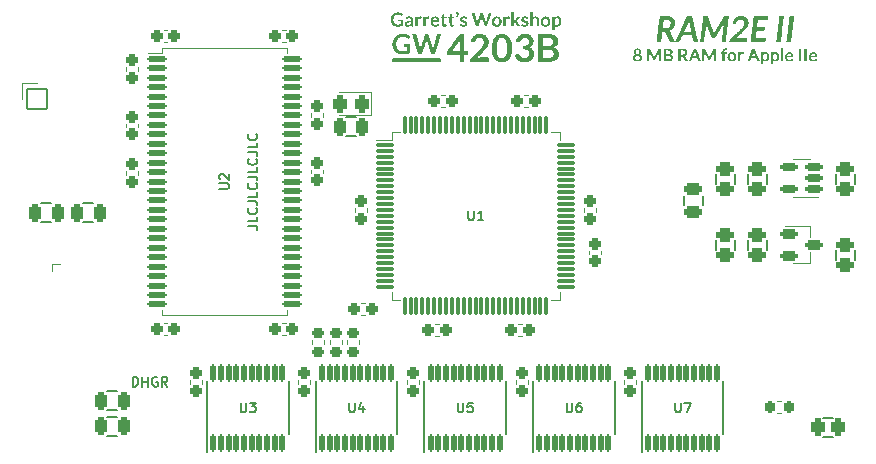
<source format=gto>
G04 #@! TF.GenerationSoftware,KiCad,Pcbnew,7.0.1-0*
G04 #@! TF.CreationDate,2023-10-30T17:31:38-04:00*
G04 #@! TF.ProjectId,RAM2E,52414d32-452e-46b6-9963-61645f706362,2.1*
G04 #@! TF.SameCoordinates,Original*
G04 #@! TF.FileFunction,Legend,Top*
G04 #@! TF.FilePolarity,Positive*
%FSLAX46Y46*%
G04 Gerber Fmt 4.6, Leading zero omitted, Abs format (unit mm)*
G04 Created by KiCad (PCBNEW 7.0.1-0) date 2023-10-30 17:31:38*
%MOMM*%
%LPD*%
G01*
G04 APERTURE LIST*
G04 Aperture macros list*
%AMRoundRect*
0 Rectangle with rounded corners*
0 $1 Rounding radius*
0 $2 $3 $4 $5 $6 $7 $8 $9 X,Y pos of 4 corners*
0 Add a 4 corners polygon primitive as box body*
4,1,4,$2,$3,$4,$5,$6,$7,$8,$9,$2,$3,0*
0 Add four circle primitives for the rounded corners*
1,1,$1+$1,$2,$3*
1,1,$1+$1,$4,$5*
1,1,$1+$1,$6,$7*
1,1,$1+$1,$8,$9*
0 Add four rect primitives between the rounded corners*
20,1,$1+$1,$2,$3,$4,$5,0*
20,1,$1+$1,$4,$5,$6,$7,0*
20,1,$1+$1,$6,$7,$8,$9,0*
20,1,$1+$1,$8,$9,$2,$3,0*%
G04 Aperture macros list end*
%ADD10C,0.203200*%
%ADD11C,0.150000*%
%ADD12C,0.120000*%
%ADD13C,0.152400*%
%ADD14C,0.000000*%
%ADD15C,0.076200*%
%ADD16C,2.000000*%
%ADD17RoundRect,0.136500X0.112500X-0.612500X0.112500X0.612500X-0.112500X0.612500X-0.112500X-0.612500X0*%
%ADD18RoundRect,0.262500X-0.262500X0.212500X-0.262500X-0.212500X0.262500X-0.212500X0.262500X0.212500X0*%
%ADD19RoundRect,0.457200X0.381000X3.289000X-0.381000X3.289000X-0.381000X-3.289000X0.381000X-3.289000X0*%
%ADD20RoundRect,0.262500X0.262500X-0.212500X0.262500X0.212500X-0.262500X0.212500X-0.262500X-0.212500X0*%
%ADD21RoundRect,0.262500X-0.212500X-0.262500X0.212500X-0.262500X0.212500X0.262500X-0.212500X0.262500X0*%
%ADD22RoundRect,0.164500X-0.640500X-0.114500X0.640500X-0.114500X0.640500X0.114500X-0.640500X0.114500X0*%
%ADD23RoundRect,0.262500X0.212500X0.262500X-0.212500X0.262500X-0.212500X-0.262500X0.212500X-0.262500X0*%
%ADD24C,2.152400*%
%ADD25RoundRect,0.099000X-0.662500X-0.075000X0.662500X-0.075000X0.662500X0.075000X-0.662500X0.075000X0*%
%ADD26RoundRect,0.099000X-0.075000X-0.662500X0.075000X-0.662500X0.075000X0.662500X-0.075000X0.662500X0*%
%ADD27RoundRect,0.312500X0.262500X0.437500X-0.262500X0.437500X-0.262500X-0.437500X0.262500X-0.437500X0*%
%ADD28RoundRect,0.312500X-0.437500X0.262500X-0.437500X-0.262500X0.437500X-0.262500X0.437500X0.262500X0*%
%ADD29C,2.527300*%
%ADD30C,1.143000*%
%ADD31C,0.939800*%
%ADD32RoundRect,0.262500X-0.212500X-0.487500X0.212500X-0.487500X0.212500X0.487500X-0.212500X0.487500X0*%
%ADD33RoundRect,0.262500X0.212500X0.487500X-0.212500X0.487500X-0.212500X-0.487500X0.212500X-0.487500X0*%
%ADD34C,1.448000*%
%ADD35RoundRect,0.312500X0.437500X-0.262500X0.437500X0.262500X-0.437500X0.262500X-0.437500X-0.262500X0*%
%ADD36RoundRect,0.250000X-0.475000X-0.200000X0.475000X-0.200000X0.475000X0.200000X-0.475000X0.200000X0*%
%ADD37RoundRect,0.212500X0.512500X0.162500X-0.512500X0.162500X-0.512500X-0.162500X0.512500X-0.162500X0*%
%ADD38RoundRect,0.262500X0.487500X-0.212500X0.487500X0.212500X-0.487500X0.212500X-0.487500X-0.212500X0*%
%ADD39RoundRect,0.225000X-0.300000X0.175000X-0.300000X-0.175000X0.300000X-0.175000X0.300000X0.175000X0*%
%ADD40RoundRect,0.076200X-0.850000X-0.850000X0.850000X-0.850000X0.850000X0.850000X-0.850000X0.850000X0*%
%ADD41O,1.852400X1.852400*%
%ADD42RoundRect,0.225000X-0.175000X-0.300000X0.175000X-0.300000X0.175000X0.300000X-0.175000X0.300000X0*%
%ADD43RoundRect,0.319950X0.243750X0.456250X-0.243750X0.456250X-0.243750X-0.456250X0.243750X-0.456250X0*%
G04 APERTURE END LIST*
D10*
X211019571Y-122804016D02*
X211019571Y-121991216D01*
X211019571Y-121991216D02*
X211213095Y-121991216D01*
X211213095Y-121991216D02*
X211329209Y-122029921D01*
X211329209Y-122029921D02*
X211406619Y-122107331D01*
X211406619Y-122107331D02*
X211445324Y-122184740D01*
X211445324Y-122184740D02*
X211484028Y-122339559D01*
X211484028Y-122339559D02*
X211484028Y-122455673D01*
X211484028Y-122455673D02*
X211445324Y-122610492D01*
X211445324Y-122610492D02*
X211406619Y-122687902D01*
X211406619Y-122687902D02*
X211329209Y-122765312D01*
X211329209Y-122765312D02*
X211213095Y-122804016D01*
X211213095Y-122804016D02*
X211019571Y-122804016D01*
X211832371Y-122804016D02*
X211832371Y-121991216D01*
X211832371Y-122378264D02*
X212296828Y-122378264D01*
X212296828Y-122804016D02*
X212296828Y-121991216D01*
X213109629Y-122029921D02*
X213032219Y-121991216D01*
X213032219Y-121991216D02*
X212916105Y-121991216D01*
X212916105Y-121991216D02*
X212799991Y-122029921D01*
X212799991Y-122029921D02*
X212722581Y-122107331D01*
X212722581Y-122107331D02*
X212683876Y-122184740D01*
X212683876Y-122184740D02*
X212645172Y-122339559D01*
X212645172Y-122339559D02*
X212645172Y-122455673D01*
X212645172Y-122455673D02*
X212683876Y-122610492D01*
X212683876Y-122610492D02*
X212722581Y-122687902D01*
X212722581Y-122687902D02*
X212799991Y-122765312D01*
X212799991Y-122765312D02*
X212916105Y-122804016D01*
X212916105Y-122804016D02*
X212993514Y-122804016D01*
X212993514Y-122804016D02*
X213109629Y-122765312D01*
X213109629Y-122765312D02*
X213148333Y-122726607D01*
X213148333Y-122726607D02*
X213148333Y-122455673D01*
X213148333Y-122455673D02*
X212993514Y-122455673D01*
X213961133Y-122804016D02*
X213690200Y-122416969D01*
X213496676Y-122804016D02*
X213496676Y-121991216D01*
X213496676Y-121991216D02*
X213806314Y-121991216D01*
X213806314Y-121991216D02*
X213883724Y-122029921D01*
X213883724Y-122029921D02*
X213922429Y-122068626D01*
X213922429Y-122068626D02*
X213961133Y-122146035D01*
X213961133Y-122146035D02*
X213961133Y-122262150D01*
X213961133Y-122262150D02*
X213922429Y-122339559D01*
X213922429Y-122339559D02*
X213883724Y-122378264D01*
X213883724Y-122378264D02*
X213806314Y-122416969D01*
X213806314Y-122416969D02*
X213496676Y-122416969D01*
X220763216Y-109204361D02*
X221343788Y-109204361D01*
X221343788Y-109204361D02*
X221459902Y-109243066D01*
X221459902Y-109243066D02*
X221537312Y-109320475D01*
X221537312Y-109320475D02*
X221576016Y-109436590D01*
X221576016Y-109436590D02*
X221576016Y-109513999D01*
X221576016Y-108430266D02*
X221576016Y-108817314D01*
X221576016Y-108817314D02*
X220763216Y-108817314D01*
X221498607Y-107694876D02*
X221537312Y-107733580D01*
X221537312Y-107733580D02*
X221576016Y-107849695D01*
X221576016Y-107849695D02*
X221576016Y-107927104D01*
X221576016Y-107927104D02*
X221537312Y-108043218D01*
X221537312Y-108043218D02*
X221459902Y-108120628D01*
X221459902Y-108120628D02*
X221382492Y-108159333D01*
X221382492Y-108159333D02*
X221227673Y-108198037D01*
X221227673Y-108198037D02*
X221111559Y-108198037D01*
X221111559Y-108198037D02*
X220956740Y-108159333D01*
X220956740Y-108159333D02*
X220879331Y-108120628D01*
X220879331Y-108120628D02*
X220801921Y-108043218D01*
X220801921Y-108043218D02*
X220763216Y-107927104D01*
X220763216Y-107927104D02*
X220763216Y-107849695D01*
X220763216Y-107849695D02*
X220801921Y-107733580D01*
X220801921Y-107733580D02*
X220840626Y-107694876D01*
X220763216Y-107114304D02*
X221343788Y-107114304D01*
X221343788Y-107114304D02*
X221459902Y-107153009D01*
X221459902Y-107153009D02*
X221537312Y-107230418D01*
X221537312Y-107230418D02*
X221576016Y-107346533D01*
X221576016Y-107346533D02*
X221576016Y-107423942D01*
X221576016Y-106340209D02*
X221576016Y-106727257D01*
X221576016Y-106727257D02*
X220763216Y-106727257D01*
X221498607Y-105604819D02*
X221537312Y-105643523D01*
X221537312Y-105643523D02*
X221576016Y-105759638D01*
X221576016Y-105759638D02*
X221576016Y-105837047D01*
X221576016Y-105837047D02*
X221537312Y-105953161D01*
X221537312Y-105953161D02*
X221459902Y-106030571D01*
X221459902Y-106030571D02*
X221382492Y-106069276D01*
X221382492Y-106069276D02*
X221227673Y-106107980D01*
X221227673Y-106107980D02*
X221111559Y-106107980D01*
X221111559Y-106107980D02*
X220956740Y-106069276D01*
X220956740Y-106069276D02*
X220879331Y-106030571D01*
X220879331Y-106030571D02*
X220801921Y-105953161D01*
X220801921Y-105953161D02*
X220763216Y-105837047D01*
X220763216Y-105837047D02*
X220763216Y-105759638D01*
X220763216Y-105759638D02*
X220801921Y-105643523D01*
X220801921Y-105643523D02*
X220840626Y-105604819D01*
X220763216Y-105024247D02*
X221343788Y-105024247D01*
X221343788Y-105024247D02*
X221459902Y-105062952D01*
X221459902Y-105062952D02*
X221537312Y-105140361D01*
X221537312Y-105140361D02*
X221576016Y-105256476D01*
X221576016Y-105256476D02*
X221576016Y-105333885D01*
X221576016Y-104250152D02*
X221576016Y-104637200D01*
X221576016Y-104637200D02*
X220763216Y-104637200D01*
X221498607Y-103514762D02*
X221537312Y-103553466D01*
X221537312Y-103553466D02*
X221576016Y-103669581D01*
X221576016Y-103669581D02*
X221576016Y-103746990D01*
X221576016Y-103746990D02*
X221537312Y-103863104D01*
X221537312Y-103863104D02*
X221459902Y-103940514D01*
X221459902Y-103940514D02*
X221382492Y-103979219D01*
X221382492Y-103979219D02*
X221227673Y-104017923D01*
X221227673Y-104017923D02*
X221111559Y-104017923D01*
X221111559Y-104017923D02*
X220956740Y-103979219D01*
X220956740Y-103979219D02*
X220879331Y-103940514D01*
X220879331Y-103940514D02*
X220801921Y-103863104D01*
X220801921Y-103863104D02*
X220763216Y-103746990D01*
X220763216Y-103746990D02*
X220763216Y-103669581D01*
X220763216Y-103669581D02*
X220801921Y-103553466D01*
X220801921Y-103553466D02*
X220840626Y-103514762D01*
X220763216Y-102934190D02*
X221343788Y-102934190D01*
X221343788Y-102934190D02*
X221459902Y-102972895D01*
X221459902Y-102972895D02*
X221537312Y-103050304D01*
X221537312Y-103050304D02*
X221576016Y-103166419D01*
X221576016Y-103166419D02*
X221576016Y-103243828D01*
X221576016Y-102160095D02*
X221576016Y-102547143D01*
X221576016Y-102547143D02*
X220763216Y-102547143D01*
X221498607Y-101424705D02*
X221537312Y-101463409D01*
X221537312Y-101463409D02*
X221576016Y-101579524D01*
X221576016Y-101579524D02*
X221576016Y-101656933D01*
X221576016Y-101656933D02*
X221537312Y-101773047D01*
X221537312Y-101773047D02*
X221459902Y-101850457D01*
X221459902Y-101850457D02*
X221382492Y-101889162D01*
X221382492Y-101889162D02*
X221227673Y-101927866D01*
X221227673Y-101927866D02*
X221111559Y-101927866D01*
X221111559Y-101927866D02*
X220956740Y-101889162D01*
X220956740Y-101889162D02*
X220879331Y-101850457D01*
X220879331Y-101850457D02*
X220801921Y-101773047D01*
X220801921Y-101773047D02*
X220763216Y-101656933D01*
X220763216Y-101656933D02*
X220763216Y-101579524D01*
X220763216Y-101579524D02*
X220801921Y-101463409D01*
X220801921Y-101463409D02*
X220840626Y-101424705D01*
X238555723Y-124163216D02*
X238555723Y-124821197D01*
X238555723Y-124821197D02*
X238594428Y-124898607D01*
X238594428Y-124898607D02*
X238633133Y-124937312D01*
X238633133Y-124937312D02*
X238710542Y-124976016D01*
X238710542Y-124976016D02*
X238865361Y-124976016D01*
X238865361Y-124976016D02*
X238942771Y-124937312D01*
X238942771Y-124937312D02*
X238981476Y-124898607D01*
X238981476Y-124898607D02*
X239020180Y-124821197D01*
X239020180Y-124821197D02*
X239020180Y-124163216D01*
X239794276Y-124163216D02*
X239407228Y-124163216D01*
X239407228Y-124163216D02*
X239368524Y-124550264D01*
X239368524Y-124550264D02*
X239407228Y-124511559D01*
X239407228Y-124511559D02*
X239484638Y-124472854D01*
X239484638Y-124472854D02*
X239678162Y-124472854D01*
X239678162Y-124472854D02*
X239755571Y-124511559D01*
X239755571Y-124511559D02*
X239794276Y-124550264D01*
X239794276Y-124550264D02*
X239832981Y-124627673D01*
X239832981Y-124627673D02*
X239832981Y-124821197D01*
X239832981Y-124821197D02*
X239794276Y-124898607D01*
X239794276Y-124898607D02*
X239755571Y-124937312D01*
X239755571Y-124937312D02*
X239678162Y-124976016D01*
X239678162Y-124976016D02*
X239484638Y-124976016D01*
X239484638Y-124976016D02*
X239407228Y-124937312D01*
X239407228Y-124937312D02*
X239368524Y-124898607D01*
X256955723Y-124163216D02*
X256955723Y-124821197D01*
X256955723Y-124821197D02*
X256994428Y-124898607D01*
X256994428Y-124898607D02*
X257033133Y-124937312D01*
X257033133Y-124937312D02*
X257110542Y-124976016D01*
X257110542Y-124976016D02*
X257265361Y-124976016D01*
X257265361Y-124976016D02*
X257342771Y-124937312D01*
X257342771Y-124937312D02*
X257381476Y-124898607D01*
X257381476Y-124898607D02*
X257420180Y-124821197D01*
X257420180Y-124821197D02*
X257420180Y-124163216D01*
X257729819Y-124163216D02*
X258271685Y-124163216D01*
X258271685Y-124163216D02*
X257923343Y-124976016D01*
X220155723Y-124163216D02*
X220155723Y-124821197D01*
X220155723Y-124821197D02*
X220194428Y-124898607D01*
X220194428Y-124898607D02*
X220233133Y-124937312D01*
X220233133Y-124937312D02*
X220310542Y-124976016D01*
X220310542Y-124976016D02*
X220465361Y-124976016D01*
X220465361Y-124976016D02*
X220542771Y-124937312D01*
X220542771Y-124937312D02*
X220581476Y-124898607D01*
X220581476Y-124898607D02*
X220620180Y-124821197D01*
X220620180Y-124821197D02*
X220620180Y-124163216D01*
X220929819Y-124163216D02*
X221432981Y-124163216D01*
X221432981Y-124163216D02*
X221162047Y-124472854D01*
X221162047Y-124472854D02*
X221278162Y-124472854D01*
X221278162Y-124472854D02*
X221355571Y-124511559D01*
X221355571Y-124511559D02*
X221394276Y-124550264D01*
X221394276Y-124550264D02*
X221432981Y-124627673D01*
X221432981Y-124627673D02*
X221432981Y-124821197D01*
X221432981Y-124821197D02*
X221394276Y-124898607D01*
X221394276Y-124898607D02*
X221355571Y-124937312D01*
X221355571Y-124937312D02*
X221278162Y-124976016D01*
X221278162Y-124976016D02*
X221045933Y-124976016D01*
X221045933Y-124976016D02*
X220968524Y-124937312D01*
X220968524Y-124937312D02*
X220929819Y-124898607D01*
X247755723Y-124163216D02*
X247755723Y-124821197D01*
X247755723Y-124821197D02*
X247794428Y-124898607D01*
X247794428Y-124898607D02*
X247833133Y-124937312D01*
X247833133Y-124937312D02*
X247910542Y-124976016D01*
X247910542Y-124976016D02*
X248065361Y-124976016D01*
X248065361Y-124976016D02*
X248142771Y-124937312D01*
X248142771Y-124937312D02*
X248181476Y-124898607D01*
X248181476Y-124898607D02*
X248220180Y-124821197D01*
X248220180Y-124821197D02*
X248220180Y-124163216D01*
X248955571Y-124163216D02*
X248800752Y-124163216D01*
X248800752Y-124163216D02*
X248723343Y-124201921D01*
X248723343Y-124201921D02*
X248684638Y-124240626D01*
X248684638Y-124240626D02*
X248607228Y-124356740D01*
X248607228Y-124356740D02*
X248568524Y-124511559D01*
X248568524Y-124511559D02*
X248568524Y-124821197D01*
X248568524Y-124821197D02*
X248607228Y-124898607D01*
X248607228Y-124898607D02*
X248645933Y-124937312D01*
X248645933Y-124937312D02*
X248723343Y-124976016D01*
X248723343Y-124976016D02*
X248878162Y-124976016D01*
X248878162Y-124976016D02*
X248955571Y-124937312D01*
X248955571Y-124937312D02*
X248994276Y-124898607D01*
X248994276Y-124898607D02*
X249032981Y-124821197D01*
X249032981Y-124821197D02*
X249032981Y-124627673D01*
X249032981Y-124627673D02*
X248994276Y-124550264D01*
X248994276Y-124550264D02*
X248955571Y-124511559D01*
X248955571Y-124511559D02*
X248878162Y-124472854D01*
X248878162Y-124472854D02*
X248723343Y-124472854D01*
X248723343Y-124472854D02*
X248645933Y-124511559D01*
X248645933Y-124511559D02*
X248607228Y-124550264D01*
X248607228Y-124550264D02*
X248568524Y-124627673D01*
X229355723Y-124163216D02*
X229355723Y-124821197D01*
X229355723Y-124821197D02*
X229394428Y-124898607D01*
X229394428Y-124898607D02*
X229433133Y-124937312D01*
X229433133Y-124937312D02*
X229510542Y-124976016D01*
X229510542Y-124976016D02*
X229665361Y-124976016D01*
X229665361Y-124976016D02*
X229742771Y-124937312D01*
X229742771Y-124937312D02*
X229781476Y-124898607D01*
X229781476Y-124898607D02*
X229820180Y-124821197D01*
X229820180Y-124821197D02*
X229820180Y-124163216D01*
X230555571Y-124434150D02*
X230555571Y-124976016D01*
X230362047Y-124124512D02*
X230168524Y-124705083D01*
X230168524Y-124705083D02*
X230671685Y-124705083D01*
X218363216Y-106069276D02*
X219021197Y-106069276D01*
X219021197Y-106069276D02*
X219098607Y-106030571D01*
X219098607Y-106030571D02*
X219137312Y-105991866D01*
X219137312Y-105991866D02*
X219176016Y-105914457D01*
X219176016Y-105914457D02*
X219176016Y-105759638D01*
X219176016Y-105759638D02*
X219137312Y-105682228D01*
X219137312Y-105682228D02*
X219098607Y-105643523D01*
X219098607Y-105643523D02*
X219021197Y-105604819D01*
X219021197Y-105604819D02*
X218363216Y-105604819D01*
X218440626Y-105256475D02*
X218401921Y-105217771D01*
X218401921Y-105217771D02*
X218363216Y-105140361D01*
X218363216Y-105140361D02*
X218363216Y-104946837D01*
X218363216Y-104946837D02*
X218401921Y-104869428D01*
X218401921Y-104869428D02*
X218440626Y-104830723D01*
X218440626Y-104830723D02*
X218518035Y-104792018D01*
X218518035Y-104792018D02*
X218595445Y-104792018D01*
X218595445Y-104792018D02*
X218711559Y-104830723D01*
X218711559Y-104830723D02*
X219176016Y-105295180D01*
X219176016Y-105295180D02*
X219176016Y-104792018D01*
X239430723Y-107913216D02*
X239430723Y-108571197D01*
X239430723Y-108571197D02*
X239469428Y-108648607D01*
X239469428Y-108648607D02*
X239508133Y-108687312D01*
X239508133Y-108687312D02*
X239585542Y-108726016D01*
X239585542Y-108726016D02*
X239740361Y-108726016D01*
X239740361Y-108726016D02*
X239817771Y-108687312D01*
X239817771Y-108687312D02*
X239856476Y-108648607D01*
X239856476Y-108648607D02*
X239895180Y-108571197D01*
X239895180Y-108571197D02*
X239895180Y-107913216D01*
X240707981Y-108726016D02*
X240243524Y-108726016D01*
X240475752Y-108726016D02*
X240475752Y-107913216D01*
X240475752Y-107913216D02*
X240398343Y-108029331D01*
X240398343Y-108029331D02*
X240320933Y-108106740D01*
X240320933Y-108106740D02*
X240243524Y-108145445D01*
D11*
X235725000Y-128350000D02*
X235725000Y-122375000D01*
X242625000Y-126825000D02*
X242625000Y-122375000D01*
D12*
X235260000Y-122237221D02*
X235260000Y-122562779D01*
X234240000Y-122237221D02*
X234240000Y-122562779D01*
X253660000Y-122237221D02*
X253660000Y-122562779D01*
X252640000Y-122237221D02*
X252640000Y-122562779D01*
D11*
X254125000Y-128350000D02*
X254125000Y-122375000D01*
X261025000Y-126825000D02*
X261025000Y-122375000D01*
D12*
X244460000Y-122237221D02*
X244460000Y-122562779D01*
X243440000Y-122237221D02*
X243440000Y-122562779D01*
D11*
X217325000Y-128350000D02*
X217325000Y-122375000D01*
X224225000Y-126825000D02*
X224225000Y-122375000D01*
X244925000Y-128350000D02*
X244925000Y-122375000D01*
X251825000Y-126825000D02*
X251825000Y-122375000D01*
X226525000Y-128350000D02*
X226525000Y-122375000D01*
X233425000Y-126825000D02*
X233425000Y-122375000D01*
D12*
X226060000Y-122237221D02*
X226060000Y-122562779D01*
X225040000Y-122237221D02*
X225040000Y-122562779D01*
X227110000Y-104437221D02*
X227110000Y-104762779D01*
X226090000Y-104437221D02*
X226090000Y-104762779D01*
X210490000Y-100862779D02*
X210490000Y-100537221D01*
X211510000Y-100862779D02*
X211510000Y-100537221D01*
X210490000Y-96062779D02*
X210490000Y-95737221D01*
X211510000Y-96062779D02*
X211510000Y-95737221D01*
X237137221Y-98140000D02*
X237462779Y-98140000D01*
X237137221Y-99160000D02*
X237462779Y-99160000D01*
X244137221Y-98140000D02*
X244462779Y-98140000D01*
X244137221Y-99160000D02*
X244462779Y-99160000D01*
X243637221Y-117540000D02*
X243962779Y-117540000D01*
X243637221Y-118560000D02*
X243962779Y-118560000D01*
X236637221Y-117540000D02*
X236962779Y-117540000D01*
X236637221Y-118560000D02*
X236962779Y-118560000D01*
X249240000Y-108012779D02*
X249240000Y-107687221D01*
X250260000Y-108012779D02*
X250260000Y-107687221D01*
X229840000Y-108012779D02*
X229840000Y-107687221D01*
X230860000Y-108012779D02*
X230860000Y-107687221D01*
X210490000Y-104862779D02*
X210490000Y-104537221D01*
X211510000Y-104862779D02*
X211510000Y-104537221D01*
X227110000Y-99637221D02*
X227110000Y-99962779D01*
X226090000Y-99637221D02*
X226090000Y-99962779D01*
X224100000Y-94150000D02*
X224100000Y-94550000D01*
X213500000Y-94150000D02*
X224100000Y-94150000D01*
X213500000Y-94550000D02*
X213500000Y-94150000D01*
X212300000Y-94550000D02*
X213500000Y-94550000D01*
X224100000Y-116350000D02*
X224100000Y-116750000D01*
X213500000Y-116350000D02*
X213500000Y-116750000D01*
X213500000Y-116750000D02*
X224100000Y-116750000D01*
X230662779Y-116760000D02*
X230337221Y-116760000D01*
X230662779Y-115740000D02*
X230337221Y-115740000D01*
X247160000Y-101240000D02*
X247160000Y-101940000D01*
X246460000Y-101240000D02*
X247160000Y-101240000D01*
X233640000Y-101240000D02*
X232940000Y-101240000D01*
X232940000Y-101240000D02*
X232940000Y-101940000D01*
X232940000Y-101940000D02*
X231650000Y-101940000D01*
X247160000Y-115460000D02*
X247160000Y-114760000D01*
X246460000Y-115460000D02*
X247160000Y-115460000D01*
X233640000Y-115460000D02*
X232940000Y-115460000D01*
X232940000Y-115460000D02*
X232940000Y-114760000D01*
D13*
X270281400Y-127038000D02*
X269468600Y-127038000D01*
X270281400Y-125438000D02*
X269468600Y-125438000D01*
X272150000Y-111243600D02*
X272150000Y-112056400D01*
X270550000Y-111243600D02*
X270550000Y-112056400D01*
D12*
X250660000Y-111287221D02*
X250660000Y-111612779D01*
X249640000Y-111287221D02*
X249640000Y-111612779D01*
X223637221Y-92640000D02*
X223962779Y-92640000D01*
X223637221Y-93660000D02*
X223962779Y-93660000D01*
X204216000Y-112395000D02*
X204851000Y-112395000D01*
X204216000Y-113030000D02*
X204216000Y-112395000D01*
D13*
X208889600Y-125374500D02*
X209702400Y-125374500D01*
X208889600Y-126974500D02*
X209702400Y-126974500D01*
X204114400Y-108877000D02*
X203301600Y-108877000D01*
X204114400Y-107277000D02*
X203301600Y-107277000D01*
X207670400Y-108877000D02*
X206857600Y-108877000D01*
X207670400Y-107277000D02*
X206857600Y-107277000D01*
X208889600Y-123215500D02*
X209702400Y-123215500D01*
X208889600Y-124815500D02*
X209702400Y-124815500D01*
X263100000Y-111206400D02*
X263100000Y-110393600D01*
X264700000Y-111206400D02*
X264700000Y-110393600D01*
D12*
X268410000Y-112380000D02*
X268410000Y-111450000D01*
X268410000Y-112380000D02*
X266950000Y-112380000D01*
X268410000Y-109220000D02*
X268410000Y-110150000D01*
X268410000Y-109220000D02*
X266250000Y-109220000D01*
D13*
X260400000Y-111206400D02*
X260400000Y-110393600D01*
X262000000Y-111206400D02*
X262000000Y-110393600D01*
D12*
X213637221Y-92640000D02*
X213962779Y-92640000D01*
X213637221Y-93660000D02*
X213962779Y-93660000D01*
X216860000Y-122237221D02*
X216860000Y-122562779D01*
X215840000Y-122237221D02*
X215840000Y-122562779D01*
X213637221Y-117440000D02*
X213962779Y-117440000D01*
X213637221Y-118460000D02*
X213962779Y-118460000D01*
X266890000Y-106730000D02*
X269050000Y-106730000D01*
X266890000Y-103570000D02*
X268350000Y-103570000D01*
D13*
X263100000Y-105656400D02*
X263100000Y-104843600D01*
X264700000Y-105656400D02*
X264700000Y-104843600D01*
X260400000Y-105656400D02*
X260400000Y-104843600D01*
X262000000Y-105656400D02*
X262000000Y-104843600D01*
X270550000Y-105656400D02*
X270550000Y-104843600D01*
X272150000Y-105656400D02*
X272150000Y-104843600D01*
X257700000Y-107456400D02*
X257700000Y-106643600D01*
X259300000Y-107456400D02*
X259300000Y-106643600D01*
D12*
X230160000Y-118887221D02*
X230160000Y-119212779D01*
X229140000Y-118887221D02*
X229140000Y-119212779D01*
X201616000Y-97095000D02*
X202946000Y-97095000D01*
X201616000Y-98425000D02*
X201616000Y-97095000D01*
X265587221Y-123990000D02*
X265912779Y-123990000D01*
X265587221Y-125010000D02*
X265912779Y-125010000D01*
X223637221Y-117440000D02*
X223962779Y-117440000D01*
X223637221Y-118460000D02*
X223962779Y-118460000D01*
X228710000Y-118887221D02*
X228710000Y-119212779D01*
X227690000Y-118887221D02*
X227690000Y-119212779D01*
X227260000Y-118887221D02*
X227260000Y-119212779D01*
X226240000Y-118887221D02*
X226240000Y-119212779D01*
D13*
X229093600Y-100000000D02*
X229906400Y-100000000D01*
X229093600Y-101600000D02*
X229906400Y-101600000D01*
D12*
X231185000Y-99810000D02*
X231185000Y-97890000D01*
X231185000Y-97890000D02*
X228500000Y-97890000D01*
X228500000Y-99810000D02*
X231185000Y-99810000D01*
G36*
X266102430Y-94712180D02*
G01*
X266102430Y-95264449D01*
X266008936Y-95264449D01*
X265915441Y-95264449D01*
X265915441Y-94712180D01*
X265915441Y-94159912D01*
X266008936Y-94159912D01*
X266102430Y-94159912D01*
X266102430Y-94712180D01*
G37*
G36*
X267624430Y-94727400D02*
G01*
X267624430Y-95264449D01*
X267522238Y-95264449D01*
X267420047Y-95264449D01*
X267420047Y-94727400D01*
X267420047Y-94190352D01*
X267522238Y-94190352D01*
X267624430Y-94190352D01*
X267624430Y-94727400D01*
G37*
G36*
X268094075Y-94727400D02*
G01*
X268094075Y-95264449D01*
X267991884Y-95264449D01*
X267889692Y-95264449D01*
X267889692Y-94727400D01*
X267889692Y-94190352D01*
X267991884Y-94190352D01*
X268094075Y-94190352D01*
X268094075Y-94727400D01*
G37*
G36*
X262708428Y-94490175D02*
G01*
X262737066Y-94498873D01*
X262760338Y-94512153D01*
X262761062Y-94512724D01*
X262762689Y-94517212D01*
X262762584Y-94527318D01*
X262760672Y-94543908D01*
X262756875Y-94567847D01*
X262755401Y-94576339D01*
X262751188Y-94599683D01*
X262747088Y-94621362D01*
X262743524Y-94639219D01*
X262740915Y-94651096D01*
X262740540Y-94652578D01*
X262736054Y-94664178D01*
X262728987Y-94671411D01*
X262717948Y-94674669D01*
X262701541Y-94674344D01*
X262678373Y-94670826D01*
X262676667Y-94670509D01*
X262634666Y-94666102D01*
X262596514Y-94669437D01*
X262561990Y-94680618D01*
X262530872Y-94699747D01*
X262502936Y-94726927D01*
X262478156Y-94761933D01*
X262462676Y-94787768D01*
X262462676Y-95026108D01*
X262462676Y-95264449D01*
X262369182Y-95264449D01*
X262275688Y-95264449D01*
X262275688Y-94883949D01*
X262275688Y-94503449D01*
X262345463Y-94503449D01*
X262371599Y-94503498D01*
X262390488Y-94503773D01*
X262403579Y-94504463D01*
X262412321Y-94505758D01*
X262418164Y-94507847D01*
X262422557Y-94510919D01*
X262425734Y-94513946D01*
X262431109Y-94519823D01*
X262435113Y-94526121D01*
X262438188Y-94534463D01*
X262440779Y-94546471D01*
X262443328Y-94563766D01*
X262446278Y-94587973D01*
X262446523Y-94590071D01*
X262451805Y-94635382D01*
X262467437Y-94611814D01*
X262497067Y-94572961D01*
X262529940Y-94540455D01*
X262565177Y-94515015D01*
X262601895Y-94497361D01*
X262611401Y-94494188D01*
X262643487Y-94487572D01*
X262676532Y-94486321D01*
X262708428Y-94490175D01*
G37*
G36*
X261266669Y-94170279D02*
G01*
X261292374Y-94172843D01*
X261301608Y-94174464D01*
X261325525Y-94179480D01*
X261326749Y-94227760D01*
X261326903Y-94255021D01*
X261325573Y-94274911D01*
X261322457Y-94288675D01*
X261317253Y-94297557D01*
X261309658Y-94302802D01*
X261308401Y-94303312D01*
X261299707Y-94305366D01*
X261284669Y-94307703D01*
X261265617Y-94309995D01*
X261250292Y-94311470D01*
X261222745Y-94314516D01*
X261201764Y-94318738D01*
X261185225Y-94324891D01*
X261171008Y-94333730D01*
X261159182Y-94343902D01*
X261146009Y-94360097D01*
X261136209Y-94380993D01*
X261129445Y-94407682D01*
X261125382Y-94441254D01*
X261124445Y-94456702D01*
X261122037Y-94507797D01*
X261222694Y-94507797D01*
X261323351Y-94507797D01*
X261323351Y-94573026D01*
X261323351Y-94638254D01*
X261227711Y-94638254D01*
X261132071Y-94638254D01*
X261130956Y-94950264D01*
X261129840Y-95262274D01*
X261037432Y-95263448D01*
X260945025Y-95264622D01*
X260945025Y-94956539D01*
X260945025Y-94648456D01*
X260909168Y-94642967D01*
X260881510Y-94638181D01*
X260861353Y-94632684D01*
X260847523Y-94625168D01*
X260838846Y-94614320D01*
X260834147Y-94598832D01*
X260832251Y-94577391D01*
X260831963Y-94556838D01*
X260831963Y-94507797D01*
X260888494Y-94507797D01*
X260945025Y-94507797D01*
X260945025Y-94460346D01*
X260948138Y-94405272D01*
X260957538Y-94356042D01*
X260973316Y-94312396D01*
X260995562Y-94274073D01*
X261020763Y-94244346D01*
X261049309Y-94220675D01*
X261083623Y-94200108D01*
X261120931Y-94184095D01*
X261152954Y-94175145D01*
X261176899Y-94171689D01*
X261205872Y-94169716D01*
X261236816Y-94169242D01*
X261266669Y-94170279D01*
G37*
G36*
X265904498Y-91442812D02*
G01*
X265942698Y-91442943D01*
X265972621Y-91443097D01*
X266165965Y-91444229D01*
X266034476Y-92518326D01*
X266022762Y-92614015D01*
X266011325Y-92707426D01*
X266000210Y-92798194D01*
X265989463Y-92885951D01*
X265979128Y-92970331D01*
X265969250Y-93050966D01*
X265959875Y-93127491D01*
X265951047Y-93199537D01*
X265942811Y-93266739D01*
X265935213Y-93328730D01*
X265928296Y-93385142D01*
X265922107Y-93435609D01*
X265916689Y-93479764D01*
X265912089Y-93517240D01*
X265908350Y-93547671D01*
X265905519Y-93570689D01*
X265903639Y-93585928D01*
X265902757Y-93593020D01*
X265902692Y-93593510D01*
X265898426Y-93593736D01*
X265886338Y-93593945D01*
X265867301Y-93594134D01*
X265842191Y-93594297D01*
X265811882Y-93594430D01*
X265777248Y-93594527D01*
X265739164Y-93594584D01*
X265708884Y-93594597D01*
X265515373Y-93594597D01*
X265515453Y-93584813D01*
X265515982Y-93579408D01*
X265517513Y-93565872D01*
X265519992Y-93544653D01*
X265523364Y-93516198D01*
X265527573Y-93480957D01*
X265532566Y-93439378D01*
X265538286Y-93391908D01*
X265544679Y-93338997D01*
X265551691Y-93281091D01*
X265559266Y-93218641D01*
X265567350Y-93152093D01*
X265575887Y-93081896D01*
X265584824Y-93008499D01*
X265594104Y-92932349D01*
X265603673Y-92853895D01*
X265613477Y-92773585D01*
X265623460Y-92691867D01*
X265633567Y-92609190D01*
X265643744Y-92526002D01*
X265653936Y-92442751D01*
X265664088Y-92359885D01*
X265674145Y-92277853D01*
X265684052Y-92197103D01*
X265693754Y-92118082D01*
X265703197Y-92041240D01*
X265712326Y-91967025D01*
X265721085Y-91895884D01*
X265729420Y-91828267D01*
X265737276Y-91764620D01*
X265744598Y-91705394D01*
X265751331Y-91651035D01*
X265757421Y-91601992D01*
X265762813Y-91558714D01*
X265767451Y-91521648D01*
X265771280Y-91491243D01*
X265774247Y-91467947D01*
X265776296Y-91452208D01*
X265777372Y-91444475D01*
X265777518Y-91443723D01*
X265782094Y-91443383D01*
X265794483Y-91443115D01*
X265813802Y-91442920D01*
X265839167Y-91442803D01*
X265869693Y-91442766D01*
X265904498Y-91442812D01*
G37*
G36*
X266765515Y-91442812D02*
G01*
X266803715Y-91442943D01*
X266833638Y-91443097D01*
X267026982Y-91444229D01*
X266895493Y-92518326D01*
X266883779Y-92614015D01*
X266872342Y-92707426D01*
X266861227Y-92798194D01*
X266850480Y-92885951D01*
X266840145Y-92970331D01*
X266830267Y-93050966D01*
X266820892Y-93127491D01*
X266812064Y-93199537D01*
X266803828Y-93266739D01*
X266796230Y-93328730D01*
X266789313Y-93385142D01*
X266783124Y-93435609D01*
X266777706Y-93479764D01*
X266773106Y-93517240D01*
X266769367Y-93547671D01*
X266766536Y-93570689D01*
X266764656Y-93585928D01*
X266763774Y-93593020D01*
X266763709Y-93593510D01*
X266759443Y-93593736D01*
X266747355Y-93593945D01*
X266728318Y-93594134D01*
X266703208Y-93594297D01*
X266672899Y-93594430D01*
X266638265Y-93594527D01*
X266600181Y-93594584D01*
X266569901Y-93594597D01*
X266376390Y-93594597D01*
X266376470Y-93584813D01*
X266376999Y-93579408D01*
X266378530Y-93565872D01*
X266381009Y-93544653D01*
X266384381Y-93516198D01*
X266388590Y-93480957D01*
X266393583Y-93439378D01*
X266399303Y-93391908D01*
X266405696Y-93338997D01*
X266412708Y-93281091D01*
X266420283Y-93218641D01*
X266428367Y-93152093D01*
X266436904Y-93081896D01*
X266445841Y-93008499D01*
X266455121Y-92932349D01*
X266464690Y-92853895D01*
X266474494Y-92773585D01*
X266484477Y-92691867D01*
X266494584Y-92609190D01*
X266504761Y-92526002D01*
X266514953Y-92442751D01*
X266525105Y-92359885D01*
X266535162Y-92277853D01*
X266545069Y-92197103D01*
X266554771Y-92118082D01*
X266564214Y-92041240D01*
X266573343Y-91967025D01*
X266582102Y-91895884D01*
X266590437Y-91828267D01*
X266598293Y-91764620D01*
X266605615Y-91705394D01*
X266612348Y-91651035D01*
X266618438Y-91601992D01*
X266623830Y-91558714D01*
X266628468Y-91521648D01*
X266632297Y-91491243D01*
X266635264Y-91467947D01*
X266637313Y-91452208D01*
X266638389Y-91444475D01*
X266638535Y-91443723D01*
X266643111Y-91443383D01*
X266655500Y-91443115D01*
X266674819Y-91442920D01*
X266700183Y-91442803D01*
X266730710Y-91442766D01*
X266765515Y-91442812D01*
G37*
G36*
X264223847Y-95065905D02*
G01*
X264223847Y-95005709D01*
X264223847Y-94894126D01*
X264410836Y-94894126D01*
X264410836Y-95065905D01*
X264430371Y-95084623D01*
X264444404Y-95096677D01*
X264459470Y-95107540D01*
X264467937Y-95112539D01*
X264501304Y-95125079D01*
X264538167Y-95131206D01*
X264576008Y-95130794D01*
X264612314Y-95123719D01*
X264622500Y-95120289D01*
X264651556Y-95104864D01*
X264677093Y-95081987D01*
X264698257Y-95052486D01*
X264704404Y-95040891D01*
X264715156Y-95017060D01*
X264723112Y-94994516D01*
X264728738Y-94971065D01*
X264732496Y-94944512D01*
X264734849Y-94912660D01*
X264735694Y-94892646D01*
X264735580Y-94836190D01*
X264731032Y-94786933D01*
X264721978Y-94744549D01*
X264708350Y-94708712D01*
X264690075Y-94679099D01*
X264689162Y-94677932D01*
X264666839Y-94656518D01*
X264639187Y-94641351D01*
X264607277Y-94632788D01*
X264572180Y-94631188D01*
X264554674Y-94632975D01*
X264522820Y-94640015D01*
X264494675Y-94651704D01*
X264467921Y-94669250D01*
X264443042Y-94691118D01*
X264410836Y-94722347D01*
X264410836Y-94894126D01*
X264223847Y-94894126D01*
X264223847Y-94499100D01*
X264289292Y-94499100D01*
X264319569Y-94499257D01*
X264342418Y-94500274D01*
X264359110Y-94502969D01*
X264370915Y-94508161D01*
X264379103Y-94516668D01*
X264384943Y-94529308D01*
X264389705Y-94546899D01*
X264393884Y-94566503D01*
X264396883Y-94580451D01*
X264399269Y-94590486D01*
X264400381Y-94594085D01*
X264403925Y-94592099D01*
X264412571Y-94585550D01*
X264424852Y-94575579D01*
X264433868Y-94567993D01*
X264469369Y-94539983D01*
X264502727Y-94518839D01*
X264535892Y-94503753D01*
X264570813Y-94493916D01*
X264609438Y-94488519D01*
X264628265Y-94487335D01*
X264673031Y-94487634D01*
X264712039Y-94493141D01*
X264746902Y-94504453D01*
X264779238Y-94522167D01*
X264810661Y-94546880D01*
X264824320Y-94559834D01*
X264852140Y-94590925D01*
X264874280Y-94623955D01*
X264892199Y-94661361D01*
X264903000Y-94691418D01*
X264916623Y-94744550D01*
X264925115Y-94801853D01*
X264928466Y-94861182D01*
X264926668Y-94920391D01*
X264919710Y-94977335D01*
X264907583Y-95029867D01*
X264904531Y-95039672D01*
X264883700Y-95091281D01*
X264856842Y-95137664D01*
X264824483Y-95178293D01*
X264787149Y-95212639D01*
X264745367Y-95240175D01*
X264699663Y-95260371D01*
X264678273Y-95266842D01*
X264656988Y-95270667D01*
X264630086Y-95272964D01*
X264600386Y-95273735D01*
X264570703Y-95272981D01*
X264543855Y-95270703D01*
X264522659Y-95266904D01*
X264522079Y-95266750D01*
X264491418Y-95255853D01*
X264460550Y-95240273D01*
X264433486Y-95222099D01*
X264428429Y-95217950D01*
X264410836Y-95202891D01*
X264410836Y-95357604D01*
X264410836Y-95512317D01*
X264317342Y-95512317D01*
X264223847Y-95512317D01*
X264223847Y-95065905D01*
G37*
G36*
X265063122Y-95065905D02*
G01*
X265063122Y-95005709D01*
X265063122Y-94894126D01*
X265250110Y-94894126D01*
X265250110Y-95065905D01*
X265269645Y-95084623D01*
X265283678Y-95096677D01*
X265298744Y-95107540D01*
X265307211Y-95112539D01*
X265340578Y-95125079D01*
X265377441Y-95131206D01*
X265415282Y-95130794D01*
X265451588Y-95123719D01*
X265461774Y-95120289D01*
X265490830Y-95104864D01*
X265516367Y-95081987D01*
X265537531Y-95052486D01*
X265543678Y-95040891D01*
X265554430Y-95017060D01*
X265562387Y-94994516D01*
X265568012Y-94971065D01*
X265571770Y-94944512D01*
X265574123Y-94912660D01*
X265574968Y-94892646D01*
X265574854Y-94836190D01*
X265570306Y-94786933D01*
X265561252Y-94744549D01*
X265547624Y-94708712D01*
X265529349Y-94679099D01*
X265528436Y-94677932D01*
X265506113Y-94656518D01*
X265478461Y-94641351D01*
X265446551Y-94632788D01*
X265411454Y-94631188D01*
X265393948Y-94632975D01*
X265362094Y-94640015D01*
X265333950Y-94651704D01*
X265307195Y-94669250D01*
X265282316Y-94691118D01*
X265250110Y-94722347D01*
X265250110Y-94894126D01*
X265063122Y-94894126D01*
X265063122Y-94499100D01*
X265128566Y-94499100D01*
X265158843Y-94499257D01*
X265181692Y-94500274D01*
X265198384Y-94502969D01*
X265210189Y-94508161D01*
X265218377Y-94516668D01*
X265224217Y-94529308D01*
X265228979Y-94546899D01*
X265233158Y-94566503D01*
X265236157Y-94580451D01*
X265238543Y-94590486D01*
X265239655Y-94594085D01*
X265243199Y-94592099D01*
X265251845Y-94585550D01*
X265264126Y-94575579D01*
X265273142Y-94567993D01*
X265308643Y-94539983D01*
X265342001Y-94518839D01*
X265375166Y-94503753D01*
X265410087Y-94493916D01*
X265448712Y-94488519D01*
X265467539Y-94487335D01*
X265512305Y-94487634D01*
X265551313Y-94493141D01*
X265586176Y-94504453D01*
X265618512Y-94522167D01*
X265649935Y-94546880D01*
X265663594Y-94559834D01*
X265691414Y-94590925D01*
X265713555Y-94623955D01*
X265731473Y-94661361D01*
X265742274Y-94691418D01*
X265755897Y-94744550D01*
X265764389Y-94801853D01*
X265767741Y-94861182D01*
X265765942Y-94920391D01*
X265758984Y-94977335D01*
X265746857Y-95029867D01*
X265743805Y-95039672D01*
X265722974Y-95091281D01*
X265696116Y-95137664D01*
X265663757Y-95178293D01*
X265626423Y-95212639D01*
X265584641Y-95240175D01*
X265538937Y-95260371D01*
X265517547Y-95266842D01*
X265496262Y-95270667D01*
X265469361Y-95272964D01*
X265439660Y-95273735D01*
X265409977Y-95272981D01*
X265383129Y-95270703D01*
X265361933Y-95266904D01*
X265361353Y-95266750D01*
X265330692Y-95255853D01*
X265299824Y-95240273D01*
X265272760Y-95222099D01*
X265267703Y-95217950D01*
X265250110Y-95202891D01*
X265250110Y-95357604D01*
X265250110Y-95512317D01*
X265156616Y-95512317D01*
X265063122Y-95512317D01*
X265063122Y-95065905D01*
G37*
G36*
X261382399Y-94886123D02*
G01*
X261574146Y-94886123D01*
X261576448Y-94940604D01*
X261583441Y-94987932D01*
X261595256Y-95028360D01*
X261612022Y-95062141D01*
X261633869Y-95089526D01*
X261660927Y-95110768D01*
X261693325Y-95126120D01*
X261698572Y-95127904D01*
X261716207Y-95131308D01*
X261742314Y-95132824D01*
X261766905Y-95132733D01*
X261790012Y-95131971D01*
X261806847Y-95130628D01*
X261819834Y-95128295D01*
X261831398Y-95124566D01*
X261841474Y-95120200D01*
X261869830Y-95102898D01*
X261893641Y-95079241D01*
X261913257Y-95048745D01*
X261929029Y-95010927D01*
X261935212Y-94990489D01*
X261938908Y-94970985D01*
X261941516Y-94945076D01*
X261943036Y-94914972D01*
X261943467Y-94882883D01*
X261942810Y-94851018D01*
X261941066Y-94821588D01*
X261938234Y-94796803D01*
X261935174Y-94781757D01*
X261921636Y-94741283D01*
X261905082Y-94708419D01*
X261885033Y-94682455D01*
X261861011Y-94662684D01*
X261850698Y-94656623D01*
X261817589Y-94643198D01*
X261782123Y-94636248D01*
X261745919Y-94635566D01*
X261710600Y-94640947D01*
X261677787Y-94652186D01*
X261649101Y-94669076D01*
X261632194Y-94684316D01*
X261611440Y-94711560D01*
X261595485Y-94743405D01*
X261584111Y-94780603D01*
X261577102Y-94823909D01*
X261574240Y-94874077D01*
X261574146Y-94886123D01*
X261382399Y-94886123D01*
X261382363Y-94883949D01*
X261383887Y-94835247D01*
X261388729Y-94792506D01*
X261397393Y-94753458D01*
X261410383Y-94715837D01*
X261428192Y-94677392D01*
X261455987Y-94632541D01*
X261489983Y-94593468D01*
X261529665Y-94560424D01*
X261574517Y-94533661D01*
X261624025Y-94513431D01*
X261677675Y-94499983D01*
X261734950Y-94493571D01*
X261795336Y-94494445D01*
X261801793Y-94494966D01*
X261860138Y-94503897D01*
X261913795Y-94520007D01*
X261962474Y-94543059D01*
X262005885Y-94572817D01*
X262043741Y-94609044D01*
X262075749Y-94651503D01*
X262101622Y-94699958D01*
X262121069Y-94754172D01*
X262121657Y-94756268D01*
X262128555Y-94788546D01*
X262133338Y-94826509D01*
X262135891Y-94867379D01*
X262136100Y-94908378D01*
X262133850Y-94946726D01*
X262130534Y-94971768D01*
X262116613Y-95029539D01*
X262096039Y-95082039D01*
X262069086Y-95128977D01*
X262036032Y-95170064D01*
X261997151Y-95205011D01*
X261952719Y-95233528D01*
X261903013Y-95255326D01*
X261848307Y-95270116D01*
X261845786Y-95270602D01*
X261812783Y-95274985D01*
X261774963Y-95276975D01*
X261735653Y-95276599D01*
X261698183Y-95273887D01*
X261666776Y-95269058D01*
X261612210Y-95253434D01*
X261562527Y-95230766D01*
X261518070Y-95201338D01*
X261479183Y-95165431D01*
X261446206Y-95123330D01*
X261419484Y-95075317D01*
X261412327Y-95058795D01*
X261399990Y-95024722D01*
X261391252Y-94991264D01*
X261385694Y-94955985D01*
X261382899Y-94916446D01*
X261382399Y-94886123D01*
G37*
G36*
X256212694Y-94191500D02*
G01*
X256265266Y-94191893D01*
X256309931Y-94192280D01*
X256347477Y-94192691D01*
X256378693Y-94193155D01*
X256404370Y-94193702D01*
X256425295Y-94194363D01*
X256442258Y-94195167D01*
X256456049Y-94196143D01*
X256467457Y-94197322D01*
X256477270Y-94198734D01*
X256486278Y-94200408D01*
X256494264Y-94202144D01*
X256549853Y-94217812D01*
X256597971Y-94237864D01*
X256638724Y-94262422D01*
X256672218Y-94291605D01*
X256698563Y-94325534D01*
X256717864Y-94364328D01*
X256730229Y-94408108D01*
X256735766Y-94456994D01*
X256736112Y-94473009D01*
X256735465Y-94500517D01*
X256733161Y-94522456D01*
X256728839Y-94541857D01*
X256727317Y-94546934D01*
X256711204Y-94584067D01*
X256687389Y-94618622D01*
X256656692Y-94649765D01*
X256619931Y-94676664D01*
X256578677Y-94698163D01*
X256553003Y-94709241D01*
X256588862Y-94720850D01*
X256636338Y-94739585D01*
X256676365Y-94762691D01*
X256709083Y-94790295D01*
X256734633Y-94822524D01*
X256753158Y-94859504D01*
X256757645Y-94872425D01*
X256763317Y-94898230D01*
X256766404Y-94929306D01*
X256766855Y-94962606D01*
X256764622Y-94995080D01*
X256760077Y-95021929D01*
X256744626Y-95069331D01*
X256721880Y-95112278D01*
X256692172Y-95150496D01*
X256655833Y-95183711D01*
X256613196Y-95211649D01*
X256564593Y-95234035D01*
X256510355Y-95250597D01*
X256474332Y-95257773D01*
X256463266Y-95259315D01*
X256450157Y-95260611D01*
X256434233Y-95261682D01*
X256414723Y-95262545D01*
X256390853Y-95263220D01*
X256361854Y-95263725D01*
X256326952Y-95264080D01*
X256285377Y-95264302D01*
X256236356Y-95264412D01*
X256201822Y-95264431D01*
X255970261Y-95264449D01*
X255970261Y-94793953D01*
X256170295Y-94793953D01*
X256170295Y-94951356D01*
X256170295Y-95108760D01*
X256299665Y-95106882D01*
X256337340Y-95106289D01*
X256367462Y-95105671D01*
X256391175Y-95104948D01*
X256409622Y-95104037D01*
X256423947Y-95102859D01*
X256435295Y-95101332D01*
X256444808Y-95099376D01*
X256453631Y-95096910D01*
X256457301Y-95095737D01*
X256493306Y-95080581D01*
X256521883Y-95060994D01*
X256543269Y-95036644D01*
X256557707Y-95007200D01*
X256565435Y-94972333D01*
X256566981Y-94944631D01*
X256563751Y-94908385D01*
X256553897Y-94877490D01*
X256537173Y-94851636D01*
X256513334Y-94830510D01*
X256482134Y-94813804D01*
X256456188Y-94804692D01*
X256446974Y-94802589D01*
X256434380Y-94800849D01*
X256417473Y-94799421D01*
X256395323Y-94798251D01*
X256366996Y-94797288D01*
X256331560Y-94796478D01*
X256301839Y-94795971D01*
X256170295Y-94793953D01*
X255970261Y-94793953D01*
X255970261Y-94727107D01*
X255970261Y-94345976D01*
X256170295Y-94345976D01*
X256170295Y-94498638D01*
X256170295Y-94651300D01*
X256278314Y-94651300D01*
X256313287Y-94651220D01*
X256340947Y-94650922D01*
X256362676Y-94650322D01*
X256379856Y-94649336D01*
X256393870Y-94647878D01*
X256406101Y-94645864D01*
X256417931Y-94643210D01*
X256420355Y-94642599D01*
X256456828Y-94630382D01*
X256485811Y-94614061D01*
X256507718Y-94593163D01*
X256522960Y-94567218D01*
X256531949Y-94535754D01*
X256534642Y-94512002D01*
X256533908Y-94472341D01*
X256526674Y-94438412D01*
X256512952Y-94410240D01*
X256492752Y-94387849D01*
X256475327Y-94375942D01*
X256461823Y-94368850D01*
X256448636Y-94363160D01*
X256434568Y-94358694D01*
X256418423Y-94355275D01*
X256399004Y-94352729D01*
X256375114Y-94350877D01*
X256345556Y-94349543D01*
X256309132Y-94348551D01*
X256286619Y-94348103D01*
X256170295Y-94345976D01*
X255970261Y-94345976D01*
X255970261Y-94189765D01*
X256212694Y-94191500D01*
G37*
G36*
X258258187Y-94850006D02*
G01*
X258455028Y-94850006D01*
X258456196Y-94851582D01*
X258459665Y-94852837D01*
X258466222Y-94853807D01*
X258476655Y-94854529D01*
X258491751Y-94855038D01*
X258512297Y-94855372D01*
X258539080Y-94855567D01*
X258572889Y-94855658D01*
X258614509Y-94855683D01*
X258620249Y-94855683D01*
X258657497Y-94855616D01*
X258691875Y-94855423D01*
X258722447Y-94855121D01*
X258748275Y-94854725D01*
X258768422Y-94854248D01*
X258781952Y-94853708D01*
X258787927Y-94853117D01*
X258788134Y-94852983D01*
X258786666Y-94848483D01*
X258782459Y-94836643D01*
X258775809Y-94818273D01*
X258767014Y-94794183D01*
X258756369Y-94765183D01*
X258744172Y-94732082D01*
X258730718Y-94695692D01*
X258716886Y-94658384D01*
X258701951Y-94618053D01*
X258687547Y-94578950D01*
X258674042Y-94542093D01*
X258661807Y-94508501D01*
X258651210Y-94479190D01*
X258642623Y-94455179D01*
X258636414Y-94437485D01*
X258633414Y-94428582D01*
X258621191Y-94390678D01*
X258600881Y-94452499D01*
X258595980Y-94466858D01*
X258588456Y-94488178D01*
X258578744Y-94515278D01*
X258567277Y-94546979D01*
X258554491Y-94582098D01*
X258540818Y-94619457D01*
X258526695Y-94657872D01*
X258512554Y-94696165D01*
X258498831Y-94733155D01*
X258485959Y-94767659D01*
X258474373Y-94798499D01*
X258464507Y-94824493D01*
X258456796Y-94844460D01*
X258455374Y-94848073D01*
X258455028Y-94850006D01*
X258258187Y-94850006D01*
X258277091Y-94801922D01*
X258302396Y-94737580D01*
X258308966Y-94720877D01*
X258516802Y-94192526D01*
X258620977Y-94191364D01*
X258725152Y-94190202D01*
X258934997Y-94724064D01*
X258960573Y-94789157D01*
X258985255Y-94852023D01*
X259008856Y-94912187D01*
X259031192Y-94969173D01*
X259052076Y-95022506D01*
X259071322Y-95071710D01*
X259088746Y-95116310D01*
X259104160Y-95155831D01*
X259117381Y-95189796D01*
X259128221Y-95217730D01*
X259136495Y-95239159D01*
X259142018Y-95253605D01*
X259144603Y-95260595D01*
X259144780Y-95261187D01*
X259140663Y-95262501D01*
X259129397Y-95263481D01*
X259112522Y-95264139D01*
X259091580Y-95264489D01*
X259068111Y-95264546D01*
X259043657Y-95264322D01*
X259019757Y-95263831D01*
X258997954Y-95263086D01*
X258979787Y-95262102D01*
X258966797Y-95260891D01*
X258960704Y-95259569D01*
X258952595Y-95254959D01*
X258945507Y-95249526D01*
X258938945Y-95242326D01*
X258932413Y-95232415D01*
X258925416Y-95218849D01*
X258917457Y-95200683D01*
X258908041Y-95176973D01*
X258896672Y-95146775D01*
X258885430Y-95116198D01*
X258842626Y-94999108D01*
X258621051Y-95000234D01*
X258399475Y-95001360D01*
X258361444Y-95105726D01*
X258347713Y-95143156D01*
X258336403Y-95173279D01*
X258327096Y-95197003D01*
X258319370Y-95215242D01*
X258312806Y-95228906D01*
X258306984Y-95238906D01*
X258301485Y-95246154D01*
X258295887Y-95251560D01*
X258293303Y-95253577D01*
X258288730Y-95256488D01*
X258283125Y-95258704D01*
X258275255Y-95260343D01*
X258263890Y-95261524D01*
X258247799Y-95262363D01*
X258225753Y-95262979D01*
X258196519Y-95263490D01*
X258188749Y-95263604D01*
X258158109Y-95264006D01*
X258135115Y-95264164D01*
X258118720Y-95264002D01*
X258107876Y-95263445D01*
X258101532Y-95262415D01*
X258098642Y-95260838D01*
X258098155Y-95258638D01*
X258098550Y-95257081D01*
X258100432Y-95252138D01*
X258105310Y-95239585D01*
X258112993Y-95219907D01*
X258123292Y-95193586D01*
X258136018Y-95161106D01*
X258150980Y-95122952D01*
X258167988Y-95079605D01*
X258186854Y-95031551D01*
X258207387Y-94979272D01*
X258229397Y-94923252D01*
X258252695Y-94863974D01*
X258258187Y-94850006D01*
G37*
G36*
X263237300Y-94850006D02*
G01*
X263434141Y-94850006D01*
X263435309Y-94851582D01*
X263438778Y-94852837D01*
X263445335Y-94853807D01*
X263455768Y-94854529D01*
X263470864Y-94855038D01*
X263491410Y-94855372D01*
X263518193Y-94855567D01*
X263552002Y-94855658D01*
X263593622Y-94855683D01*
X263599362Y-94855683D01*
X263636610Y-94855616D01*
X263670988Y-94855423D01*
X263701560Y-94855121D01*
X263727388Y-94854725D01*
X263747535Y-94854248D01*
X263761065Y-94853708D01*
X263767040Y-94853117D01*
X263767248Y-94852983D01*
X263765779Y-94848483D01*
X263761572Y-94836643D01*
X263754922Y-94818273D01*
X263746127Y-94794183D01*
X263735482Y-94765183D01*
X263723285Y-94732082D01*
X263709832Y-94695692D01*
X263695999Y-94658384D01*
X263681064Y-94618053D01*
X263666660Y-94578950D01*
X263653155Y-94542093D01*
X263640920Y-94508501D01*
X263630323Y-94479190D01*
X263621736Y-94455179D01*
X263615527Y-94437485D01*
X263612528Y-94428582D01*
X263600304Y-94390678D01*
X263579994Y-94452499D01*
X263575093Y-94466858D01*
X263567569Y-94488178D01*
X263557857Y-94515278D01*
X263546390Y-94546979D01*
X263533604Y-94582098D01*
X263519932Y-94619457D01*
X263505808Y-94657872D01*
X263491667Y-94696165D01*
X263477944Y-94733155D01*
X263465072Y-94767659D01*
X263453486Y-94798499D01*
X263443620Y-94824493D01*
X263435909Y-94844460D01*
X263434487Y-94848073D01*
X263434141Y-94850006D01*
X263237300Y-94850006D01*
X263256204Y-94801922D01*
X263281509Y-94737580D01*
X263288079Y-94720877D01*
X263495915Y-94192526D01*
X263600090Y-94191364D01*
X263704265Y-94190202D01*
X263914110Y-94724064D01*
X263939687Y-94789157D01*
X263964368Y-94852023D01*
X263987970Y-94912187D01*
X264010305Y-94969173D01*
X264031189Y-95022506D01*
X264050435Y-95071710D01*
X264067859Y-95116310D01*
X264083274Y-95155831D01*
X264096494Y-95189796D01*
X264107334Y-95217730D01*
X264115608Y-95239159D01*
X264121131Y-95253605D01*
X264123716Y-95260595D01*
X264123893Y-95261187D01*
X264119776Y-95262501D01*
X264108510Y-95263481D01*
X264091636Y-95264139D01*
X264070693Y-95264489D01*
X264047225Y-95264546D01*
X264022770Y-95264322D01*
X263998870Y-95263831D01*
X263977067Y-95263086D01*
X263958900Y-95262102D01*
X263945911Y-95260891D01*
X263939817Y-95259569D01*
X263931708Y-95254959D01*
X263924620Y-95249526D01*
X263918059Y-95242326D01*
X263911527Y-95232415D01*
X263904529Y-95218849D01*
X263896570Y-95200683D01*
X263887154Y-95176973D01*
X263875785Y-95146775D01*
X263864543Y-95116198D01*
X263821739Y-94999108D01*
X263600164Y-95000234D01*
X263378589Y-95001360D01*
X263340557Y-95105726D01*
X263326826Y-95143156D01*
X263315517Y-95173279D01*
X263306209Y-95197003D01*
X263298483Y-95215242D01*
X263291919Y-95228906D01*
X263286098Y-95238906D01*
X263280598Y-95246154D01*
X263275000Y-95251560D01*
X263272416Y-95253577D01*
X263267844Y-95256488D01*
X263262238Y-95258704D01*
X263254368Y-95260343D01*
X263243003Y-95261524D01*
X263226912Y-95262363D01*
X263204866Y-95262979D01*
X263175632Y-95263490D01*
X263167862Y-95263604D01*
X263137222Y-95264006D01*
X263114228Y-95264164D01*
X263097834Y-95264002D01*
X263086989Y-95263445D01*
X263080645Y-95262415D01*
X263077755Y-95260838D01*
X263077268Y-95258638D01*
X263077664Y-95257081D01*
X263079546Y-95252138D01*
X263084423Y-95239585D01*
X263092106Y-95219907D01*
X263102406Y-95193586D01*
X263115131Y-95161106D01*
X263130093Y-95122952D01*
X263147101Y-95079605D01*
X263165967Y-95031551D01*
X263186500Y-94979272D01*
X263208510Y-94923252D01*
X263231808Y-94863974D01*
X263237300Y-94850006D01*
G37*
G36*
X266263705Y-94796518D02*
G01*
X266445967Y-94796518D01*
X266450161Y-94797095D01*
X266462128Y-94797629D01*
X266480940Y-94798104D01*
X266505675Y-94798508D01*
X266535405Y-94798825D01*
X266569206Y-94799042D01*
X266606154Y-94799145D01*
X266618144Y-94799152D01*
X266790320Y-94799152D01*
X266787444Y-94776322D01*
X266779047Y-94736067D01*
X266764819Y-94702120D01*
X266746888Y-94676859D01*
X266720322Y-94653633D01*
X266689051Y-94637330D01*
X266653996Y-94628239D01*
X266616077Y-94626650D01*
X266594646Y-94629027D01*
X266556736Y-94639066D01*
X266524227Y-94655908D01*
X266497167Y-94679518D01*
X266475603Y-94709862D01*
X266471948Y-94716748D01*
X266465804Y-94730595D01*
X266459287Y-94747908D01*
X266453261Y-94766032D01*
X266448591Y-94782313D01*
X266446141Y-94794094D01*
X266445967Y-94796518D01*
X266263705Y-94796518D01*
X266264552Y-94788983D01*
X266267475Y-94773098D01*
X266271583Y-94757063D01*
X266273659Y-94749980D01*
X266293607Y-94696721D01*
X266319748Y-94649439D01*
X266352405Y-94607694D01*
X266391903Y-94571046D01*
X266420375Y-94550423D01*
X266463327Y-94526508D01*
X266509598Y-94509479D01*
X266559978Y-94499143D01*
X266615258Y-94495310D01*
X266645054Y-94495774D01*
X266671091Y-94497153D01*
X266691436Y-94499183D01*
X266709095Y-94502362D01*
X266727072Y-94507192D01*
X266741434Y-94511815D01*
X266781152Y-94527349D01*
X266814785Y-94545713D01*
X266844846Y-94568438D01*
X266863430Y-94586036D01*
X266896080Y-94625197D01*
X266921467Y-94668793D01*
X266939659Y-94717007D01*
X266950725Y-94770021D01*
X266954732Y-94828019D01*
X266954750Y-94832364D01*
X266953851Y-94860675D01*
X266950993Y-94881360D01*
X266945931Y-94895320D01*
X266938420Y-94903456D01*
X266934986Y-94905165D01*
X266929431Y-94905667D01*
X266915988Y-94906139D01*
X266895466Y-94906572D01*
X266868673Y-94906957D01*
X266836418Y-94907286D01*
X266799511Y-94907549D01*
X266758760Y-94907738D01*
X266714974Y-94907845D01*
X266684783Y-94907866D01*
X266639211Y-94907931D01*
X266596517Y-94908120D01*
X266557463Y-94908421D01*
X266522808Y-94908821D01*
X266493314Y-94909309D01*
X266469742Y-94909873D01*
X266452852Y-94910501D01*
X266443406Y-94911182D01*
X266441618Y-94911645D01*
X266442664Y-94922395D01*
X266445430Y-94938942D01*
X266449360Y-94958688D01*
X266453901Y-94979035D01*
X266458495Y-94997386D01*
X266462587Y-95011142D01*
X266463345Y-95013241D01*
X266481182Y-95048847D01*
X266505298Y-95079357D01*
X266534749Y-95103860D01*
X266568591Y-95121450D01*
X266579872Y-95125372D01*
X266600385Y-95130359D01*
X266623614Y-95133119D01*
X266652443Y-95133991D01*
X266653303Y-95133991D01*
X266682319Y-95132848D01*
X266708968Y-95129004D01*
X266735423Y-95121835D01*
X266763858Y-95110718D01*
X266796443Y-95095031D01*
X266805352Y-95090397D01*
X266830097Y-95078321D01*
X266849338Y-95071302D01*
X266864413Y-95069032D01*
X266876663Y-95071203D01*
X266880741Y-95073067D01*
X266886598Y-95078113D01*
X266896288Y-95088478D01*
X266908375Y-95102562D01*
X266919231Y-95115970D01*
X266949679Y-95154570D01*
X266927210Y-95176289D01*
X266892438Y-95205592D01*
X266853900Y-95229484D01*
X266810106Y-95248757D01*
X266763463Y-95263200D01*
X266737588Y-95268440D01*
X266706248Y-95272457D01*
X266671787Y-95275163D01*
X266636549Y-95276469D01*
X266602880Y-95276286D01*
X266573125Y-95274525D01*
X266550333Y-95271251D01*
X266499441Y-95257453D01*
X266454607Y-95238642D01*
X266414266Y-95213999D01*
X266376858Y-95182705D01*
X266371612Y-95177594D01*
X266336894Y-95138674D01*
X266308975Y-95097169D01*
X266287580Y-95052293D01*
X266272436Y-95003259D01*
X266263268Y-94949283D01*
X266259803Y-94889578D01*
X266260108Y-94857857D01*
X266261146Y-94829151D01*
X266262535Y-94806931D01*
X266263705Y-94796518D01*
G37*
G36*
X268277093Y-94796518D02*
G01*
X268459355Y-94796518D01*
X268463549Y-94797095D01*
X268475516Y-94797629D01*
X268494328Y-94798104D01*
X268519063Y-94798508D01*
X268548793Y-94798825D01*
X268582595Y-94799042D01*
X268619542Y-94799145D01*
X268631532Y-94799152D01*
X268803708Y-94799152D01*
X268800832Y-94776322D01*
X268792435Y-94736067D01*
X268778207Y-94702120D01*
X268760276Y-94676859D01*
X268733710Y-94653633D01*
X268702439Y-94637330D01*
X268667384Y-94628239D01*
X268629465Y-94626650D01*
X268608034Y-94629027D01*
X268570124Y-94639066D01*
X268537615Y-94655908D01*
X268510555Y-94679518D01*
X268488991Y-94709862D01*
X268485336Y-94716748D01*
X268479193Y-94730595D01*
X268472675Y-94747908D01*
X268466649Y-94766032D01*
X268461979Y-94782313D01*
X268459529Y-94794094D01*
X268459355Y-94796518D01*
X268277093Y-94796518D01*
X268277940Y-94788983D01*
X268280864Y-94773098D01*
X268284971Y-94757063D01*
X268287047Y-94749980D01*
X268306995Y-94696721D01*
X268333136Y-94649439D01*
X268365793Y-94607694D01*
X268405292Y-94571046D01*
X268433763Y-94550423D01*
X268476715Y-94526508D01*
X268522986Y-94509479D01*
X268573366Y-94499143D01*
X268628646Y-94495310D01*
X268658442Y-94495774D01*
X268684479Y-94497153D01*
X268704824Y-94499183D01*
X268722483Y-94502362D01*
X268740460Y-94507192D01*
X268754822Y-94511815D01*
X268794540Y-94527349D01*
X268828173Y-94545713D01*
X268858235Y-94568438D01*
X268876818Y-94586036D01*
X268909468Y-94625197D01*
X268934855Y-94668793D01*
X268953047Y-94717007D01*
X268964113Y-94770021D01*
X268968120Y-94828019D01*
X268968138Y-94832364D01*
X268967239Y-94860675D01*
X268964381Y-94881360D01*
X268959319Y-94895320D01*
X268951808Y-94903456D01*
X268948374Y-94905165D01*
X268942820Y-94905667D01*
X268929376Y-94906139D01*
X268908854Y-94906572D01*
X268882061Y-94906957D01*
X268849807Y-94907286D01*
X268812899Y-94907549D01*
X268772148Y-94907738D01*
X268728362Y-94907845D01*
X268698171Y-94907866D01*
X268652599Y-94907931D01*
X268609905Y-94908120D01*
X268570851Y-94908421D01*
X268536196Y-94908821D01*
X268506702Y-94909309D01*
X268483130Y-94909873D01*
X268466240Y-94910501D01*
X268456794Y-94911182D01*
X268455007Y-94911645D01*
X268456052Y-94922395D01*
X268458818Y-94938942D01*
X268462749Y-94958688D01*
X268467289Y-94979035D01*
X268471883Y-94997386D01*
X268475975Y-95011142D01*
X268476733Y-95013241D01*
X268494570Y-95048847D01*
X268518686Y-95079357D01*
X268548137Y-95103860D01*
X268581979Y-95121450D01*
X268593260Y-95125372D01*
X268613774Y-95130359D01*
X268637002Y-95133119D01*
X268665831Y-95133991D01*
X268666691Y-95133991D01*
X268695707Y-95132848D01*
X268722356Y-95129004D01*
X268748812Y-95121835D01*
X268777246Y-95110718D01*
X268809831Y-95095031D01*
X268818740Y-95090397D01*
X268843485Y-95078321D01*
X268862726Y-95071302D01*
X268877801Y-95069032D01*
X268890051Y-95071203D01*
X268894129Y-95073067D01*
X268899986Y-95078113D01*
X268909676Y-95088478D01*
X268921763Y-95102562D01*
X268932619Y-95115970D01*
X268963067Y-95154570D01*
X268940598Y-95176289D01*
X268905826Y-95205592D01*
X268867288Y-95229484D01*
X268823494Y-95248757D01*
X268776851Y-95263200D01*
X268750976Y-95268440D01*
X268719636Y-95272457D01*
X268685175Y-95275163D01*
X268649937Y-95276469D01*
X268616269Y-95276286D01*
X268586513Y-95274525D01*
X268563721Y-95271251D01*
X268512829Y-95257453D01*
X268467995Y-95238642D01*
X268427654Y-95213999D01*
X268390246Y-95182705D01*
X268385000Y-95177594D01*
X268350282Y-95138674D01*
X268322363Y-95097169D01*
X268300968Y-95052293D01*
X268285824Y-95003259D01*
X268276656Y-94949283D01*
X268273191Y-94889578D01*
X268273496Y-94857857D01*
X268274534Y-94829151D01*
X268275923Y-94806931D01*
X268277093Y-94796518D01*
G37*
G36*
X254685882Y-94191208D02*
G01*
X254784349Y-94192526D01*
X254794844Y-94205572D01*
X254799017Y-94212048D01*
X254806865Y-94225515D01*
X254818009Y-94245266D01*
X254832072Y-94270595D01*
X254848676Y-94300798D01*
X254867443Y-94335168D01*
X254887994Y-94373000D01*
X254909953Y-94413588D01*
X254932940Y-94456228D01*
X254956579Y-94500213D01*
X254980491Y-94544838D01*
X255004297Y-94589397D01*
X255027621Y-94633185D01*
X255050084Y-94675496D01*
X255071309Y-94715625D01*
X255090917Y-94752866D01*
X255108530Y-94786514D01*
X255123771Y-94815863D01*
X255136261Y-94840207D01*
X255145623Y-94858842D01*
X255151478Y-94871061D01*
X255152155Y-94872582D01*
X255160709Y-94891883D01*
X255166629Y-94904150D01*
X255170605Y-94910387D01*
X255173329Y-94911596D01*
X255175489Y-94908781D01*
X255176103Y-94907370D01*
X255180827Y-94896175D01*
X255186476Y-94883526D01*
X255193322Y-94868893D01*
X255201641Y-94851741D01*
X255211705Y-94831538D01*
X255223790Y-94807751D01*
X255238168Y-94779849D01*
X255255114Y-94747297D01*
X255274901Y-94709563D01*
X255297804Y-94666115D01*
X255324097Y-94616419D01*
X255354053Y-94559943D01*
X255375754Y-94519093D01*
X255406844Y-94460662D01*
X255434157Y-94409492D01*
X255457943Y-94365135D01*
X255478452Y-94327144D01*
X255495935Y-94295071D01*
X255510640Y-94268469D01*
X255522820Y-94246889D01*
X255532723Y-94229884D01*
X255540600Y-94217007D01*
X255546701Y-94207810D01*
X255551276Y-94201844D01*
X255554576Y-94198664D01*
X255554972Y-94198402D01*
X255560176Y-94195704D01*
X255566637Y-94193681D01*
X255575599Y-94192238D01*
X255588310Y-94191280D01*
X255606015Y-94190712D01*
X255629958Y-94190440D01*
X255660425Y-94190368D01*
X255752832Y-94190352D01*
X255752832Y-94727400D01*
X255752832Y-95264449D01*
X255663469Y-95264449D01*
X255574105Y-95264449D01*
X255575410Y-94879960D01*
X255575586Y-94823005D01*
X255575721Y-94768632D01*
X255575814Y-94717457D01*
X255575867Y-94670096D01*
X255575880Y-94627164D01*
X255575853Y-94589278D01*
X255575786Y-94557052D01*
X255575681Y-94531104D01*
X255575536Y-94512048D01*
X255575354Y-94500500D01*
X255575151Y-94497039D01*
X255572907Y-94501031D01*
X255566888Y-94512115D01*
X255557406Y-94529707D01*
X255544773Y-94553225D01*
X255529303Y-94582082D01*
X255511307Y-94615696D01*
X255491099Y-94653483D01*
X255468992Y-94694859D01*
X255445298Y-94739240D01*
X255420329Y-94786043D01*
X255412891Y-94799991D01*
X255387420Y-94847667D01*
X255362954Y-94893277D01*
X255339824Y-94936214D01*
X255318362Y-94975871D01*
X255298901Y-95011640D01*
X255281771Y-95042914D01*
X255267304Y-95069086D01*
X255255833Y-95089549D01*
X255247688Y-95103696D01*
X255243201Y-95110919D01*
X255242687Y-95111575D01*
X255231099Y-95122031D01*
X255218255Y-95128775D01*
X255201949Y-95132502D01*
X255179971Y-95133904D01*
X255171427Y-95133975D01*
X255146521Y-95132936D01*
X255127955Y-95129252D01*
X255113553Y-95122034D01*
X255101138Y-95110393D01*
X255095142Y-95102835D01*
X255091405Y-95096753D01*
X255083908Y-95083622D01*
X255072991Y-95064063D01*
X255058991Y-95038697D01*
X255042249Y-95008144D01*
X255023104Y-94973026D01*
X255001895Y-94933964D01*
X254978961Y-94891578D01*
X254954641Y-94846491D01*
X254929275Y-94799322D01*
X254924515Y-94790454D01*
X254899261Y-94743404D01*
X254875221Y-94698622D01*
X254852709Y-94656693D01*
X254832037Y-94618200D01*
X254813521Y-94583728D01*
X254797472Y-94553860D01*
X254784205Y-94529179D01*
X254774034Y-94510270D01*
X254767271Y-94497716D01*
X254764231Y-94492101D01*
X254764090Y-94491850D01*
X254764022Y-94495987D01*
X254763984Y-94508205D01*
X254763976Y-94527888D01*
X254763995Y-94554420D01*
X254764042Y-94587186D01*
X254764114Y-94625570D01*
X254764212Y-94668956D01*
X254764332Y-94716729D01*
X254764476Y-94768271D01*
X254764640Y-94822968D01*
X254764816Y-94877786D01*
X254766100Y-95264449D01*
X254676758Y-95264449D01*
X254587415Y-95264449D01*
X254587415Y-94727169D01*
X254587415Y-94189889D01*
X254685882Y-94191208D01*
G37*
G36*
X259351898Y-94191208D02*
G01*
X259450365Y-94192526D01*
X259460860Y-94205572D01*
X259465033Y-94212048D01*
X259472881Y-94225515D01*
X259484025Y-94245266D01*
X259498088Y-94270595D01*
X259514692Y-94300798D01*
X259533459Y-94335168D01*
X259554010Y-94373000D01*
X259575969Y-94413588D01*
X259598956Y-94456228D01*
X259622595Y-94500213D01*
X259646507Y-94544838D01*
X259670313Y-94589397D01*
X259693637Y-94633185D01*
X259716101Y-94675496D01*
X259737325Y-94715625D01*
X259756933Y-94752866D01*
X259774546Y-94786514D01*
X259789787Y-94815863D01*
X259802277Y-94840207D01*
X259811639Y-94858842D01*
X259817494Y-94871061D01*
X259818171Y-94872582D01*
X259826725Y-94891883D01*
X259832645Y-94904150D01*
X259836621Y-94910387D01*
X259839345Y-94911596D01*
X259841505Y-94908781D01*
X259842119Y-94907370D01*
X259846843Y-94896175D01*
X259852492Y-94883526D01*
X259859338Y-94868893D01*
X259867657Y-94851741D01*
X259877721Y-94831538D01*
X259889806Y-94807751D01*
X259904184Y-94779849D01*
X259921130Y-94747297D01*
X259940917Y-94709563D01*
X259963820Y-94666115D01*
X259990113Y-94616419D01*
X260020070Y-94559943D01*
X260041770Y-94519093D01*
X260072860Y-94460662D01*
X260100173Y-94409492D01*
X260123959Y-94365135D01*
X260144468Y-94327144D01*
X260161951Y-94295071D01*
X260176656Y-94268469D01*
X260188836Y-94246889D01*
X260198739Y-94229884D01*
X260206616Y-94217007D01*
X260212717Y-94207810D01*
X260217292Y-94201844D01*
X260220592Y-94198664D01*
X260220988Y-94198402D01*
X260226192Y-94195704D01*
X260232653Y-94193681D01*
X260241616Y-94192238D01*
X260254326Y-94191280D01*
X260272031Y-94190712D01*
X260295974Y-94190440D01*
X260326441Y-94190368D01*
X260418848Y-94190352D01*
X260418848Y-94727400D01*
X260418848Y-95264449D01*
X260329485Y-95264449D01*
X260240121Y-95264449D01*
X260241426Y-94879960D01*
X260241602Y-94823005D01*
X260241737Y-94768632D01*
X260241831Y-94717457D01*
X260241883Y-94670096D01*
X260241896Y-94627164D01*
X260241869Y-94589278D01*
X260241802Y-94557052D01*
X260241697Y-94531104D01*
X260241552Y-94512048D01*
X260241370Y-94500500D01*
X260241167Y-94497039D01*
X260238924Y-94501031D01*
X260232905Y-94512115D01*
X260223422Y-94529707D01*
X260210789Y-94553225D01*
X260195319Y-94582082D01*
X260177323Y-94615696D01*
X260157115Y-94653483D01*
X260135008Y-94694859D01*
X260111314Y-94739240D01*
X260086345Y-94786043D01*
X260078907Y-94799991D01*
X260053436Y-94847667D01*
X260028970Y-94893277D01*
X260005840Y-94936214D01*
X259984379Y-94975871D01*
X259964917Y-95011640D01*
X259947787Y-95042914D01*
X259933320Y-95069086D01*
X259921849Y-95089549D01*
X259913704Y-95103696D01*
X259909217Y-95110919D01*
X259908703Y-95111575D01*
X259897115Y-95122031D01*
X259884271Y-95128775D01*
X259867965Y-95132502D01*
X259845987Y-95133904D01*
X259837443Y-95133975D01*
X259812537Y-95132936D01*
X259793971Y-95129252D01*
X259779570Y-95122034D01*
X259767154Y-95110393D01*
X259761158Y-95102835D01*
X259757421Y-95096753D01*
X259749924Y-95083622D01*
X259739007Y-95064063D01*
X259725007Y-95038697D01*
X259708265Y-95008144D01*
X259689120Y-94973026D01*
X259667911Y-94933964D01*
X259644977Y-94891578D01*
X259620657Y-94846491D01*
X259595291Y-94799322D01*
X259590531Y-94790454D01*
X259565277Y-94743404D01*
X259541237Y-94698622D01*
X259518725Y-94656693D01*
X259498053Y-94618200D01*
X259479537Y-94583728D01*
X259463488Y-94553860D01*
X259450221Y-94529179D01*
X259440050Y-94510270D01*
X259433287Y-94497716D01*
X259430247Y-94492101D01*
X259430107Y-94491850D01*
X259430038Y-94495987D01*
X259430000Y-94508205D01*
X259429992Y-94527888D01*
X259430011Y-94554420D01*
X259430058Y-94587186D01*
X259430131Y-94625570D01*
X259430228Y-94668956D01*
X259430349Y-94716729D01*
X259430492Y-94768271D01*
X259430656Y-94822968D01*
X259430832Y-94877786D01*
X259432116Y-95264449D01*
X259342774Y-95264449D01*
X259253431Y-95264449D01*
X259253431Y-94727169D01*
X259253431Y-94189889D01*
X259351898Y-94191208D01*
G37*
G36*
X257452036Y-94187247D02*
G01*
X257504442Y-94187718D01*
X257549032Y-94188215D01*
X257586688Y-94188810D01*
X257618292Y-94189575D01*
X257644726Y-94190579D01*
X257666871Y-94191895D01*
X257685609Y-94193593D01*
X257701821Y-94195745D01*
X257716390Y-94198422D01*
X257730196Y-94201695D01*
X257744121Y-94205635D01*
X257759048Y-94210314D01*
X257766096Y-94212604D01*
X257815159Y-94232440D01*
X257858472Y-94257808D01*
X257895587Y-94288253D01*
X257926057Y-94323317D01*
X257949435Y-94362546D01*
X257965273Y-94405484D01*
X257968410Y-94418652D01*
X257972786Y-94448481D01*
X257974748Y-94482551D01*
X257974331Y-94517697D01*
X257971573Y-94550751D01*
X257966560Y-94578356D01*
X257950956Y-94623517D01*
X257928303Y-94666361D01*
X257899772Y-94705057D01*
X257866529Y-94737775D01*
X257862940Y-94740687D01*
X257848463Y-94750933D01*
X257828913Y-94763034D01*
X257807151Y-94775284D01*
X257791110Y-94783538D01*
X257744247Y-94806506D01*
X257761619Y-94818545D01*
X257774943Y-94829282D01*
X257787063Y-94841436D01*
X257789926Y-94844921D01*
X257796111Y-94853432D01*
X257806215Y-94867824D01*
X257819709Y-94887316D01*
X257836067Y-94911127D01*
X257854761Y-94938477D01*
X257875264Y-94968583D01*
X257897048Y-95000664D01*
X257919587Y-95033941D01*
X257942352Y-95067631D01*
X257964817Y-95100954D01*
X257986454Y-95133128D01*
X258006736Y-95163373D01*
X258025136Y-95190907D01*
X258041125Y-95214949D01*
X258054177Y-95234719D01*
X258063764Y-95249435D01*
X258069359Y-95258315D01*
X258070620Y-95260663D01*
X258066321Y-95262137D01*
X258053604Y-95263181D01*
X258032735Y-95263788D01*
X258003983Y-95263950D01*
X257967616Y-95263659D01*
X257966617Y-95263646D01*
X257862613Y-95262274D01*
X257844138Y-95249229D01*
X257838820Y-95244735D01*
X257832176Y-95237638D01*
X257823797Y-95227360D01*
X257813278Y-95213327D01*
X257800208Y-95194964D01*
X257784182Y-95171695D01*
X257764790Y-95142945D01*
X257741627Y-95108138D01*
X257714282Y-95066699D01*
X257707733Y-95056738D01*
X257684025Y-95020801D01*
X257661371Y-94986727D01*
X257640293Y-94955282D01*
X257621312Y-94927231D01*
X257604949Y-94903340D01*
X257591724Y-94884374D01*
X257582160Y-94871097D01*
X257576778Y-94864277D01*
X257576525Y-94864015D01*
X257566341Y-94855649D01*
X257554125Y-94849698D01*
X257538309Y-94845806D01*
X257517324Y-94843618D01*
X257489600Y-94842779D01*
X257482518Y-94842741D01*
X257435813Y-94842637D01*
X257434684Y-95052456D01*
X257433555Y-95262274D01*
X257335429Y-95263441D01*
X257307050Y-95263650D01*
X257281626Y-95263594D01*
X257260432Y-95263294D01*
X257244744Y-95262774D01*
X257235838Y-95262056D01*
X257234325Y-95261629D01*
X257233950Y-95256988D01*
X257233588Y-95244177D01*
X257233243Y-95223725D01*
X257232918Y-95196160D01*
X257232615Y-95162009D01*
X257232337Y-95121801D01*
X257232088Y-95076064D01*
X257231869Y-95025326D01*
X257231685Y-94970114D01*
X257231538Y-94910956D01*
X257231430Y-94848381D01*
X257231365Y-94782917D01*
X257231346Y-94722010D01*
X257231346Y-94341416D01*
X257435729Y-94341416D01*
X257435729Y-94520275D01*
X257435729Y-94699134D01*
X257506393Y-94699048D01*
X257533063Y-94698746D01*
X257559231Y-94697972D01*
X257582529Y-94696828D01*
X257600590Y-94695417D01*
X257606508Y-94694704D01*
X257651088Y-94684881D01*
X257689208Y-94669237D01*
X257720873Y-94647769D01*
X257746087Y-94620474D01*
X257764856Y-94587347D01*
X257767093Y-94581931D01*
X257771875Y-94567758D01*
X257774844Y-94552846D01*
X257776382Y-94534481D01*
X257776858Y-94512146D01*
X257776720Y-94490446D01*
X257775775Y-94474829D01*
X257773604Y-94462693D01*
X257769791Y-94451430D01*
X257765629Y-94442047D01*
X257748841Y-94413257D01*
X257727707Y-94390271D01*
X257701094Y-94372210D01*
X257667870Y-94358196D01*
X257650983Y-94353118D01*
X257637128Y-94350247D01*
X257618250Y-94347927D01*
X257593384Y-94346084D01*
X257561566Y-94344641D01*
X257530310Y-94343721D01*
X257435729Y-94341416D01*
X257231346Y-94341416D01*
X257231346Y-94185370D01*
X257452036Y-94187247D01*
G37*
G36*
X253423639Y-94464718D02*
G01*
X253605293Y-94464718D01*
X253606431Y-94500062D01*
X253613890Y-94535200D01*
X253623329Y-94559592D01*
X253640756Y-94586888D01*
X253664292Y-94608684D01*
X253693009Y-94624586D01*
X253725977Y-94634202D01*
X253762266Y-94637139D01*
X253798263Y-94633517D01*
X253832632Y-94623722D01*
X253860944Y-94607906D01*
X253883868Y-94585557D01*
X253902077Y-94556164D01*
X253903367Y-94553457D01*
X253908628Y-94541517D01*
X253912117Y-94530977D01*
X253914193Y-94519531D01*
X253915216Y-94504873D01*
X253915544Y-94484697D01*
X253915561Y-94475183D01*
X253915411Y-94452436D01*
X253914723Y-94436131D01*
X253913140Y-94424016D01*
X253910306Y-94413837D01*
X253905863Y-94403341D01*
X253903361Y-94398153D01*
X253884617Y-94369097D01*
X253860207Y-94346591D01*
X253830284Y-94330723D01*
X253795001Y-94321577D01*
X253763361Y-94319161D01*
X253730997Y-94320626D01*
X253704125Y-94326110D01*
X253680168Y-94336384D01*
X253658996Y-94350342D01*
X253637327Y-94371981D01*
X253620988Y-94399225D01*
X253610228Y-94430622D01*
X253605293Y-94464718D01*
X253423639Y-94464718D01*
X253423213Y-94456960D01*
X253428978Y-94409681D01*
X253443062Y-94364560D01*
X253465328Y-94322003D01*
X253495639Y-94282412D01*
X253504621Y-94272859D01*
X253541736Y-94241022D01*
X253584552Y-94215136D01*
X253632169Y-94195490D01*
X253683688Y-94182371D01*
X253738211Y-94176066D01*
X253794837Y-94176864D01*
X253802579Y-94177530D01*
X253839696Y-94182146D01*
X253871644Y-94188898D01*
X253901870Y-94198740D01*
X253933823Y-94212625D01*
X253939478Y-94215360D01*
X253976452Y-94237248D01*
X254010808Y-94264875D01*
X254040743Y-94296493D01*
X254064454Y-94330354D01*
X254071295Y-94343113D01*
X254088589Y-94387886D01*
X254098148Y-94434975D01*
X254099954Y-94482957D01*
X254093990Y-94530407D01*
X254080237Y-94575901D01*
X254074361Y-94589446D01*
X254061099Y-94611673D01*
X254042203Y-94635361D01*
X254019893Y-94658235D01*
X253996390Y-94678020D01*
X253973912Y-94692441D01*
X253973771Y-94692514D01*
X253949357Y-94705100D01*
X253992760Y-94726392D01*
X254034192Y-94750520D01*
X254068221Y-94778766D01*
X254095017Y-94811430D01*
X254114745Y-94848813D01*
X254127573Y-94891212D01*
X254133667Y-94938928D01*
X254133871Y-94979617D01*
X254129359Y-95026911D01*
X254119508Y-95068446D01*
X254103641Y-95105806D01*
X254081080Y-95140574D01*
X254051148Y-95174335D01*
X254050175Y-95175303D01*
X254019257Y-95202667D01*
X253986129Y-95225055D01*
X253948952Y-95243460D01*
X253905888Y-95258876D01*
X253884000Y-95265129D01*
X253861883Y-95269504D01*
X253833416Y-95272862D01*
X253800896Y-95275139D01*
X253766616Y-95276272D01*
X253732874Y-95276196D01*
X253701963Y-95274847D01*
X253676179Y-95272161D01*
X253669867Y-95271100D01*
X253612684Y-95256804D01*
X253561262Y-95236634D01*
X253515876Y-95210817D01*
X253476800Y-95179580D01*
X253444307Y-95143147D01*
X253418674Y-95101747D01*
X253400174Y-95055604D01*
X253397584Y-95046672D01*
X253393527Y-95025568D01*
X253390874Y-94998805D01*
X253389666Y-94969194D01*
X253389776Y-94957419D01*
X253579108Y-94957419D01*
X253581768Y-94993701D01*
X253590616Y-95028365D01*
X253591406Y-95030503D01*
X253607302Y-95060834D01*
X253629783Y-95086447D01*
X253657865Y-95106903D01*
X253690562Y-95121762D01*
X253726887Y-95130585D01*
X253765855Y-95132933D01*
X253806481Y-95128367D01*
X253809591Y-95127728D01*
X253847733Y-95115827D01*
X253879966Y-95097547D01*
X253906284Y-95072894D01*
X253926681Y-95041873D01*
X253929473Y-95036149D01*
X253934723Y-95024228D01*
X253938201Y-95013727D01*
X253940261Y-95002343D01*
X253941261Y-94987773D01*
X253941554Y-94967712D01*
X253941554Y-94957874D01*
X253940366Y-94924433D01*
X253936532Y-94897449D01*
X253929437Y-94874922D01*
X253918465Y-94854852D01*
X253904245Y-94836641D01*
X253880366Y-94815778D01*
X253850986Y-94800042D01*
X253817644Y-94789460D01*
X253781884Y-94784058D01*
X253745246Y-94783862D01*
X253709273Y-94788898D01*
X253675506Y-94799194D01*
X253645487Y-94814775D01*
X253624411Y-94831852D01*
X253605287Y-94856737D01*
X253591164Y-94887151D01*
X253582339Y-94921307D01*
X253579108Y-94957419D01*
X253389776Y-94957419D01*
X253389942Y-94939547D01*
X253391744Y-94912675D01*
X253395112Y-94891390D01*
X253395335Y-94890471D01*
X253406848Y-94856020D01*
X253423546Y-94821785D01*
X253443393Y-94791927D01*
X253443875Y-94791320D01*
X253461067Y-94773429D01*
X253483999Y-94754790D01*
X253510095Y-94737218D01*
X253536784Y-94722526D01*
X253549559Y-94716822D01*
X253574741Y-94706601D01*
X253548888Y-94692032D01*
X253510725Y-94666316D01*
X253479735Y-94636053D01*
X253455647Y-94600834D01*
X253438190Y-94560248D01*
X253427094Y-94513884D01*
X253425903Y-94505994D01*
X253423639Y-94464718D01*
G37*
G36*
X262650022Y-91423815D02*
G01*
X262724238Y-91433957D01*
X262793534Y-91450916D01*
X262858267Y-91474790D01*
X262918798Y-91505676D01*
X262946034Y-91522734D01*
X262997650Y-91562111D01*
X263042675Y-91606945D01*
X263080985Y-91656881D01*
X263112456Y-91711561D01*
X263136966Y-91770629D01*
X263154390Y-91833729D01*
X263164605Y-91900503D01*
X263167488Y-91970597D01*
X263162915Y-92043651D01*
X263151464Y-92115907D01*
X263136654Y-92172516D01*
X263114971Y-92232032D01*
X263087099Y-92293052D01*
X263053719Y-92354175D01*
X263015514Y-92414000D01*
X262987410Y-92452852D01*
X262974487Y-92469642D01*
X262961515Y-92486010D01*
X262948136Y-92502306D01*
X262933991Y-92518879D01*
X262918721Y-92536081D01*
X262901966Y-92554260D01*
X262883368Y-92573766D01*
X262862569Y-92594951D01*
X262839208Y-92618163D01*
X262812928Y-92643753D01*
X262783368Y-92672071D01*
X262750171Y-92703466D01*
X262712977Y-92738289D01*
X262671427Y-92776890D01*
X262625162Y-92819618D01*
X262573824Y-92866824D01*
X262517053Y-92918858D01*
X262454491Y-92976069D01*
X262396215Y-93029283D01*
X262353092Y-93068658D01*
X262311858Y-93106342D01*
X262272959Y-93141924D01*
X262236841Y-93174996D01*
X262203950Y-93205150D01*
X262174729Y-93231975D01*
X262149626Y-93255064D01*
X262129085Y-93274006D01*
X262113552Y-93288394D01*
X262103473Y-93297817D01*
X262099292Y-93301868D01*
X262099201Y-93301996D01*
X262103442Y-93301468D01*
X262113597Y-93299140D01*
X262123690Y-93296523D01*
X262137062Y-93293217D01*
X262156480Y-93288802D01*
X262179453Y-93283828D01*
X262203488Y-93278847D01*
X262206111Y-93278318D01*
X262264816Y-93266512D01*
X262610528Y-93265081D01*
X262677646Y-93264836D01*
X262736542Y-93264693D01*
X262787692Y-93264658D01*
X262831570Y-93264736D01*
X262868651Y-93264932D01*
X262899410Y-93265252D01*
X262924321Y-93265700D01*
X262943861Y-93266282D01*
X262958503Y-93267002D01*
X262968723Y-93267867D01*
X262974996Y-93268880D01*
X262975567Y-93269029D01*
X262995224Y-93278057D01*
X263014140Y-93292846D01*
X263029884Y-93311001D01*
X263040029Y-93330127D01*
X263041126Y-93333683D01*
X263042878Y-93341207D01*
X263044015Y-93349283D01*
X263044466Y-93358932D01*
X263044160Y-93371178D01*
X263043027Y-93387043D01*
X263040994Y-93407550D01*
X263037992Y-93433720D01*
X263033949Y-93466578D01*
X263029429Y-93502190D01*
X263017608Y-93594597D01*
X262283651Y-93594597D01*
X261549694Y-93594597D01*
X261551715Y-93582639D01*
X261552965Y-93573910D01*
X261554939Y-93558585D01*
X261557381Y-93538709D01*
X261560036Y-93516329D01*
X261560450Y-93512770D01*
X261566141Y-93473507D01*
X261573624Y-93440814D01*
X261583549Y-93412639D01*
X261596570Y-93386931D01*
X261604405Y-93374420D01*
X261608685Y-93369039D01*
X261616350Y-93360787D01*
X261627652Y-93349434D01*
X261642842Y-93334749D01*
X261662171Y-93316503D01*
X261685890Y-93294466D01*
X261714250Y-93268406D01*
X261747502Y-93238096D01*
X261785897Y-93203303D01*
X261829686Y-93163798D01*
X261879120Y-93119352D01*
X261934450Y-93069733D01*
X261995926Y-93014711D01*
X262029624Y-92984589D01*
X262101819Y-92920007D01*
X262167794Y-92860836D01*
X262227877Y-92806764D01*
X262282399Y-92757482D01*
X262331688Y-92712679D01*
X262376074Y-92672043D01*
X262415887Y-92635264D01*
X262451456Y-92602032D01*
X262483110Y-92572035D01*
X262511179Y-92544962D01*
X262535993Y-92520504D01*
X262557880Y-92498349D01*
X262577171Y-92478186D01*
X262594194Y-92459705D01*
X262609279Y-92442595D01*
X262622756Y-92426545D01*
X262627665Y-92420483D01*
X262672220Y-92361624D01*
X262709240Y-92305305D01*
X262739141Y-92250546D01*
X262762339Y-92196364D01*
X262779249Y-92141775D01*
X262790288Y-92085797D01*
X262795872Y-92027448D01*
X262796101Y-92022522D01*
X262796219Y-91971276D01*
X262791661Y-91926580D01*
X262782118Y-91887463D01*
X262767283Y-91852955D01*
X262746848Y-91822084D01*
X262724948Y-91798080D01*
X262693351Y-91771513D01*
X262659584Y-91751229D01*
X262622419Y-91736790D01*
X262580625Y-91727760D01*
X262532976Y-91723700D01*
X262514859Y-91723373D01*
X262460724Y-91725776D01*
X262411875Y-91733709D01*
X262366485Y-91747696D01*
X262322728Y-91768264D01*
X262290528Y-91787895D01*
X262255544Y-91814140D01*
X262224232Y-91844247D01*
X262195611Y-91879422D01*
X262168701Y-91920870D01*
X262142522Y-91969797D01*
X262142333Y-91970181D01*
X262127103Y-91999698D01*
X262113562Y-92022328D01*
X262100618Y-92039420D01*
X262087178Y-92052326D01*
X262072148Y-92062399D01*
X262064502Y-92066403D01*
X262050245Y-92072648D01*
X262035881Y-92077095D01*
X262020241Y-92079728D01*
X262002156Y-92080530D01*
X261980460Y-92079486D01*
X261953983Y-92076578D01*
X261921557Y-92071792D01*
X261882013Y-92065110D01*
X261874505Y-92063786D01*
X261845353Y-92058578D01*
X261819150Y-92053814D01*
X261797079Y-92049718D01*
X261780322Y-92046510D01*
X261770059Y-92044411D01*
X261767334Y-92043698D01*
X261767915Y-92039270D01*
X261770768Y-92028213D01*
X261775440Y-92012154D01*
X261781476Y-91992723D01*
X261781985Y-91991129D01*
X261812697Y-91908369D01*
X261849797Y-91831407D01*
X261893025Y-91760428D01*
X261942122Y-91695622D01*
X261996830Y-91637174D01*
X262056890Y-91585274D01*
X262122042Y-91540107D01*
X262192028Y-91501861D01*
X262266589Y-91470725D01*
X262345466Y-91446884D01*
X262428399Y-91430528D01*
X262515131Y-91421842D01*
X262570526Y-91420392D01*
X262650022Y-91423815D01*
G37*
G36*
X255637355Y-91446404D02*
G01*
X255987535Y-91446450D01*
X256057265Y-91446490D01*
X256118969Y-91446607D01*
X256173319Y-91446827D01*
X256220987Y-91447176D01*
X256262644Y-91447681D01*
X256298961Y-91448367D01*
X256330611Y-91449260D01*
X256358264Y-91450387D01*
X256382592Y-91451772D01*
X256404267Y-91453444D01*
X256423961Y-91455426D01*
X256442344Y-91457746D01*
X256460088Y-91460429D01*
X256477864Y-91463502D01*
X256490998Y-91465958D01*
X256562078Y-91482952D01*
X256628310Y-91505625D01*
X256689276Y-91533672D01*
X256744558Y-91566786D01*
X256793738Y-91604660D01*
X256836400Y-91646989D01*
X256872125Y-91693466D01*
X256900497Y-91743784D01*
X256914069Y-91776383D01*
X256925926Y-91811600D01*
X256934663Y-91844327D01*
X256940771Y-91877271D01*
X256944740Y-91913139D01*
X256947060Y-91954635D01*
X256947232Y-91959535D01*
X256946619Y-92036601D01*
X256939274Y-92109168D01*
X256924915Y-92178572D01*
X256903256Y-92246150D01*
X256874016Y-92313238D01*
X256870828Y-92319645D01*
X256835046Y-92381395D01*
X256791845Y-92439697D01*
X256742069Y-92493811D01*
X256686563Y-92543002D01*
X256626172Y-92586531D01*
X256561739Y-92623662D01*
X256494110Y-92653656D01*
X256484065Y-92657377D01*
X256469827Y-92662622D01*
X256456684Y-92667615D01*
X256455858Y-92667937D01*
X256443544Y-92672756D01*
X256464770Y-92689534D01*
X256488821Y-92710964D01*
X256511908Y-92735886D01*
X256531660Y-92761549D01*
X256543482Y-92780796D01*
X256547309Y-92788405D01*
X256554426Y-92802932D01*
X256564530Y-92823744D01*
X256577319Y-92850209D01*
X256592490Y-92881693D01*
X256609741Y-92917565D01*
X256628769Y-92957189D01*
X256649272Y-92999935D01*
X256670947Y-93045168D01*
X256693493Y-93092256D01*
X256716606Y-93140567D01*
X256739984Y-93189466D01*
X256763325Y-93238322D01*
X256786326Y-93286500D01*
X256808684Y-93333369D01*
X256830098Y-93378296D01*
X256850265Y-93420647D01*
X256868882Y-93459789D01*
X256885647Y-93495090D01*
X256900257Y-93525917D01*
X256912411Y-93551636D01*
X256921805Y-93571615D01*
X256928137Y-93585221D01*
X256931105Y-93591822D01*
X256931295Y-93592350D01*
X256927091Y-93592854D01*
X256915054Y-93593271D01*
X256896051Y-93593595D01*
X256870944Y-93593821D01*
X256840600Y-93593944D01*
X256805883Y-93593956D01*
X256767658Y-93593853D01*
X256734205Y-93593678D01*
X256537116Y-93592423D01*
X256511341Y-93579248D01*
X256486088Y-93562501D01*
X256471190Y-93546634D01*
X256467059Y-93539518D01*
X256459699Y-93525141D01*
X256449430Y-93504183D01*
X256436571Y-93477324D01*
X256421440Y-93445244D01*
X256404358Y-93408623D01*
X256385642Y-93368140D01*
X256365612Y-93324476D01*
X256344587Y-93278310D01*
X256326354Y-93238015D01*
X256304020Y-93188510D01*
X256281945Y-93139576D01*
X256260511Y-93092064D01*
X256240104Y-93046827D01*
X256221107Y-93004716D01*
X256203905Y-92966582D01*
X256188881Y-92933277D01*
X256176420Y-92905653D01*
X256166906Y-92884562D01*
X256162552Y-92874909D01*
X256146854Y-92840692D01*
X256133116Y-92813298D01*
X256120117Y-92791969D01*
X256106637Y-92775946D01*
X256091456Y-92764472D01*
X256073352Y-92756788D01*
X256051106Y-92752138D01*
X256023498Y-92749763D01*
X255989306Y-92748905D01*
X255959485Y-92748801D01*
X255863912Y-92748801D01*
X255839348Y-92948835D01*
X255833436Y-92996980D01*
X255826727Y-93051626D01*
X255819483Y-93110645D01*
X255811964Y-93171904D01*
X255804433Y-93233274D01*
X255797150Y-93292624D01*
X255790378Y-93347824D01*
X255787445Y-93371733D01*
X255760106Y-93594597D01*
X255566763Y-93594597D01*
X255373419Y-93594597D01*
X255375640Y-93582639D01*
X255376361Y-93577301D01*
X255378088Y-93563703D01*
X255380777Y-93542221D01*
X255384381Y-93513227D01*
X255388855Y-93477096D01*
X255394152Y-93434201D01*
X255400227Y-93384918D01*
X255407033Y-93329618D01*
X255414525Y-93268678D01*
X255422656Y-93202470D01*
X255431382Y-93131368D01*
X255440655Y-93055747D01*
X255450430Y-92975981D01*
X255460661Y-92892443D01*
X255471302Y-92805507D01*
X255482307Y-92715547D01*
X255493630Y-92622938D01*
X255505225Y-92528053D01*
X255507608Y-92508542D01*
X255511990Y-92472666D01*
X255898052Y-92472666D01*
X256021299Y-92472666D01*
X256055793Y-92472501D01*
X256089768Y-92472037D01*
X256121569Y-92471317D01*
X256149543Y-92470388D01*
X256172037Y-92469295D01*
X256186774Y-92468150D01*
X256251181Y-92457617D01*
X256309963Y-92440476D01*
X256362989Y-92416858D01*
X256410130Y-92386895D01*
X256451256Y-92350721D01*
X256486236Y-92308467D01*
X256514941Y-92260265D01*
X256537240Y-92206247D01*
X256553004Y-92146545D01*
X256561605Y-92086917D01*
X256563566Y-92030825D01*
X256558795Y-91978387D01*
X256547420Y-91930321D01*
X256529569Y-91887344D01*
X256524467Y-91878094D01*
X256507206Y-91853896D01*
X256484156Y-91829446D01*
X256457840Y-91807054D01*
X256430780Y-91789029D01*
X256422260Y-91784503D01*
X256399501Y-91774140D01*
X256376208Y-91765514D01*
X256351368Y-91758485D01*
X256323965Y-91752916D01*
X256292984Y-91748667D01*
X256257410Y-91745600D01*
X256216230Y-91743576D01*
X256168428Y-91742458D01*
X256112989Y-91742107D01*
X256111618Y-91742106D01*
X255988633Y-91742106D01*
X255983235Y-91786679D01*
X255981811Y-91798320D01*
X255979412Y-91817791D01*
X255976136Y-91844292D01*
X255972084Y-91877023D01*
X255967355Y-91915185D01*
X255962046Y-91957977D01*
X255956259Y-92004599D01*
X255950091Y-92054251D01*
X255943643Y-92106133D01*
X255937944Y-92151959D01*
X255898052Y-92472666D01*
X255511990Y-92472666D01*
X255637355Y-91446404D01*
G37*
G36*
X264852376Y-91456188D02*
G01*
X264851233Y-91464091D01*
X264849201Y-91479379D01*
X264846440Y-91500803D01*
X264843110Y-91527115D01*
X264839369Y-91557065D01*
X264835377Y-91589404D01*
X264834782Y-91594255D01*
X264830753Y-91626977D01*
X264826945Y-91657617D01*
X264823518Y-91684899D01*
X264820635Y-91707546D01*
X264818456Y-91724282D01*
X264817144Y-91733832D01*
X264817042Y-91734496D01*
X264814489Y-91750804D01*
X264382188Y-91750804D01*
X264312043Y-91750844D01*
X264246961Y-91750961D01*
X264187311Y-91751152D01*
X264133462Y-91751415D01*
X264085785Y-91751744D01*
X264044648Y-91752137D01*
X264010421Y-91752591D01*
X263983474Y-91753101D01*
X263964176Y-91753665D01*
X263952896Y-91754278D01*
X263949888Y-91754828D01*
X263949377Y-91760003D01*
X263947917Y-91772947D01*
X263945609Y-91792798D01*
X263942560Y-91818690D01*
X263938873Y-91849762D01*
X263934652Y-91885148D01*
X263930002Y-91923987D01*
X263925028Y-91965413D01*
X263919833Y-92008564D01*
X263914521Y-92052576D01*
X263909198Y-92096586D01*
X263903967Y-92139730D01*
X263898933Y-92181144D01*
X263894200Y-92219965D01*
X263889872Y-92255329D01*
X263886054Y-92286374D01*
X263882849Y-92312234D01*
X263880364Y-92332048D01*
X263878700Y-92344951D01*
X263878015Y-92349819D01*
X263875568Y-92363952D01*
X264214953Y-92363952D01*
X264279422Y-92363977D01*
X264335683Y-92364057D01*
X264384223Y-92364201D01*
X264425532Y-92364416D01*
X264460099Y-92364709D01*
X264488411Y-92365090D01*
X264510957Y-92365566D01*
X264528226Y-92366145D01*
X264540707Y-92366835D01*
X264548888Y-92367643D01*
X264553257Y-92368579D01*
X264554339Y-92369471D01*
X264553803Y-92375006D01*
X264552286Y-92388081D01*
X264549921Y-92407609D01*
X264546842Y-92432506D01*
X264543182Y-92461685D01*
X264539075Y-92494061D01*
X264536945Y-92510725D01*
X264532664Y-92544329D01*
X264528766Y-92575321D01*
X264525385Y-92602604D01*
X264522653Y-92625082D01*
X264520707Y-92641658D01*
X264519678Y-92651236D01*
X264519550Y-92653031D01*
X264518788Y-92654250D01*
X264516136Y-92655317D01*
X264511045Y-92656246D01*
X264502965Y-92657048D01*
X264491347Y-92657736D01*
X264475642Y-92658323D01*
X264455301Y-92658821D01*
X264429774Y-92659242D01*
X264398513Y-92659598D01*
X264360967Y-92659903D01*
X264316588Y-92660168D01*
X264264827Y-92660406D01*
X264205135Y-92660629D01*
X264179339Y-92660715D01*
X263839127Y-92661829D01*
X263803539Y-92951009D01*
X263797404Y-93000865D01*
X263791518Y-93048680D01*
X263785979Y-93093672D01*
X263780883Y-93135059D01*
X263776327Y-93172058D01*
X263772406Y-93203888D01*
X263769217Y-93229765D01*
X263766856Y-93248909D01*
X263765420Y-93260537D01*
X263765113Y-93263019D01*
X263762273Y-93285849D01*
X264195269Y-93285849D01*
X264266284Y-93285855D01*
X264329102Y-93285879D01*
X264384224Y-93285930D01*
X264432150Y-93286017D01*
X264473379Y-93286148D01*
X264508413Y-93286333D01*
X264537751Y-93286579D01*
X264561894Y-93286897D01*
X264581342Y-93287294D01*
X264596595Y-93287779D01*
X264608154Y-93288362D01*
X264616519Y-93289051D01*
X264622191Y-93289854D01*
X264625668Y-93290781D01*
X264627452Y-93291841D01*
X264628044Y-93293042D01*
X264628063Y-93293459D01*
X264627485Y-93299466D01*
X264625938Y-93313036D01*
X264623551Y-93333105D01*
X264620451Y-93358609D01*
X264616769Y-93388484D01*
X264612633Y-93421665D01*
X264609480Y-93446746D01*
X264591099Y-93592423D01*
X263963919Y-93593525D01*
X263877157Y-93593671D01*
X263798684Y-93593786D01*
X263728091Y-93593866D01*
X263664968Y-93593908D01*
X263608909Y-93593908D01*
X263559503Y-93593863D01*
X263516344Y-93593769D01*
X263479020Y-93593622D01*
X263447126Y-93593418D01*
X263420251Y-93593154D01*
X263397987Y-93592826D01*
X263379925Y-93592431D01*
X263365657Y-93591965D01*
X263354775Y-93591424D01*
X263346869Y-93590804D01*
X263341532Y-93590103D01*
X263338353Y-93589315D01*
X263336926Y-93588438D01*
X263336739Y-93587906D01*
X263337262Y-93583044D01*
X263338802Y-93569920D01*
X263341313Y-93548907D01*
X263344749Y-93520377D01*
X263349065Y-93484700D01*
X263354217Y-93442248D01*
X263360158Y-93393393D01*
X263366844Y-93338506D01*
X263374228Y-93277958D01*
X263382267Y-93212122D01*
X263390913Y-93141368D01*
X263400123Y-93066067D01*
X263409850Y-92986592D01*
X263420049Y-92903314D01*
X263430676Y-92816604D01*
X263441684Y-92726833D01*
X263453028Y-92634374D01*
X263464664Y-92539597D01*
X263467196Y-92518977D01*
X263478889Y-92423742D01*
X263490301Y-92330740D01*
X263501385Y-92240343D01*
X263512098Y-92152923D01*
X263522394Y-92068850D01*
X263532227Y-91988498D01*
X263541552Y-91912238D01*
X263550323Y-91840441D01*
X263558496Y-91773479D01*
X263566025Y-91711725D01*
X263572864Y-91655549D01*
X263578969Y-91605324D01*
X263584294Y-91561421D01*
X263588793Y-91524212D01*
X263592422Y-91494068D01*
X263595134Y-91471362D01*
X263596885Y-91456466D01*
X263597629Y-91449750D01*
X263597653Y-91449411D01*
X263598049Y-91448399D01*
X263599514Y-91447484D01*
X263602461Y-91446660D01*
X263607305Y-91445924D01*
X263614460Y-91445271D01*
X263624340Y-91444695D01*
X263637360Y-91444191D01*
X263653934Y-91443756D01*
X263674477Y-91443383D01*
X263699401Y-91443069D01*
X263729123Y-91442808D01*
X263764056Y-91442595D01*
X263804614Y-91442426D01*
X263851211Y-91442296D01*
X263904263Y-91442199D01*
X263964182Y-91442132D01*
X264031384Y-91442089D01*
X264106283Y-91442065D01*
X264189292Y-91442056D01*
X264226219Y-91442055D01*
X264854784Y-91442055D01*
X264852376Y-91456188D01*
G37*
G36*
X257343394Y-92779614D02*
G01*
X257715140Y-92779614D01*
X257716265Y-92780875D01*
X257719157Y-92781952D01*
X257724403Y-92782858D01*
X257732590Y-92783609D01*
X257744307Y-92784219D01*
X257760140Y-92784702D01*
X257780679Y-92785073D01*
X257806509Y-92785346D01*
X257838220Y-92785537D01*
X257876399Y-92785660D01*
X257921633Y-92785728D01*
X257974511Y-92785758D01*
X258022279Y-92785763D01*
X258073275Y-92785718D01*
X258121648Y-92785586D01*
X258166707Y-92785374D01*
X258207763Y-92785092D01*
X258244124Y-92784745D01*
X258275101Y-92784342D01*
X258300003Y-92783889D01*
X258318140Y-92783395D01*
X258328821Y-92782866D01*
X258331535Y-92782425D01*
X258330697Y-92777534D01*
X258328284Y-92764855D01*
X258324443Y-92745127D01*
X258319322Y-92719087D01*
X258313069Y-92687472D01*
X258305832Y-92651021D01*
X258297759Y-92610470D01*
X258288997Y-92566557D01*
X258279696Y-92520019D01*
X258270002Y-92471595D01*
X258260063Y-92422021D01*
X258250028Y-92372035D01*
X258240045Y-92322375D01*
X258230261Y-92273778D01*
X258220825Y-92226981D01*
X258211883Y-92182723D01*
X258203585Y-92141740D01*
X258196079Y-92104771D01*
X258189511Y-92072552D01*
X258184031Y-92045822D01*
X258179785Y-92025317D01*
X258177292Y-92013495D01*
X258171041Y-91983489D01*
X258164572Y-91951027D01*
X258158505Y-91919305D01*
X258153458Y-91891516D01*
X258151773Y-91881680D01*
X258142175Y-91824187D01*
X258118786Y-91882077D01*
X258108398Y-91907091D01*
X258095599Y-91936843D01*
X258081749Y-91968233D01*
X258068207Y-91998161D01*
X258062940Y-92009544D01*
X258054878Y-92026944D01*
X258044080Y-92050429D01*
X258030847Y-92079336D01*
X258015479Y-92113004D01*
X257998274Y-92150770D01*
X257979533Y-92191971D01*
X257959556Y-92235945D01*
X257938641Y-92282030D01*
X257917089Y-92329563D01*
X257895200Y-92377882D01*
X257873272Y-92426325D01*
X257851606Y-92474229D01*
X257830502Y-92520932D01*
X257810259Y-92565771D01*
X257791176Y-92608084D01*
X257773554Y-92647209D01*
X257757692Y-92682484D01*
X257743890Y-92713245D01*
X257732448Y-92738831D01*
X257723665Y-92758579D01*
X257717840Y-92771827D01*
X257715274Y-92777912D01*
X257715192Y-92778153D01*
X257715140Y-92779614D01*
X257343394Y-92779614D01*
X257374376Y-92715367D01*
X257417122Y-92626769D01*
X257460891Y-92536087D01*
X257469497Y-92518261D01*
X257985957Y-91448578D01*
X258184743Y-91447447D01*
X258383530Y-91446316D01*
X258385890Y-91456144D01*
X258390090Y-91473668D01*
X258396027Y-91498504D01*
X258403600Y-91530218D01*
X258412703Y-91568372D01*
X258423233Y-91612531D01*
X258435087Y-91662259D01*
X258448161Y-91717121D01*
X258462350Y-91776680D01*
X258477552Y-91840500D01*
X258493662Y-91908146D01*
X258510578Y-91979182D01*
X258528194Y-92053171D01*
X258546408Y-92129678D01*
X258565116Y-92208267D01*
X258584213Y-92288502D01*
X258603597Y-92369947D01*
X258623164Y-92452166D01*
X258642809Y-92534723D01*
X258662429Y-92617183D01*
X258681921Y-92699110D01*
X258701181Y-92780067D01*
X258720104Y-92859618D01*
X258738588Y-92937329D01*
X258756528Y-93012762D01*
X258773821Y-93085482D01*
X258790363Y-93155053D01*
X258806051Y-93221040D01*
X258820780Y-93283006D01*
X258834447Y-93340515D01*
X258846949Y-93393131D01*
X258858181Y-93440419D01*
X258868039Y-93481943D01*
X258876421Y-93517266D01*
X258883222Y-93545954D01*
X258888339Y-93567569D01*
X258891668Y-93581676D01*
X258893105Y-93587840D01*
X258893155Y-93588075D01*
X258893342Y-93590284D01*
X258892521Y-93592083D01*
X258889890Y-93593514D01*
X258884648Y-93594620D01*
X258875992Y-93595443D01*
X258863123Y-93596023D01*
X258845238Y-93596404D01*
X258821535Y-93596627D01*
X258791214Y-93596735D01*
X258753472Y-93596769D01*
X258727254Y-93596772D01*
X258559834Y-93596772D01*
X258533743Y-93583726D01*
X258524347Y-93579032D01*
X258516246Y-93574620D01*
X258509209Y-93569812D01*
X258503001Y-93563928D01*
X258497387Y-93556291D01*
X258492136Y-93546221D01*
X258487012Y-93533041D01*
X258481783Y-93516072D01*
X258476214Y-93494634D01*
X258470072Y-93468051D01*
X258463123Y-93435642D01*
X258455134Y-93396729D01*
X258445870Y-93350634D01*
X258435391Y-93298144D01*
X258426600Y-93254105D01*
X258418340Y-93212695D01*
X258410762Y-93174687D01*
X258404021Y-93140852D01*
X258398271Y-93111962D01*
X258393665Y-93088788D01*
X258390357Y-93072102D01*
X258388500Y-93062677D01*
X258388144Y-93060810D01*
X258383885Y-93060653D01*
X258371537Y-93060504D01*
X258351708Y-93060366D01*
X258325005Y-93060238D01*
X258292038Y-93060124D01*
X258253413Y-93060025D01*
X258209738Y-93059942D01*
X258161622Y-93059877D01*
X258109673Y-93059831D01*
X258054498Y-93059806D01*
X257996706Y-93059803D01*
X257989085Y-93059805D01*
X257590103Y-93059886D01*
X257488162Y-93290617D01*
X257465500Y-93341846D01*
X257445969Y-93385754D01*
X257429217Y-93422989D01*
X257414888Y-93454199D01*
X257402629Y-93480029D01*
X257392085Y-93501129D01*
X257382904Y-93518146D01*
X257374731Y-93531726D01*
X257367212Y-93542517D01*
X257359992Y-93551167D01*
X257352719Y-93558322D01*
X257345038Y-93564632D01*
X257336594Y-93570742D01*
X257334032Y-93572515D01*
X257324182Y-93578993D01*
X257314614Y-93584320D01*
X257304385Y-93588608D01*
X257292550Y-93591969D01*
X257278163Y-93594515D01*
X257260280Y-93596357D01*
X257237957Y-93597608D01*
X257210248Y-93598380D01*
X257176209Y-93598784D01*
X257134895Y-93598933D01*
X257110971Y-93598946D01*
X257068077Y-93598886D01*
X257033186Y-93598691D01*
X257005604Y-93598336D01*
X256984637Y-93597796D01*
X256969592Y-93597049D01*
X256959774Y-93596069D01*
X256954490Y-93594833D01*
X256953038Y-93593445D01*
X256954905Y-93589110D01*
X256960403Y-93577264D01*
X256969380Y-93558226D01*
X256981681Y-93532316D01*
X256997154Y-93499853D01*
X257015645Y-93461155D01*
X257037001Y-93416543D01*
X257061068Y-93366336D01*
X257087693Y-93310853D01*
X257116723Y-93250413D01*
X257148004Y-93185336D01*
X257181383Y-93115941D01*
X257216706Y-93042547D01*
X257253820Y-92965473D01*
X257292572Y-92885039D01*
X257332809Y-92801564D01*
X257343394Y-92779614D01*
G37*
G36*
X261488597Y-91451065D02*
G01*
X261488073Y-91456168D01*
X261486533Y-91469530D01*
X261484021Y-91490779D01*
X261480583Y-91519542D01*
X261476264Y-91555446D01*
X261471110Y-91598119D01*
X261465166Y-91647188D01*
X261458477Y-91702280D01*
X261451089Y-91763023D01*
X261443048Y-91829044D01*
X261434397Y-91899970D01*
X261425184Y-91975429D01*
X261415452Y-92055048D01*
X261405249Y-92138455D01*
X261394618Y-92225276D01*
X261383606Y-92315139D01*
X261372257Y-92407671D01*
X261360617Y-92502500D01*
X261358140Y-92522675D01*
X261346450Y-92617877D01*
X261335041Y-92710827D01*
X261323959Y-92801156D01*
X261313249Y-92888492D01*
X261302956Y-92972464D01*
X261293125Y-93052703D01*
X261283801Y-93128838D01*
X261275031Y-93200498D01*
X261266859Y-93267313D01*
X261259331Y-93328911D01*
X261252491Y-93384923D01*
X261246385Y-93434978D01*
X261241060Y-93478706D01*
X261236558Y-93515734D01*
X261232927Y-93545694D01*
X261230212Y-93568215D01*
X261228457Y-93582925D01*
X261227708Y-93589455D01*
X261227682Y-93589757D01*
X261224790Y-93591087D01*
X261215829Y-93592184D01*
X261200375Y-93593060D01*
X261178003Y-93593728D01*
X261148288Y-93594198D01*
X261110805Y-93594483D01*
X261065129Y-93594595D01*
X261055831Y-93594597D01*
X260883980Y-93594597D01*
X260886164Y-93584813D01*
X260886925Y-93579489D01*
X260888686Y-93565991D01*
X260891391Y-93544777D01*
X260894982Y-93516306D01*
X260899402Y-93481037D01*
X260904595Y-93439428D01*
X260910503Y-93391937D01*
X260917070Y-93339024D01*
X260924239Y-93281146D01*
X260931953Y-93218763D01*
X260940154Y-93152333D01*
X260948787Y-93082314D01*
X260957793Y-93009165D01*
X260967117Y-92933344D01*
X260975630Y-92864038D01*
X260985328Y-92785264D01*
X260994871Y-92708182D01*
X261004194Y-92633296D01*
X261013233Y-92561109D01*
X261021923Y-92492126D01*
X261030199Y-92426852D01*
X261037996Y-92365790D01*
X261045249Y-92309446D01*
X261051893Y-92258323D01*
X261057864Y-92212926D01*
X261063096Y-92173760D01*
X261067526Y-92141328D01*
X261071087Y-92116135D01*
X261073715Y-92098685D01*
X261075056Y-92090874D01*
X261079122Y-92069302D01*
X261082203Y-92051455D01*
X261084082Y-92038717D01*
X261084543Y-92032472D01*
X261084214Y-92032168D01*
X261081684Y-92036216D01*
X261074913Y-92047326D01*
X261064138Y-92065108D01*
X261049595Y-92089167D01*
X261031522Y-92119111D01*
X261010154Y-92154547D01*
X260985729Y-92195082D01*
X260958483Y-92240323D01*
X260928653Y-92289878D01*
X260896475Y-92343354D01*
X260862185Y-92400357D01*
X260826021Y-92460495D01*
X260788219Y-92523375D01*
X260749015Y-92588605D01*
X260714163Y-92646609D01*
X260663791Y-92730412D01*
X260617694Y-92807018D01*
X260575701Y-92876703D01*
X260537642Y-92939745D01*
X260503345Y-92996423D01*
X260472641Y-93047013D01*
X260445358Y-93091794D01*
X260421327Y-93131042D01*
X260400376Y-93165036D01*
X260382335Y-93194053D01*
X260367035Y-93218370D01*
X260354303Y-93238266D01*
X260343969Y-93254018D01*
X260335864Y-93265903D01*
X260329816Y-93274200D01*
X260325655Y-93279185D01*
X260325354Y-93279494D01*
X260301285Y-93299889D01*
X260274818Y-93314139D01*
X260243465Y-93323492D01*
X260233932Y-93325323D01*
X260213319Y-93327597D01*
X260188234Y-93328415D01*
X260161523Y-93327876D01*
X260136030Y-93326081D01*
X260114603Y-93323127D01*
X260104774Y-93320809D01*
X260083718Y-93311023D01*
X260062936Y-93295432D01*
X260045449Y-93276479D01*
X260039932Y-93268305D01*
X260037125Y-93262015D01*
X260031550Y-93248011D01*
X260023380Y-93226762D01*
X260012787Y-93198739D01*
X259999946Y-93164410D01*
X259985030Y-93124247D01*
X259968211Y-93078719D01*
X259949663Y-93028295D01*
X259929559Y-92973447D01*
X259908072Y-92914644D01*
X259885376Y-92852355D01*
X259861643Y-92787052D01*
X259837047Y-92719203D01*
X259811760Y-92649279D01*
X259809695Y-92643559D01*
X259784518Y-92573902D01*
X259760122Y-92506536D01*
X259736673Y-92441909D01*
X259714335Y-92380469D01*
X259693272Y-92322665D01*
X259673649Y-92268946D01*
X259655631Y-92219761D01*
X259639383Y-92175557D01*
X259625069Y-92136784D01*
X259612853Y-92103890D01*
X259602901Y-92077323D01*
X259595377Y-92057533D01*
X259590445Y-92044968D01*
X259588271Y-92040077D01*
X259588197Y-92040029D01*
X259586986Y-92044779D01*
X259585599Y-92056651D01*
X259584175Y-92074076D01*
X259582855Y-92095484D01*
X259582325Y-92106134D01*
X259581408Y-92118810D01*
X259579458Y-92139757D01*
X259576519Y-92168616D01*
X259572629Y-92205028D01*
X259567832Y-92248633D01*
X259562168Y-92299072D01*
X259555677Y-92355986D01*
X259548403Y-92419015D01*
X259540384Y-92487800D01*
X259531664Y-92561982D01*
X259522282Y-92641200D01*
X259512280Y-92725097D01*
X259501700Y-92813312D01*
X259493489Y-92881432D01*
X259407616Y-93592423D01*
X259237029Y-93593561D01*
X259193711Y-93593820D01*
X259158310Y-93593948D01*
X259130046Y-93593917D01*
X259108139Y-93593703D01*
X259091810Y-93593280D01*
X259080279Y-93592621D01*
X259072766Y-93591702D01*
X259068492Y-93590497D01*
X259066676Y-93588980D01*
X259066443Y-93587942D01*
X259066966Y-93583076D01*
X259068506Y-93569949D01*
X259071016Y-93548933D01*
X259074453Y-93520400D01*
X259078769Y-93484720D01*
X259083921Y-93442265D01*
X259089862Y-93393407D01*
X259096548Y-93338517D01*
X259103932Y-93277967D01*
X259111971Y-93212128D01*
X259120617Y-93141371D01*
X259129827Y-93066069D01*
X259139554Y-92986592D01*
X259149754Y-92903312D01*
X259160380Y-92816600D01*
X259171388Y-92726828D01*
X259182733Y-92634368D01*
X259194369Y-92539590D01*
X259196900Y-92518977D01*
X259208593Y-92423739D01*
X259220005Y-92330734D01*
X259231090Y-92240332D01*
X259241803Y-92152905D01*
X259252099Y-92068826D01*
X259261932Y-91988465D01*
X259271257Y-91912196D01*
X259280028Y-91840389D01*
X259288201Y-91773417D01*
X259295730Y-91711651D01*
X259302570Y-91655464D01*
X259308674Y-91605226D01*
X259313999Y-91561310D01*
X259318498Y-91524088D01*
X259322126Y-91493932D01*
X259324838Y-91471212D01*
X259326589Y-91456302D01*
X259327333Y-91449573D01*
X259327357Y-91449232D01*
X259327809Y-91447385D01*
X259329677Y-91445878D01*
X259333732Y-91444682D01*
X259340746Y-91443772D01*
X259351490Y-91443121D01*
X259366734Y-91442703D01*
X259387249Y-91442490D01*
X259413807Y-91442457D01*
X259447177Y-91442576D01*
X259488132Y-91442821D01*
X259508910Y-91442963D01*
X259555705Y-91443297D01*
X259594618Y-91443670D01*
X259626466Y-91444202D01*
X259652063Y-91445016D01*
X259672227Y-91446233D01*
X259687771Y-91447975D01*
X259699512Y-91450364D01*
X259708265Y-91453521D01*
X259714845Y-91457568D01*
X259720069Y-91462627D01*
X259724752Y-91468820D01*
X259729451Y-91475878D01*
X259732159Y-91481809D01*
X259737632Y-91495453D01*
X259745698Y-91516337D01*
X259756181Y-91543988D01*
X259768907Y-91577934D01*
X259783701Y-91617702D01*
X259800390Y-91662819D01*
X259818799Y-91712814D01*
X259838753Y-91767213D01*
X259860078Y-91825543D01*
X259882599Y-91887334D01*
X259906143Y-91952111D01*
X259930534Y-92019402D01*
X259953697Y-92083469D01*
X259985124Y-92170498D01*
X260013739Y-92249748D01*
X260039684Y-92321623D01*
X260063101Y-92386523D01*
X260084131Y-92444851D01*
X260102916Y-92497009D01*
X260119599Y-92543399D01*
X260134320Y-92584423D01*
X260147221Y-92620484D01*
X260158444Y-92651983D01*
X260168130Y-92679323D01*
X260176422Y-92702906D01*
X260183461Y-92723133D01*
X260189388Y-92740406D01*
X260194346Y-92755129D01*
X260198475Y-92767703D01*
X260201918Y-92778530D01*
X260204816Y-92788012D01*
X260207312Y-92796551D01*
X260209545Y-92804549D01*
X260211660Y-92812409D01*
X260213796Y-92820533D01*
X260214938Y-92824901D01*
X260220247Y-92845058D01*
X260224899Y-92862456D01*
X260228377Y-92875176D01*
X260230120Y-92881176D01*
X260232664Y-92879733D01*
X260238295Y-92871633D01*
X260246307Y-92858044D01*
X260255992Y-92840133D01*
X260261710Y-92828993D01*
X260266447Y-92820341D01*
X260275364Y-92804815D01*
X260288176Y-92782888D01*
X260304600Y-92755031D01*
X260324351Y-92721716D01*
X260347143Y-92683413D01*
X260372693Y-92640594D01*
X260400715Y-92593731D01*
X260430927Y-92543296D01*
X260463042Y-92489758D01*
X260496776Y-92433591D01*
X260531845Y-92375265D01*
X260567964Y-92315252D01*
X260604849Y-92254024D01*
X260642215Y-92192051D01*
X260679777Y-92129805D01*
X260717252Y-92067758D01*
X260754354Y-92006381D01*
X260790799Y-91946146D01*
X260826302Y-91887524D01*
X260860579Y-91830986D01*
X260893346Y-91777004D01*
X260924317Y-91726049D01*
X260953209Y-91678593D01*
X260979736Y-91635108D01*
X261003614Y-91596063D01*
X261024559Y-91561933D01*
X261042286Y-91533186D01*
X261056510Y-91510296D01*
X261066948Y-91493733D01*
X261073313Y-91483969D01*
X261074662Y-91482064D01*
X261085138Y-91471156D01*
X261099092Y-91460109D01*
X261105516Y-91455972D01*
X261125491Y-91444229D01*
X261307044Y-91442963D01*
X261488597Y-91441696D01*
X261488597Y-91451065D01*
G37*
G36*
X238572185Y-91068498D02*
G01*
X238576425Y-91073855D01*
X238583124Y-91085067D01*
X238588736Y-91095627D01*
X238610825Y-91149031D01*
X238623464Y-91203043D01*
X238626685Y-91257163D01*
X238620516Y-91310890D01*
X238604987Y-91363722D01*
X238580129Y-91415160D01*
X238568618Y-91433670D01*
X238558453Y-91447659D01*
X238544823Y-91464508D01*
X238529102Y-91482736D01*
X238512663Y-91500861D01*
X238496879Y-91517403D01*
X238483126Y-91530881D01*
X238472776Y-91539814D01*
X238467441Y-91542745D01*
X238461959Y-91540406D01*
X238450681Y-91534229D01*
X238435879Y-91525469D01*
X238433392Y-91523947D01*
X238417445Y-91513777D01*
X238404075Y-91504604D01*
X238395980Y-91498284D01*
X238395616Y-91497932D01*
X238389039Y-91486476D01*
X238389778Y-91471922D01*
X238398029Y-91453485D01*
X238411985Y-91432997D01*
X238438229Y-91392555D01*
X238455051Y-91352505D01*
X238462519Y-91312227D01*
X238460702Y-91271104D01*
X238449667Y-91228515D01*
X238437662Y-91199917D01*
X238426322Y-91174126D01*
X238420347Y-91154761D01*
X238419554Y-91140480D01*
X238423758Y-91129942D01*
X238427542Y-91125780D01*
X238435034Y-91121164D01*
X238449000Y-91114389D01*
X238467578Y-91106189D01*
X238488908Y-91097304D01*
X238511131Y-91088468D01*
X238532387Y-91080419D01*
X238550814Y-91073894D01*
X238564553Y-91069628D01*
X238571744Y-91068360D01*
X238572185Y-91068498D01*
G37*
G36*
X235433954Y-91466150D02*
G01*
X235465379Y-91475694D01*
X235490915Y-91490267D01*
X235491710Y-91490893D01*
X235493495Y-91495818D01*
X235493380Y-91506907D01*
X235491282Y-91525112D01*
X235487115Y-91551381D01*
X235485498Y-91560699D01*
X235480875Y-91586314D01*
X235476377Y-91610103D01*
X235472465Y-91629697D01*
X235469602Y-91642730D01*
X235469191Y-91644357D01*
X235464268Y-91657085D01*
X235456514Y-91665022D01*
X235444400Y-91668597D01*
X235426397Y-91668241D01*
X235400975Y-91664381D01*
X235399102Y-91664032D01*
X235353014Y-91659196D01*
X235311150Y-91662856D01*
X235273266Y-91675125D01*
X235239119Y-91696116D01*
X235208465Y-91725940D01*
X235181273Y-91764353D01*
X235164287Y-91792703D01*
X235164287Y-92054237D01*
X235164287Y-92315770D01*
X235061695Y-92315770D01*
X234959102Y-92315770D01*
X234959102Y-91898243D01*
X234959102Y-91480715D01*
X235035667Y-91480715D01*
X235064347Y-91480769D01*
X235085074Y-91481071D01*
X235099439Y-91481828D01*
X235109032Y-91483249D01*
X235115443Y-91485541D01*
X235120263Y-91488913D01*
X235123750Y-91492233D01*
X235129648Y-91498683D01*
X235134041Y-91505594D01*
X235137416Y-91514747D01*
X235140259Y-91527923D01*
X235143056Y-91546902D01*
X235146293Y-91573465D01*
X235146562Y-91575767D01*
X235152358Y-91625487D01*
X235169511Y-91599625D01*
X235202024Y-91556992D01*
X235238097Y-91521323D01*
X235276762Y-91493407D01*
X235317054Y-91474035D01*
X235327485Y-91470553D01*
X235362693Y-91463293D01*
X235398954Y-91461921D01*
X235433954Y-91466150D01*
G37*
G36*
X236097227Y-91466150D02*
G01*
X236128652Y-91475694D01*
X236154188Y-91490267D01*
X236154983Y-91490893D01*
X236156767Y-91495818D01*
X236156653Y-91506907D01*
X236154554Y-91525112D01*
X236150388Y-91551381D01*
X236148770Y-91560699D01*
X236144147Y-91586314D01*
X236139649Y-91610103D01*
X236135738Y-91629697D01*
X236132874Y-91642730D01*
X236132464Y-91644357D01*
X236127540Y-91657085D01*
X236119787Y-91665022D01*
X236107673Y-91668597D01*
X236089669Y-91668241D01*
X236064247Y-91664381D01*
X236062375Y-91664032D01*
X236016286Y-91659196D01*
X235974422Y-91662856D01*
X235936539Y-91675125D01*
X235902392Y-91696116D01*
X235871738Y-91725940D01*
X235844546Y-91764353D01*
X235827560Y-91792703D01*
X235827560Y-92054237D01*
X235827560Y-92315770D01*
X235724967Y-92315770D01*
X235622375Y-92315770D01*
X235622375Y-91898243D01*
X235622375Y-91480715D01*
X235698940Y-91480715D01*
X235727620Y-91480769D01*
X235748347Y-91481071D01*
X235762711Y-91481828D01*
X235772304Y-91483249D01*
X235778716Y-91485541D01*
X235783536Y-91488913D01*
X235787023Y-91492233D01*
X235792921Y-91498683D01*
X235797314Y-91505594D01*
X235800689Y-91514747D01*
X235803532Y-91527923D01*
X235806328Y-91546902D01*
X235809565Y-91573465D01*
X235809834Y-91575767D01*
X235815631Y-91625487D01*
X235832783Y-91599625D01*
X235865297Y-91556992D01*
X235901370Y-91521323D01*
X235940035Y-91493407D01*
X235980327Y-91474035D01*
X235990758Y-91470553D01*
X236025966Y-91463293D01*
X236062227Y-91461921D01*
X236097227Y-91466150D01*
G37*
G36*
X242892192Y-91466150D02*
G01*
X242923617Y-91475694D01*
X242949153Y-91490267D01*
X242949948Y-91490893D01*
X242951733Y-91495818D01*
X242951618Y-91506907D01*
X242949520Y-91525112D01*
X242945353Y-91551381D01*
X242943736Y-91560699D01*
X242939112Y-91586314D01*
X242934614Y-91610103D01*
X242930703Y-91629697D01*
X242927840Y-91642730D01*
X242927429Y-91644357D01*
X242922506Y-91657085D01*
X242914752Y-91665022D01*
X242902638Y-91668597D01*
X242884635Y-91668241D01*
X242859213Y-91664381D01*
X242857340Y-91664032D01*
X242811252Y-91659196D01*
X242769387Y-91662856D01*
X242731504Y-91675125D01*
X242697357Y-91696116D01*
X242666703Y-91725940D01*
X242639511Y-91764353D01*
X242622525Y-91792703D01*
X242622525Y-92054237D01*
X242622525Y-92315770D01*
X242519933Y-92315770D01*
X242417340Y-92315770D01*
X242417340Y-91898243D01*
X242417340Y-91480715D01*
X242493905Y-91480715D01*
X242522585Y-91480769D01*
X242543312Y-91481071D01*
X242557677Y-91481828D01*
X242567269Y-91483249D01*
X242573681Y-91485541D01*
X242578501Y-91488913D01*
X242581988Y-91492233D01*
X242587886Y-91498683D01*
X242592279Y-91505594D01*
X242595654Y-91514747D01*
X242598497Y-91527923D01*
X242601294Y-91546902D01*
X242604531Y-91573465D01*
X242604799Y-91575767D01*
X242610596Y-91625487D01*
X242627749Y-91599625D01*
X242660262Y-91556992D01*
X242696335Y-91521323D01*
X242735000Y-91493407D01*
X242775292Y-91474035D01*
X242785723Y-91470553D01*
X242820931Y-91463293D01*
X242857192Y-91461921D01*
X242892192Y-91466150D01*
G37*
G36*
X244898648Y-91332791D02*
G01*
X244898703Y-91378524D01*
X244898860Y-91421215D01*
X244899109Y-91459941D01*
X244899438Y-91493780D01*
X244899837Y-91521809D01*
X244900295Y-91543108D01*
X244900801Y-91556753D01*
X244901343Y-91561823D01*
X244901370Y-91561835D01*
X244906216Y-91559038D01*
X244916049Y-91551774D01*
X244926422Y-91543496D01*
X244969006Y-91512666D01*
X245012181Y-91490187D01*
X245057600Y-91475531D01*
X245106913Y-91468167D01*
X245161775Y-91467567D01*
X245163092Y-91467627D01*
X245215705Y-91473842D01*
X245262254Y-91487362D01*
X245303028Y-91508370D01*
X245338312Y-91537047D01*
X245368393Y-91573575D01*
X245390456Y-91611681D01*
X245397111Y-91625279D01*
X245402854Y-91637648D01*
X245407757Y-91649585D01*
X245411892Y-91661884D01*
X245415331Y-91675339D01*
X245418145Y-91690746D01*
X245420407Y-91708899D01*
X245422189Y-91730593D01*
X245423562Y-91756624D01*
X245424597Y-91787786D01*
X245425368Y-91824873D01*
X245425946Y-91868681D01*
X245426402Y-91920005D01*
X245426808Y-91979639D01*
X245427038Y-92016343D01*
X245428895Y-92315770D01*
X245326215Y-92315770D01*
X245223535Y-92315770D01*
X245222138Y-92021006D01*
X245220741Y-91726242D01*
X245204945Y-91694165D01*
X245188455Y-91666712D01*
X245169047Y-91646785D01*
X245145303Y-91633575D01*
X245115803Y-91626273D01*
X245081914Y-91624077D01*
X245038689Y-91628122D01*
X244997302Y-91640917D01*
X244957123Y-91662727D01*
X244918007Y-91693380D01*
X244898648Y-91710869D01*
X244898648Y-92013320D01*
X244898648Y-92315770D01*
X244796055Y-92315770D01*
X244693463Y-92315770D01*
X244693463Y-91709759D01*
X244693463Y-91103747D01*
X244796055Y-91103747D01*
X244898648Y-91103747D01*
X244898648Y-91332791D01*
G37*
G36*
X237416551Y-91356650D02*
G01*
X237416551Y-91490258D01*
X237526301Y-91490258D01*
X237636051Y-91490258D01*
X237636051Y-91561835D01*
X237636051Y-91633411D01*
X237526134Y-91633411D01*
X237416216Y-91633411D01*
X237417576Y-91873191D01*
X237417897Y-91927289D01*
X237418216Y-91972675D01*
X237418568Y-92010179D01*
X237418990Y-92040634D01*
X237419516Y-92064870D01*
X237420181Y-92083717D01*
X237421023Y-92098009D01*
X237422074Y-92108575D01*
X237423372Y-92116246D01*
X237424951Y-92121854D01*
X237426847Y-92126231D01*
X237428481Y-92129173D01*
X237445408Y-92149951D01*
X237466478Y-92162261D01*
X237491263Y-92166017D01*
X237519337Y-92161130D01*
X237541092Y-92152338D01*
X237556866Y-92144775D01*
X237569069Y-92140280D01*
X237579017Y-92139629D01*
X237588027Y-92143597D01*
X237597417Y-92152960D01*
X237608502Y-92168492D01*
X237622601Y-92190971D01*
X237631508Y-92205576D01*
X237661756Y-92255234D01*
X237646269Y-92268164D01*
X237627602Y-92281077D01*
X237602846Y-92294491D01*
X237575231Y-92306847D01*
X237547988Y-92316587D01*
X237542683Y-92318135D01*
X237517359Y-92323296D01*
X237486422Y-92326733D01*
X237452814Y-92328388D01*
X237419475Y-92328204D01*
X237389348Y-92326122D01*
X237365372Y-92322084D01*
X237363819Y-92321678D01*
X237324666Y-92306582D01*
X237289995Y-92284215D01*
X237261218Y-92255710D01*
X237239745Y-92222200D01*
X237239580Y-92221861D01*
X237234693Y-92211525D01*
X237230541Y-92201742D01*
X237227064Y-92191667D01*
X237224201Y-92180454D01*
X237221892Y-92167259D01*
X237220079Y-92151237D01*
X237218699Y-92131543D01*
X237217695Y-92107331D01*
X237217005Y-92077756D01*
X237216570Y-92041975D01*
X237216330Y-91999140D01*
X237216224Y-91948408D01*
X237216195Y-91892278D01*
X237216138Y-91633411D01*
X237164548Y-91633411D01*
X237141028Y-91633201D01*
X237125017Y-91632363D01*
X237114488Y-91630585D01*
X237107413Y-91627554D01*
X237102736Y-91623886D01*
X237095014Y-91613734D01*
X237090207Y-91599463D01*
X237087996Y-91579404D01*
X237088064Y-91551884D01*
X237088224Y-91547651D01*
X237089687Y-91511994D01*
X237125475Y-91506072D01*
X237148855Y-91502197D01*
X237173951Y-91498027D01*
X237192640Y-91494914D01*
X237224017Y-91489677D01*
X237244672Y-91376639D01*
X237250680Y-91344234D01*
X237256387Y-91314330D01*
X237261496Y-91288420D01*
X237265710Y-91267992D01*
X237268730Y-91254538D01*
X237269880Y-91250333D01*
X237275236Y-91239852D01*
X237283922Y-91232316D01*
X237297318Y-91227303D01*
X237316802Y-91224392D01*
X237343757Y-91223160D01*
X237359053Y-91223041D01*
X237416551Y-91223041D01*
X237416551Y-91356650D01*
G37*
G36*
X238046422Y-91356650D02*
G01*
X238046422Y-91490258D01*
X238156172Y-91490258D01*
X238265922Y-91490258D01*
X238265922Y-91561835D01*
X238265922Y-91633411D01*
X238156004Y-91633411D01*
X238046086Y-91633411D01*
X238047447Y-91873191D01*
X238047767Y-91927289D01*
X238048086Y-91972675D01*
X238048439Y-92010179D01*
X238048860Y-92040634D01*
X238049386Y-92064870D01*
X238050052Y-92083717D01*
X238050893Y-92098009D01*
X238051945Y-92108575D01*
X238053242Y-92116246D01*
X238054822Y-92121854D01*
X238056718Y-92126231D01*
X238058351Y-92129173D01*
X238075278Y-92149951D01*
X238096348Y-92162261D01*
X238121133Y-92166017D01*
X238149208Y-92161130D01*
X238170963Y-92152338D01*
X238186737Y-92144775D01*
X238198939Y-92140280D01*
X238208887Y-92139629D01*
X238217897Y-92143597D01*
X238227287Y-92152960D01*
X238238373Y-92168492D01*
X238252472Y-92190971D01*
X238261379Y-92205576D01*
X238291627Y-92255234D01*
X238276139Y-92268164D01*
X238257472Y-92281077D01*
X238232716Y-92294491D01*
X238205102Y-92306847D01*
X238177858Y-92316587D01*
X238172553Y-92318135D01*
X238147229Y-92323296D01*
X238116293Y-92326733D01*
X238082684Y-92328388D01*
X238049346Y-92328204D01*
X238019218Y-92326122D01*
X237995243Y-92322084D01*
X237993689Y-92321678D01*
X237954536Y-92306582D01*
X237919865Y-92284215D01*
X237891088Y-92255710D01*
X237869615Y-92222200D01*
X237869450Y-92221861D01*
X237864564Y-92211525D01*
X237860412Y-92201742D01*
X237856934Y-92191667D01*
X237854071Y-92180454D01*
X237851763Y-92167259D01*
X237849949Y-92151237D01*
X237848570Y-92131543D01*
X237847565Y-92107331D01*
X237846875Y-92077756D01*
X237846440Y-92041975D01*
X237846200Y-91999140D01*
X237846095Y-91948408D01*
X237846065Y-91892278D01*
X237846008Y-91633411D01*
X237794419Y-91633411D01*
X237770898Y-91633201D01*
X237754888Y-91632363D01*
X237744359Y-91630585D01*
X237737283Y-91627554D01*
X237732606Y-91623886D01*
X237724884Y-91613734D01*
X237720077Y-91599463D01*
X237717867Y-91579404D01*
X237717934Y-91551884D01*
X237718095Y-91547651D01*
X237719557Y-91511994D01*
X237755345Y-91506072D01*
X237778725Y-91502197D01*
X237803822Y-91498027D01*
X237822510Y-91494914D01*
X237853888Y-91489677D01*
X237874542Y-91376639D01*
X237880550Y-91344234D01*
X237886257Y-91314330D01*
X237891366Y-91288420D01*
X237895580Y-91267992D01*
X237898601Y-91254538D01*
X237899750Y-91250333D01*
X237905107Y-91239852D01*
X237913792Y-91232316D01*
X237927188Y-91227303D01*
X237946673Y-91224392D01*
X237973627Y-91223160D01*
X237988924Y-91223041D01*
X238046422Y-91223041D01*
X238046422Y-91356650D01*
G37*
G36*
X246549672Y-92097906D02*
G01*
X246549672Y-92031852D01*
X246549672Y-91909411D01*
X246754857Y-91909411D01*
X246754857Y-92097906D01*
X246776292Y-92118445D01*
X246791691Y-92131673D01*
X246808223Y-92143592D01*
X246817514Y-92149078D01*
X246854129Y-92162838D01*
X246894578Y-92169561D01*
X246936102Y-92169110D01*
X246975941Y-92161346D01*
X246987118Y-92157582D01*
X247019002Y-92140656D01*
X247047024Y-92115553D01*
X247070248Y-92083181D01*
X247076993Y-92070457D01*
X247088791Y-92044307D01*
X247097522Y-92019570D01*
X247103695Y-91993837D01*
X247107818Y-91964699D01*
X247110401Y-91929748D01*
X247111327Y-91907786D01*
X247111202Y-91845837D01*
X247106212Y-91791786D01*
X247096277Y-91745277D01*
X247081322Y-91705953D01*
X247061270Y-91673458D01*
X247060267Y-91672177D01*
X247035772Y-91648680D01*
X247005429Y-91632037D01*
X246970414Y-91622641D01*
X246931902Y-91620885D01*
X246912692Y-91622846D01*
X246877738Y-91630571D01*
X246846855Y-91643397D01*
X246817497Y-91662651D01*
X246790197Y-91686647D01*
X246754857Y-91720915D01*
X246754857Y-91909411D01*
X246549672Y-91909411D01*
X246549672Y-91475943D01*
X246621485Y-91475943D01*
X246654708Y-91476116D01*
X246679781Y-91477232D01*
X246698097Y-91480189D01*
X246711051Y-91485886D01*
X246720035Y-91495220D01*
X246726443Y-91509090D01*
X246731669Y-91528394D01*
X246736255Y-91549905D01*
X246739546Y-91565211D01*
X246742164Y-91576222D01*
X246743384Y-91580171D01*
X246747273Y-91577992D01*
X246756760Y-91570806D01*
X246770237Y-91559864D01*
X246780130Y-91551540D01*
X246819086Y-91520805D01*
X246855690Y-91497603D01*
X246892083Y-91481049D01*
X246930401Y-91470254D01*
X246972785Y-91464332D01*
X246993444Y-91463034D01*
X247042567Y-91463362D01*
X247085370Y-91469404D01*
X247123627Y-91481817D01*
X247159109Y-91501254D01*
X247193590Y-91528373D01*
X247208578Y-91542587D01*
X247239106Y-91576704D01*
X247263401Y-91612948D01*
X247283063Y-91653994D01*
X247294914Y-91686976D01*
X247309863Y-91745279D01*
X247319182Y-91808158D01*
X247322860Y-91873261D01*
X247320886Y-91938231D01*
X247313251Y-92000716D01*
X247299943Y-92058361D01*
X247296595Y-92069120D01*
X247273736Y-92125751D01*
X247244265Y-92176648D01*
X247208757Y-92221230D01*
X247167790Y-92258919D01*
X247121942Y-92289134D01*
X247071790Y-92311296D01*
X247048319Y-92318397D01*
X247024962Y-92322594D01*
X246995443Y-92325115D01*
X246962852Y-92325960D01*
X246930281Y-92325133D01*
X246900821Y-92322633D01*
X246877562Y-92318464D01*
X246876925Y-92318295D01*
X246843280Y-92306339D01*
X246809409Y-92289243D01*
X246779711Y-92269300D01*
X246774162Y-92264746D01*
X246754857Y-92248222D01*
X246754857Y-92417991D01*
X246754857Y-92587760D01*
X246652264Y-92587760D01*
X246549672Y-92587760D01*
X246549672Y-92097906D01*
G37*
G36*
X241437122Y-91900629D02*
G01*
X241647528Y-91900629D01*
X241650055Y-91960411D01*
X241657729Y-92012345D01*
X241670693Y-92056708D01*
X241689091Y-92093775D01*
X241713063Y-92123826D01*
X241742754Y-92147135D01*
X241778306Y-92163981D01*
X241784063Y-92165939D01*
X241803414Y-92169674D01*
X241832062Y-92171337D01*
X241859046Y-92171237D01*
X241884401Y-92170401D01*
X241902875Y-92168927D01*
X241917126Y-92166367D01*
X241929815Y-92162275D01*
X241940872Y-92157484D01*
X241971986Y-92138499D01*
X241998114Y-92112540D01*
X242019640Y-92079076D01*
X242036946Y-92037578D01*
X242043731Y-92015150D01*
X242047787Y-91993749D01*
X242050649Y-91965319D01*
X242052316Y-91932285D01*
X242052789Y-91897073D01*
X242052069Y-91862108D01*
X242050155Y-91829814D01*
X242047048Y-91802617D01*
X242043690Y-91786107D01*
X242028834Y-91741694D01*
X242010669Y-91705631D01*
X241988670Y-91677141D01*
X241962310Y-91655445D01*
X241950993Y-91648795D01*
X241914662Y-91634064D01*
X241875744Y-91626437D01*
X241836018Y-91625689D01*
X241797262Y-91631594D01*
X241761255Y-91643926D01*
X241729778Y-91662460D01*
X241711225Y-91679183D01*
X241688452Y-91709079D01*
X241670945Y-91744022D01*
X241658464Y-91784840D01*
X241650772Y-91832360D01*
X241647632Y-91887410D01*
X241647528Y-91900629D01*
X241437122Y-91900629D01*
X241437083Y-91898243D01*
X241438754Y-91844801D01*
X241444068Y-91797901D01*
X241453576Y-91755054D01*
X241467830Y-91713771D01*
X241487372Y-91671585D01*
X241517872Y-91622370D01*
X241555176Y-91579494D01*
X241598719Y-91543235D01*
X241647936Y-91513868D01*
X241702262Y-91491668D01*
X241761132Y-91476912D01*
X241823981Y-91469876D01*
X241890243Y-91470835D01*
X241897329Y-91471406D01*
X241961352Y-91481207D01*
X242020230Y-91498885D01*
X242073646Y-91524180D01*
X242121282Y-91556834D01*
X242162821Y-91596586D01*
X242197945Y-91643177D01*
X242226335Y-91696347D01*
X242247675Y-91755837D01*
X242248320Y-91758137D01*
X242255890Y-91793556D01*
X242261138Y-91835213D01*
X242263940Y-91880061D01*
X242264169Y-91925049D01*
X242261699Y-91967129D01*
X242258061Y-91994608D01*
X242242785Y-92058001D01*
X242220209Y-92115610D01*
X242190633Y-92167115D01*
X242154362Y-92212201D01*
X242111698Y-92250548D01*
X242062943Y-92281841D01*
X242008399Y-92305760D01*
X241948370Y-92321989D01*
X241945603Y-92322522D01*
X241909389Y-92327332D01*
X241867888Y-92329515D01*
X241824753Y-92329103D01*
X241783636Y-92326127D01*
X241749173Y-92320828D01*
X241689297Y-92303684D01*
X241634779Y-92278810D01*
X241585996Y-92246518D01*
X241543324Y-92207117D01*
X241507139Y-92160919D01*
X241477816Y-92108234D01*
X241469962Y-92090103D01*
X241456425Y-92052715D01*
X241446837Y-92016001D01*
X241440738Y-91977289D01*
X241437671Y-91933902D01*
X241437122Y-91900629D01*
G37*
G36*
X245569453Y-91900629D02*
G01*
X245779860Y-91900629D01*
X245782386Y-91960411D01*
X245790060Y-92012345D01*
X245803025Y-92056708D01*
X245821422Y-92093775D01*
X245845395Y-92123826D01*
X245875086Y-92147135D01*
X245910637Y-92163981D01*
X245916394Y-92165939D01*
X245935745Y-92169674D01*
X245964393Y-92171337D01*
X245991377Y-92171237D01*
X246016733Y-92170401D01*
X246035206Y-92168927D01*
X246049457Y-92166367D01*
X246062146Y-92162275D01*
X246073203Y-92157484D01*
X246104318Y-92138499D01*
X246130446Y-92112540D01*
X246151971Y-92079076D01*
X246169278Y-92037578D01*
X246176062Y-92015150D01*
X246180119Y-91993749D01*
X246182981Y-91965319D01*
X246184648Y-91932285D01*
X246185121Y-91897073D01*
X246184400Y-91862108D01*
X246182486Y-91829814D01*
X246179379Y-91802617D01*
X246176021Y-91786107D01*
X246161166Y-91741694D01*
X246143001Y-91705631D01*
X246121001Y-91677141D01*
X246094641Y-91655445D01*
X246083324Y-91648795D01*
X246046994Y-91634064D01*
X246008076Y-91626437D01*
X245968349Y-91625689D01*
X245929593Y-91631594D01*
X245893587Y-91643926D01*
X245862109Y-91662460D01*
X245843557Y-91679183D01*
X245820784Y-91709079D01*
X245803276Y-91744022D01*
X245790795Y-91784840D01*
X245783104Y-91832360D01*
X245779963Y-91887410D01*
X245779860Y-91900629D01*
X245569453Y-91900629D01*
X245569414Y-91898243D01*
X245571086Y-91844801D01*
X245576399Y-91797901D01*
X245585907Y-91755054D01*
X245600161Y-91713771D01*
X245619703Y-91671585D01*
X245650203Y-91622370D01*
X245687507Y-91579494D01*
X245731050Y-91543235D01*
X245780267Y-91513868D01*
X245834594Y-91491668D01*
X245893464Y-91476912D01*
X245956312Y-91469876D01*
X246022575Y-91470835D01*
X246029661Y-91471406D01*
X246093683Y-91481207D01*
X246152561Y-91498885D01*
X246205977Y-91524180D01*
X246253614Y-91556834D01*
X246295153Y-91596586D01*
X246330276Y-91643177D01*
X246358667Y-91696347D01*
X246380006Y-91755837D01*
X246380651Y-91758137D01*
X246388221Y-91793556D01*
X246393469Y-91835213D01*
X246396271Y-91880061D01*
X246396500Y-91925049D01*
X246394031Y-91967129D01*
X246390392Y-91994608D01*
X246375117Y-92058001D01*
X246352540Y-92115610D01*
X246322965Y-92167115D01*
X246286694Y-92212201D01*
X246244029Y-92250548D01*
X246195274Y-92281841D01*
X246140730Y-92305760D01*
X246080701Y-92321989D01*
X246077935Y-92322522D01*
X246041720Y-92327332D01*
X246000219Y-92329515D01*
X245957084Y-92329103D01*
X245915968Y-92326127D01*
X245881504Y-92320828D01*
X245821628Y-92303684D01*
X245767110Y-92278810D01*
X245718328Y-92246518D01*
X245675655Y-92207117D01*
X245639470Y-92160919D01*
X245610147Y-92108234D01*
X245602294Y-92090103D01*
X245588757Y-92052715D01*
X245579168Y-92016001D01*
X245573069Y-91977289D01*
X245570003Y-91933902D01*
X245569453Y-91900629D01*
G37*
G36*
X243295341Y-91452738D02*
G01*
X243295341Y-91801728D01*
X243326971Y-91799190D01*
X243336181Y-91798449D01*
X243344145Y-91797408D01*
X243351532Y-91795412D01*
X243359013Y-91791809D01*
X243367257Y-91785947D01*
X243376932Y-91777172D01*
X243388710Y-91764832D01*
X243403260Y-91748273D01*
X243421250Y-91726844D01*
X243443351Y-91699891D01*
X243470233Y-91666761D01*
X243497965Y-91632486D01*
X243523168Y-91601596D01*
X243547138Y-91572702D01*
X243569063Y-91546749D01*
X243588127Y-91524682D01*
X243603518Y-91507444D01*
X243614422Y-91495980D01*
X243619333Y-91491623D01*
X243624934Y-91488096D01*
X243630760Y-91485424D01*
X243638155Y-91483489D01*
X243648463Y-91482172D01*
X243663029Y-91481355D01*
X243683199Y-91480919D01*
X243710317Y-91480745D01*
X243742945Y-91480715D01*
X243777545Y-91480751D01*
X243803674Y-91480920D01*
X243822404Y-91481309D01*
X243834809Y-91482010D01*
X243841959Y-91483110D01*
X243844929Y-91484700D01*
X243844789Y-91486869D01*
X243843173Y-91489065D01*
X243838669Y-91494419D01*
X243828729Y-91506305D01*
X243814022Y-91523919D01*
X243795220Y-91546458D01*
X243772992Y-91573119D01*
X243748007Y-91603098D01*
X243720936Y-91635593D01*
X243704870Y-91654884D01*
X243676360Y-91688976D01*
X243649022Y-91721396D01*
X243623611Y-91751267D01*
X243600880Y-91777715D01*
X243581583Y-91799866D01*
X243566476Y-91816844D01*
X243556310Y-91827775D01*
X243553312Y-91830704D01*
X243532887Y-91849056D01*
X243549732Y-91866492D01*
X243555605Y-91873677D01*
X243566311Y-91887941D01*
X243581287Y-91908491D01*
X243599969Y-91934533D01*
X243621793Y-91965277D01*
X243646194Y-91999928D01*
X243672610Y-92037694D01*
X243700476Y-92077784D01*
X243714918Y-92098656D01*
X243863258Y-92313384D01*
X243759907Y-92314672D01*
X243725282Y-92315030D01*
X243698811Y-92315069D01*
X243679107Y-92314704D01*
X243664783Y-92313848D01*
X243654452Y-92312417D01*
X243646729Y-92310324D01*
X243640225Y-92307483D01*
X243639740Y-92307233D01*
X243634575Y-92303630D01*
X243627940Y-92297148D01*
X243619356Y-92287136D01*
X243608345Y-92272940D01*
X243594426Y-92253908D01*
X243577120Y-92229387D01*
X243555949Y-92198725D01*
X243530432Y-92161267D01*
X243505657Y-92124619D01*
X243476190Y-92080942D01*
X243451461Y-92044505D01*
X243430851Y-92014653D01*
X243413736Y-91990729D01*
X243399497Y-91972077D01*
X243387512Y-91958041D01*
X243377160Y-91947966D01*
X243367819Y-91941195D01*
X243358868Y-91937072D01*
X243349687Y-91934943D01*
X243339653Y-91934149D01*
X243328146Y-91934037D01*
X243325165Y-91934038D01*
X243295341Y-91934031D01*
X243295341Y-92124901D01*
X243295341Y-92315770D01*
X243192749Y-92315770D01*
X243090156Y-92315770D01*
X243090156Y-91709759D01*
X243090156Y-91103747D01*
X243192749Y-91103747D01*
X243295341Y-91103747D01*
X243295341Y-91452738D01*
G37*
G36*
X237623735Y-94414178D02*
G01*
X237642219Y-94388881D01*
X237665323Y-94357435D01*
X237692771Y-94320213D01*
X237724286Y-94277588D01*
X237759594Y-94229930D01*
X237798417Y-94177612D01*
X237840481Y-94121006D01*
X237885509Y-94060484D01*
X237933225Y-93996418D01*
X237983353Y-93929181D01*
X238035618Y-93859144D01*
X238089743Y-93786679D01*
X238145453Y-93712159D01*
X238155978Y-93698087D01*
X238711693Y-92955184D01*
X238903949Y-92955184D01*
X239096206Y-92955184D01*
X239096206Y-93690033D01*
X239096206Y-94424882D01*
X239244342Y-94424882D01*
X239392479Y-94424882D01*
X239391073Y-94558151D01*
X239390626Y-94597434D01*
X239390151Y-94628327D01*
X239389558Y-94651981D01*
X239388758Y-94669549D01*
X239387661Y-94682183D01*
X239386177Y-94691036D01*
X239384219Y-94697261D01*
X239381695Y-94702010D01*
X239379686Y-94704882D01*
X239368677Y-94716906D01*
X239355207Y-94728189D01*
X239353928Y-94729081D01*
X239348765Y-94732374D01*
X239343325Y-94734914D01*
X239336367Y-94736799D01*
X239326647Y-94738127D01*
X239312923Y-94738994D01*
X239293952Y-94739500D01*
X239268492Y-94739740D01*
X239235300Y-94739813D01*
X239217179Y-94739817D01*
X239096206Y-94739817D01*
X239096206Y-95028508D01*
X239096206Y-95317198D01*
X238919651Y-95317198D01*
X238743096Y-95317198D01*
X238743096Y-95028508D01*
X238743096Y-94739817D01*
X238232366Y-94739817D01*
X238149266Y-94739800D01*
X238075203Y-94739743D01*
X238009673Y-94739642D01*
X237952169Y-94739489D01*
X237902185Y-94739278D01*
X237859217Y-94739003D01*
X237822759Y-94738658D01*
X237792304Y-94738236D01*
X237767348Y-94737731D01*
X237747385Y-94737137D01*
X237731908Y-94736447D01*
X237720413Y-94735655D01*
X237712393Y-94734755D01*
X237707344Y-94733740D01*
X237705934Y-94733256D01*
X237685060Y-94721107D01*
X237665302Y-94703742D01*
X237649943Y-94684288D01*
X237645214Y-94675398D01*
X237641858Y-94665222D01*
X237637291Y-94647889D01*
X237631859Y-94625091D01*
X237625911Y-94598517D01*
X237619795Y-94569860D01*
X237613857Y-94540808D01*
X237608446Y-94513054D01*
X237603909Y-94488287D01*
X237600593Y-94468198D01*
X237598847Y-94454479D01*
X237598762Y-94449458D01*
X237601731Y-94444838D01*
X237610147Y-94432954D01*
X237615989Y-94424882D01*
X238027506Y-94424882D01*
X238385301Y-94424882D01*
X238743096Y-94424882D01*
X238743096Y-93995053D01*
X238743159Y-93912431D01*
X238743346Y-93836296D01*
X238743651Y-93767007D01*
X238744073Y-93704925D01*
X238744606Y-93650407D01*
X238745247Y-93603816D01*
X238745992Y-93565509D01*
X238746838Y-93535847D01*
X238747780Y-93515190D01*
X238748283Y-93508387D01*
X238750175Y-93485924D01*
X238751480Y-93466923D01*
X238752079Y-93453405D01*
X238751862Y-93447410D01*
X238748874Y-93450581D01*
X238740625Y-93460937D01*
X238727498Y-93477966D01*
X238709875Y-93501156D01*
X238688140Y-93529997D01*
X238662675Y-93563976D01*
X238633862Y-93602583D01*
X238602086Y-93645306D01*
X238567727Y-93691634D01*
X238531170Y-93741054D01*
X238492797Y-93793057D01*
X238471107Y-93822504D01*
X238429701Y-93878754D01*
X238388404Y-93934854D01*
X238347761Y-93990063D01*
X238308319Y-94043637D01*
X238270624Y-94094836D01*
X238235222Y-94142918D01*
X238202660Y-94187141D01*
X238173483Y-94226762D01*
X238148238Y-94261040D01*
X238127472Y-94289234D01*
X238111729Y-94310601D01*
X238109733Y-94313310D01*
X238027506Y-94424882D01*
X237615989Y-94424882D01*
X237623735Y-94414178D01*
G37*
G36*
X234398832Y-95007694D02*
G01*
X234549753Y-95007738D01*
X234709780Y-95007806D01*
X234879054Y-95007898D01*
X235057717Y-95008014D01*
X235074406Y-95008025D01*
X237057848Y-95009421D01*
X237078539Y-95023948D01*
X237093593Y-95037190D01*
X237107161Y-95053445D01*
X237111159Y-95059736D01*
X237115336Y-95067635D01*
X237118443Y-95075364D01*
X237120671Y-95084508D01*
X237122212Y-95096648D01*
X237123258Y-95113369D01*
X237124002Y-95136254D01*
X237124634Y-95166887D01*
X237124720Y-95171660D01*
X237125032Y-95208341D01*
X237124600Y-95239998D01*
X237123471Y-95265269D01*
X237121686Y-95282797D01*
X237121006Y-95286452D01*
X237110449Y-95313656D01*
X237092588Y-95337294D01*
X237069459Y-95354718D01*
X237067942Y-95355511D01*
X237066330Y-95356287D01*
X237064440Y-95357019D01*
X237062001Y-95357708D01*
X237058739Y-95358356D01*
X237054384Y-95358964D01*
X237048660Y-95359533D01*
X237041298Y-95360064D01*
X237032023Y-95360559D01*
X237020563Y-95361019D01*
X237006645Y-95361444D01*
X236989998Y-95361837D01*
X236970348Y-95362199D01*
X236947424Y-95362530D01*
X236920951Y-95362833D01*
X236890658Y-95363108D01*
X236856273Y-95363356D01*
X236817522Y-95363580D01*
X236774134Y-95363779D01*
X236725835Y-95363956D01*
X236672353Y-95364111D01*
X236613415Y-95364247D01*
X236548750Y-95364363D01*
X236478083Y-95364462D01*
X236401144Y-95364544D01*
X236317659Y-95364612D01*
X236227355Y-95364665D01*
X236129961Y-95364706D01*
X236025203Y-95364735D01*
X235912809Y-95364755D01*
X235792507Y-95364765D01*
X235664023Y-95364768D01*
X235527086Y-95364765D01*
X235381423Y-95364756D01*
X235226760Y-95364744D01*
X235063078Y-95364729D01*
X234895173Y-95364709D01*
X234736563Y-95364681D01*
X234587001Y-95364644D01*
X234446238Y-95364598D01*
X234314028Y-95364541D01*
X234190121Y-95364472D01*
X234074271Y-95364392D01*
X233966229Y-95364299D01*
X233865747Y-95364192D01*
X233772578Y-95364071D01*
X233686473Y-95363934D01*
X233607185Y-95363782D01*
X233534465Y-95363612D01*
X233468067Y-95363425D01*
X233407741Y-95363219D01*
X233353240Y-95362994D01*
X233304317Y-95362748D01*
X233260722Y-95362482D01*
X233222210Y-95362194D01*
X233188530Y-95361883D01*
X233159436Y-95361549D01*
X233134680Y-95361190D01*
X233114014Y-95360807D01*
X233097189Y-95360398D01*
X233083958Y-95359962D01*
X233074074Y-95359499D01*
X233067287Y-95359007D01*
X233063351Y-95358487D01*
X233062334Y-95358198D01*
X233039005Y-95342970D01*
X233019919Y-95320723D01*
X233012111Y-95306482D01*
X233008979Y-95298656D01*
X233006640Y-95289910D01*
X233004981Y-95278775D01*
X233003889Y-95263783D01*
X233003253Y-95243466D01*
X233002960Y-95216356D01*
X233002896Y-95185975D01*
X233002993Y-95151479D01*
X233003352Y-95125083D01*
X233004078Y-95105345D01*
X233005277Y-95090825D01*
X233007053Y-95080081D01*
X233009512Y-95071670D01*
X233011586Y-95066641D01*
X233025200Y-95045527D01*
X233044356Y-95027150D01*
X233065874Y-95014348D01*
X233072991Y-95011819D01*
X233077821Y-95011352D01*
X233089064Y-95010914D01*
X233106864Y-95010505D01*
X233131361Y-95010125D01*
X233162697Y-95009773D01*
X233201013Y-95009450D01*
X233246452Y-95009154D01*
X233299155Y-95008887D01*
X233359264Y-95008646D01*
X233426921Y-95008433D01*
X233502266Y-95008247D01*
X233585442Y-95008088D01*
X233676590Y-95007954D01*
X233775852Y-95007847D01*
X233883370Y-95007766D01*
X233999286Y-95007710D01*
X234123740Y-95007680D01*
X234256875Y-95007675D01*
X234398832Y-95007694D01*
G37*
G36*
X239121033Y-91470135D02*
G01*
X239179355Y-91481464D01*
X239233090Y-91500570D01*
X239274068Y-91522069D01*
X239293904Y-91534931D01*
X239311477Y-91547811D01*
X239325145Y-91559362D01*
X239333265Y-91568240D01*
X239334793Y-91571824D01*
X239332284Y-91577928D01*
X239325680Y-91589680D01*
X239316367Y-91604912D01*
X239305729Y-91621458D01*
X239295152Y-91637153D01*
X239286020Y-91649828D01*
X239280929Y-91656077D01*
X239269391Y-91664188D01*
X239253991Y-91666734D01*
X239233710Y-91663615D01*
X239207528Y-91654732D01*
X239190032Y-91647258D01*
X239145874Y-91629683D01*
X239106257Y-91619099D01*
X239069511Y-91615249D01*
X239033966Y-91617878D01*
X239018616Y-91620941D01*
X238987208Y-91631857D01*
X238963292Y-91647853D01*
X238947248Y-91668530D01*
X238939458Y-91693489D01*
X238938738Y-91704752D01*
X238940064Y-91721392D01*
X238944599Y-91735964D01*
X238953176Y-91749053D01*
X238966632Y-91761242D01*
X238985801Y-91773117D01*
X239011517Y-91785261D01*
X239044614Y-91798259D01*
X239085929Y-91812695D01*
X239099314Y-91817150D01*
X239146182Y-91833226D01*
X239184928Y-91847964D01*
X239216771Y-91861966D01*
X239242934Y-91875836D01*
X239264636Y-91890179D01*
X239283100Y-91905597D01*
X239288244Y-91910577D01*
X239310612Y-91935576D01*
X239326272Y-91960144D01*
X239336302Y-91986884D01*
X239341781Y-92018399D01*
X239343454Y-92043781D01*
X239342707Y-92088488D01*
X239336660Y-92127398D01*
X239324852Y-92162938D01*
X239318121Y-92177331D01*
X239292961Y-92216572D01*
X239260064Y-92250816D01*
X239220071Y-92279641D01*
X239173622Y-92302626D01*
X239121355Y-92319349D01*
X239094136Y-92325072D01*
X239074072Y-92327416D01*
X239047488Y-92328852D01*
X239017368Y-92329383D01*
X238986691Y-92329012D01*
X238958440Y-92327741D01*
X238935595Y-92325576D01*
X238931068Y-92324893D01*
X238906912Y-92319658D01*
X238878215Y-92311647D01*
X238848565Y-92302015D01*
X238821548Y-92291917D01*
X238802743Y-92283537D01*
X238787227Y-92275070D01*
X238769600Y-92264481D01*
X238752042Y-92253204D01*
X238736736Y-92242677D01*
X238725865Y-92234335D01*
X238721892Y-92230313D01*
X238722879Y-92224155D01*
X238728287Y-92212244D01*
X238736909Y-92196533D01*
X238747538Y-92178977D01*
X238758970Y-92161530D01*
X238769997Y-92146147D01*
X238779414Y-92134782D01*
X238782939Y-92131387D01*
X238799469Y-92122331D01*
X238819405Y-92120577D01*
X238843452Y-92126221D01*
X238872314Y-92139361D01*
X238882516Y-92145068D01*
X238915089Y-92162497D01*
X238943966Y-92174203D01*
X238972318Y-92181092D01*
X239003315Y-92184068D01*
X239020164Y-92184374D01*
X239042518Y-92184077D01*
X239058649Y-92182773D01*
X239071871Y-92179789D01*
X239085499Y-92174453D01*
X239097668Y-92168657D01*
X239116768Y-92158240D01*
X239129691Y-92148161D01*
X239139386Y-92135961D01*
X239142061Y-92131595D01*
X239149412Y-92117280D01*
X239152709Y-92104346D01*
X239152930Y-92088139D01*
X239152526Y-92081719D01*
X239149987Y-92064559D01*
X239144459Y-92049651D01*
X239135059Y-92036389D01*
X239120902Y-92024168D01*
X239101108Y-92012380D01*
X239074792Y-92000421D01*
X239041073Y-91987684D01*
X238999067Y-91973562D01*
X238991428Y-91971105D01*
X238944096Y-91955188D01*
X238904894Y-91940203D01*
X238872534Y-91925526D01*
X238845730Y-91910537D01*
X238823195Y-91894612D01*
X238810244Y-91883479D01*
X238781895Y-91851124D01*
X238761314Y-91814630D01*
X238748356Y-91775193D01*
X238742877Y-91734009D01*
X238744732Y-91692276D01*
X238753776Y-91651189D01*
X238769865Y-91611945D01*
X238792854Y-91575741D01*
X238822599Y-91543772D01*
X238854173Y-91520140D01*
X238895900Y-91497404D01*
X238938374Y-91481328D01*
X238983817Y-91471324D01*
X239034451Y-91466804D01*
X239057411Y-91466400D01*
X239121033Y-91470135D01*
G37*
G36*
X244312692Y-91470135D02*
G01*
X244371014Y-91481464D01*
X244424749Y-91500570D01*
X244465727Y-91522069D01*
X244485563Y-91534931D01*
X244503136Y-91547811D01*
X244516804Y-91559362D01*
X244524924Y-91568240D01*
X244526452Y-91571824D01*
X244523943Y-91577928D01*
X244517339Y-91589680D01*
X244508026Y-91604912D01*
X244497388Y-91621458D01*
X244486810Y-91637153D01*
X244477678Y-91649828D01*
X244472588Y-91656077D01*
X244461050Y-91664188D01*
X244445650Y-91666734D01*
X244425369Y-91663615D01*
X244399187Y-91654732D01*
X244381690Y-91647258D01*
X244337533Y-91629683D01*
X244297916Y-91619099D01*
X244261169Y-91615249D01*
X244225625Y-91617878D01*
X244210275Y-91620941D01*
X244178867Y-91631857D01*
X244154951Y-91647853D01*
X244138907Y-91668530D01*
X244131117Y-91693489D01*
X244130397Y-91704752D01*
X244131723Y-91721392D01*
X244136257Y-91735964D01*
X244144835Y-91749053D01*
X244158291Y-91761242D01*
X244177460Y-91773117D01*
X244203175Y-91785261D01*
X244236273Y-91798259D01*
X244277588Y-91812695D01*
X244290973Y-91817150D01*
X244337841Y-91833226D01*
X244376587Y-91847964D01*
X244408430Y-91861966D01*
X244434593Y-91875836D01*
X244456295Y-91890179D01*
X244474759Y-91905597D01*
X244479903Y-91910577D01*
X244502271Y-91935576D01*
X244517931Y-91960144D01*
X244527961Y-91986884D01*
X244533440Y-92018399D01*
X244535113Y-92043781D01*
X244534366Y-92088488D01*
X244528319Y-92127398D01*
X244516511Y-92162938D01*
X244509780Y-92177331D01*
X244484619Y-92216572D01*
X244451723Y-92250816D01*
X244411730Y-92279641D01*
X244365280Y-92302626D01*
X244313014Y-92319349D01*
X244285795Y-92325072D01*
X244265730Y-92327416D01*
X244239147Y-92328852D01*
X244209027Y-92329383D01*
X244178350Y-92329012D01*
X244150098Y-92327741D01*
X244127254Y-92325576D01*
X244122727Y-92324893D01*
X244098571Y-92319658D01*
X244069874Y-92311647D01*
X244040223Y-92302015D01*
X244013207Y-92291917D01*
X243994402Y-92283537D01*
X243978886Y-92275070D01*
X243961258Y-92264481D01*
X243943701Y-92253204D01*
X243928395Y-92242677D01*
X243917523Y-92234335D01*
X243913550Y-92230313D01*
X243914538Y-92224155D01*
X243919946Y-92212244D01*
X243928567Y-92196533D01*
X243939197Y-92178977D01*
X243950629Y-92161530D01*
X243961656Y-92146147D01*
X243971073Y-92134782D01*
X243974597Y-92131387D01*
X243991128Y-92122331D01*
X244011064Y-92120577D01*
X244035110Y-92126221D01*
X244063973Y-92139361D01*
X244074175Y-92145068D01*
X244106748Y-92162497D01*
X244135625Y-92174203D01*
X244163977Y-92181092D01*
X244194974Y-92184068D01*
X244211823Y-92184374D01*
X244234177Y-92184077D01*
X244250308Y-92182773D01*
X244263530Y-92179789D01*
X244277157Y-92174453D01*
X244289327Y-92168657D01*
X244308427Y-92158240D01*
X244321350Y-92148161D01*
X244331044Y-92135961D01*
X244333720Y-92131595D01*
X244341071Y-92117280D01*
X244344368Y-92104346D01*
X244344588Y-92088139D01*
X244344184Y-92081719D01*
X244341646Y-92064559D01*
X244336118Y-92049651D01*
X244326717Y-92036389D01*
X244312561Y-92024168D01*
X244292767Y-92012380D01*
X244266451Y-92000421D01*
X244232732Y-91987684D01*
X244190726Y-91973562D01*
X244183087Y-91971105D01*
X244135755Y-91955188D01*
X244096553Y-91940203D01*
X244064193Y-91925526D01*
X244037389Y-91910537D01*
X244014854Y-91894612D01*
X244001903Y-91883479D01*
X243973554Y-91851124D01*
X243952973Y-91814630D01*
X243940015Y-91775193D01*
X243934536Y-91734009D01*
X243936391Y-91692276D01*
X243945435Y-91651189D01*
X243961524Y-91611945D01*
X243984513Y-91575741D01*
X244014257Y-91543772D01*
X244045832Y-91520140D01*
X244087559Y-91497404D01*
X244130033Y-91481328D01*
X244175476Y-91471324D01*
X244226110Y-91466804D01*
X244249069Y-91466400D01*
X244312692Y-91470135D01*
G37*
G36*
X236243117Y-91802304D02*
G01*
X236443115Y-91802304D01*
X236447718Y-91802937D01*
X236460848Y-91803522D01*
X236481492Y-91804044D01*
X236508633Y-91804487D01*
X236541257Y-91804836D01*
X236578348Y-91805074D01*
X236618890Y-91805187D01*
X236632047Y-91805194D01*
X236820979Y-91805194D01*
X236817822Y-91780142D01*
X236808608Y-91735970D01*
X236792996Y-91698719D01*
X236773320Y-91671001D01*
X236744168Y-91645514D01*
X236709854Y-91627625D01*
X236671388Y-91617649D01*
X236629779Y-91615905D01*
X236606262Y-91618514D01*
X236564663Y-91629530D01*
X236528991Y-91648011D01*
X236499298Y-91673918D01*
X236475635Y-91707215D01*
X236471624Y-91714771D01*
X236464883Y-91729965D01*
X236457732Y-91748963D01*
X236451119Y-91768851D01*
X236445994Y-91786716D01*
X236443306Y-91799644D01*
X236443115Y-91802304D01*
X236243117Y-91802304D01*
X236244046Y-91794036D01*
X236247254Y-91776605D01*
X236251761Y-91759009D01*
X236254039Y-91751237D01*
X236275928Y-91692795D01*
X236304613Y-91640912D01*
X236340449Y-91595105D01*
X236383791Y-91554890D01*
X236415032Y-91532261D01*
X236462164Y-91506018D01*
X236512938Y-91487332D01*
X236568221Y-91475991D01*
X236628880Y-91471784D01*
X236661576Y-91472293D01*
X236690146Y-91473807D01*
X236712471Y-91476034D01*
X236731849Y-91479523D01*
X236751575Y-91484822D01*
X236767335Y-91489896D01*
X236810919Y-91506941D01*
X236847824Y-91527092D01*
X236880811Y-91552029D01*
X236901203Y-91571339D01*
X236937030Y-91614311D01*
X236964888Y-91662149D01*
X236984850Y-91715055D01*
X236996993Y-91773228D01*
X237001390Y-91836871D01*
X237001409Y-91841638D01*
X237000424Y-91872704D01*
X236997287Y-91895402D01*
X236991733Y-91910721D01*
X236983491Y-91919648D01*
X236979723Y-91921523D01*
X236973627Y-91922074D01*
X236958876Y-91922592D01*
X236936356Y-91923067D01*
X236906956Y-91923490D01*
X236871563Y-91923851D01*
X236831064Y-91924140D01*
X236786347Y-91924347D01*
X236738300Y-91924464D01*
X236705171Y-91924487D01*
X236655164Y-91924559D01*
X236608316Y-91924767D01*
X236565461Y-91925096D01*
X236527434Y-91925535D01*
X236495070Y-91926071D01*
X236469203Y-91926690D01*
X236450670Y-91927379D01*
X236440305Y-91928126D01*
X236438343Y-91928634D01*
X236439491Y-91940431D01*
X236442526Y-91958588D01*
X236446839Y-91980256D01*
X236451821Y-92002583D01*
X236456862Y-92022719D01*
X236461353Y-92037814D01*
X236462184Y-92040117D01*
X236481757Y-92079188D01*
X236508220Y-92112666D01*
X236540537Y-92139555D01*
X236577672Y-92158856D01*
X236590051Y-92163159D01*
X236612561Y-92168632D01*
X236638050Y-92171661D01*
X236669684Y-92172617D01*
X236670627Y-92172618D01*
X236702467Y-92171364D01*
X236731710Y-92167145D01*
X236760740Y-92159278D01*
X236791941Y-92147080D01*
X236827698Y-92129866D01*
X236837473Y-92124781D01*
X236864626Y-92111530D01*
X236885739Y-92103828D01*
X236902281Y-92101337D01*
X236915724Y-92103720D01*
X236920198Y-92105765D01*
X236926626Y-92111302D01*
X236937259Y-92122676D01*
X236950522Y-92138130D01*
X236962434Y-92152843D01*
X236995845Y-92195199D01*
X236971190Y-92219032D01*
X236933034Y-92251186D01*
X236890746Y-92277403D01*
X236842690Y-92298552D01*
X236791507Y-92314400D01*
X236763115Y-92320150D01*
X236728725Y-92324558D01*
X236690910Y-92327527D01*
X236652244Y-92328960D01*
X236615298Y-92328759D01*
X236582647Y-92326828D01*
X236557637Y-92323235D01*
X236501793Y-92308094D01*
X236452596Y-92287452D01*
X236408330Y-92260411D01*
X236367281Y-92226072D01*
X236361524Y-92220463D01*
X236323428Y-92177757D01*
X236292792Y-92132213D01*
X236269315Y-92082969D01*
X236252697Y-92029164D01*
X236242637Y-91969935D01*
X236238835Y-91904420D01*
X236239170Y-91869612D01*
X236240309Y-91838113D01*
X236241833Y-91813730D01*
X236243117Y-91802304D01*
G37*
G36*
X234067246Y-92097200D02*
G01*
X234261175Y-92097200D01*
X234265359Y-92127244D01*
X234277070Y-92151709D01*
X234295945Y-92170383D01*
X234321623Y-92183055D01*
X234353740Y-92189514D01*
X234391933Y-92189549D01*
X234415123Y-92186796D01*
X234450062Y-92177677D01*
X234486305Y-92161739D01*
X234520646Y-92140572D01*
X234540510Y-92124687D01*
X234568075Y-92100050D01*
X234566754Y-92032549D01*
X234565433Y-91965047D01*
X234512944Y-91966540D01*
X234464377Y-91969761D01*
X234418434Y-91976364D01*
X234376567Y-91985967D01*
X234340231Y-91998191D01*
X234310876Y-92012654D01*
X234295859Y-92023390D01*
X234276873Y-92042850D01*
X234265841Y-92063066D01*
X234261412Y-92086913D01*
X234261175Y-92097200D01*
X234067246Y-92097200D01*
X234067729Y-92085798D01*
X234070212Y-92063617D01*
X234073711Y-92046080D01*
X234073986Y-92045128D01*
X234089951Y-92007899D01*
X234114546Y-91973753D01*
X234147295Y-91942920D01*
X234187720Y-91915631D01*
X234235346Y-91892117D01*
X234289694Y-91872608D01*
X234350288Y-91857335D01*
X234416652Y-91846528D01*
X234488307Y-91840419D01*
X234498115Y-91839977D01*
X234569178Y-91837095D01*
X234566221Y-91788935D01*
X234561730Y-91745383D01*
X234553774Y-91710040D01*
X234541792Y-91682025D01*
X234525225Y-91660455D01*
X234503513Y-91644449D01*
X234476098Y-91633127D01*
X234465477Y-91630212D01*
X234447233Y-91626282D01*
X234431439Y-91624664D01*
X234414130Y-91625226D01*
X234391977Y-91627751D01*
X234374770Y-91630406D01*
X234359520Y-91633867D01*
X234344046Y-91638926D01*
X234326165Y-91646375D01*
X234303695Y-91657007D01*
X234282855Y-91667377D01*
X234256507Y-91680463D01*
X234236975Y-91689634D01*
X234222657Y-91695473D01*
X234211950Y-91698561D01*
X234203253Y-91699482D01*
X234195994Y-91698961D01*
X234177939Y-91694346D01*
X234162171Y-91684907D01*
X234147197Y-91669327D01*
X234131523Y-91646290D01*
X234126428Y-91637672D01*
X234104168Y-91599081D01*
X234115301Y-91587167D01*
X234128966Y-91575029D01*
X234149012Y-91560356D01*
X234173141Y-91544588D01*
X234199055Y-91529164D01*
X234224460Y-91515526D01*
X234244542Y-91506155D01*
X234278906Y-91492603D01*
X234310277Y-91482636D01*
X234341275Y-91475772D01*
X234374517Y-91471527D01*
X234412624Y-91469418D01*
X234446140Y-91468946D01*
X234476297Y-91468971D01*
X234498945Y-91469335D01*
X234516118Y-91470263D01*
X234529848Y-91471983D01*
X234542171Y-91474721D01*
X234555118Y-91478703D01*
X234565251Y-91482214D01*
X234614383Y-91504107D01*
X234656814Y-91532741D01*
X234692656Y-91568231D01*
X234722020Y-91610693D01*
X234745017Y-91660241D01*
X234749859Y-91673971D01*
X234752089Y-91680800D01*
X234754003Y-91687362D01*
X234755627Y-91694417D01*
X234756990Y-91702729D01*
X234758120Y-91713059D01*
X234759045Y-91726171D01*
X234759793Y-91742826D01*
X234760393Y-91763788D01*
X234760872Y-91789818D01*
X234761260Y-91821678D01*
X234761583Y-91860132D01*
X234761870Y-91905941D01*
X234762149Y-91959869D01*
X234762407Y-92013957D01*
X234763856Y-92320542D01*
X234719520Y-92320258D01*
X234683890Y-92319229D01*
X234656592Y-92316524D01*
X234636531Y-92311946D01*
X234622609Y-92305296D01*
X234618449Y-92301949D01*
X234610986Y-92291366D01*
X234603046Y-92274239D01*
X234596605Y-92255603D01*
X234591094Y-92237807D01*
X234587073Y-92227723D01*
X234583572Y-92223845D01*
X234579623Y-92224664D01*
X234577622Y-92226028D01*
X234569938Y-92231829D01*
X234557173Y-92241526D01*
X234541829Y-92253218D01*
X234538722Y-92255590D01*
X234502809Y-92279461D01*
X234462894Y-92299982D01*
X234422474Y-92315520D01*
X234395045Y-92322700D01*
X234358418Y-92327829D01*
X234318280Y-92329719D01*
X234278177Y-92328420D01*
X234241656Y-92323982D01*
X234224730Y-92320313D01*
X234180829Y-92304544D01*
X234143740Y-92282166D01*
X234113673Y-92253462D01*
X234090840Y-92218716D01*
X234075451Y-92178211D01*
X234067717Y-92132229D01*
X234066786Y-92108063D01*
X234067246Y-92097200D01*
G37*
G36*
X241424244Y-94139218D02*
G01*
X241842157Y-94139218D01*
X241843605Y-94228064D01*
X241847766Y-94315005D01*
X241854640Y-94398199D01*
X241864226Y-94475803D01*
X241875604Y-94541485D01*
X241895431Y-94625661D01*
X241919057Y-94701150D01*
X241946544Y-94768043D01*
X241977952Y-94826435D01*
X242013343Y-94876416D01*
X242052777Y-94918082D01*
X242096315Y-94951523D01*
X242144018Y-94976833D01*
X242166824Y-94985582D01*
X242221151Y-94999316D01*
X242278210Y-95004737D01*
X242335880Y-95001749D01*
X242374395Y-94994859D01*
X242392776Y-94989401D01*
X242415761Y-94980924D01*
X242439526Y-94970883D01*
X242449598Y-94966175D01*
X242496198Y-94938270D01*
X242538745Y-94901731D01*
X242577233Y-94856567D01*
X242611656Y-94802789D01*
X242642008Y-94740405D01*
X242668283Y-94669425D01*
X242688819Y-94596665D01*
X242700282Y-94547221D01*
X242709777Y-94499357D01*
X242717451Y-94451559D01*
X242723452Y-94402314D01*
X242727928Y-94350109D01*
X242731026Y-94293428D01*
X242732893Y-94230760D01*
X242733678Y-94160589D01*
X242733725Y-94136191D01*
X242733257Y-94063288D01*
X242731753Y-93998373D01*
X242729067Y-93939933D01*
X242725050Y-93886454D01*
X242719555Y-93836422D01*
X242712435Y-93788325D01*
X242703542Y-93740647D01*
X242692727Y-93691876D01*
X242688819Y-93675718D01*
X242666291Y-93596841D01*
X242639680Y-93526555D01*
X242608990Y-93464867D01*
X242574229Y-93411787D01*
X242535400Y-93367323D01*
X242492510Y-93331484D01*
X242449598Y-93306199D01*
X242409642Y-93288784D01*
X242372403Y-93277276D01*
X242334109Y-93270801D01*
X242290987Y-93268491D01*
X242286117Y-93268454D01*
X242245693Y-93269853D01*
X242209845Y-93274924D01*
X242175108Y-93284471D01*
X242138018Y-93299298D01*
X242123041Y-93306265D01*
X242078725Y-93332765D01*
X242037919Y-93368057D01*
X242000686Y-93412035D01*
X241967088Y-93464592D01*
X241937186Y-93525621D01*
X241911044Y-93595015D01*
X241888723Y-93672669D01*
X241875604Y-93730898D01*
X241863489Y-93801632D01*
X241854087Y-93879674D01*
X241847398Y-93963180D01*
X241843421Y-94050309D01*
X241842157Y-94139218D01*
X241424244Y-94139218D01*
X241424029Y-94127769D01*
X241426991Y-94013822D01*
X241435051Y-93901872D01*
X241448209Y-93793933D01*
X241462988Y-93708903D01*
X241487416Y-93605380D01*
X241517807Y-93508664D01*
X241554008Y-93418900D01*
X241595866Y-93336231D01*
X241643229Y-93260801D01*
X241695945Y-93192754D01*
X241753862Y-93132233D01*
X241816828Y-93079384D01*
X241884690Y-93034348D01*
X241957296Y-92997272D01*
X242034495Y-92968297D01*
X242116133Y-92947569D01*
X242202058Y-92935231D01*
X242285505Y-92931413D01*
X242375502Y-92935700D01*
X242461696Y-92948681D01*
X242543846Y-92970196D01*
X242621712Y-93000085D01*
X242695051Y-93038187D01*
X242763623Y-93084344D01*
X242827187Y-93138394D01*
X242885501Y-93200178D01*
X242938326Y-93269536D01*
X242985419Y-93346307D01*
X243022177Y-93420429D01*
X243055397Y-93501479D01*
X243083394Y-93584548D01*
X243106351Y-93670640D01*
X243124449Y-93760757D01*
X243137870Y-93855902D01*
X243146798Y-93957079D01*
X243151413Y-94065289D01*
X243152189Y-94136191D01*
X243149862Y-94254341D01*
X243142779Y-94364933D01*
X243130785Y-94468772D01*
X243113727Y-94566659D01*
X243091451Y-94659399D01*
X243063802Y-94747795D01*
X243030628Y-94832649D01*
X243009923Y-94878198D01*
X242966687Y-94958723D01*
X242917389Y-95032155D01*
X242862284Y-95098301D01*
X242801631Y-95156966D01*
X242735686Y-95207956D01*
X242664706Y-95251076D01*
X242588948Y-95286132D01*
X242508669Y-95312930D01*
X242424124Y-95331275D01*
X242407653Y-95333782D01*
X242374572Y-95337237D01*
X242335091Y-95339392D01*
X242292158Y-95340247D01*
X242248718Y-95339807D01*
X242207718Y-95338074D01*
X242172106Y-95335050D01*
X242160566Y-95333558D01*
X242076048Y-95316713D01*
X241996076Y-95291549D01*
X241920776Y-95258205D01*
X241850273Y-95216819D01*
X241784694Y-95167531D01*
X241724165Y-95110481D01*
X241668810Y-95045806D01*
X241618757Y-94973646D01*
X241574131Y-94894140D01*
X241535057Y-94807427D01*
X241501663Y-94713646D01*
X241474072Y-94612936D01*
X241463149Y-94563262D01*
X241445724Y-94461460D01*
X241433396Y-94353601D01*
X241426164Y-94241700D01*
X241424244Y-94139218D01*
G37*
G36*
X233580840Y-91132158D02*
G01*
X233635810Y-91140181D01*
X233687485Y-91152983D01*
X233737688Y-91170903D01*
X233778095Y-91189188D01*
X233800646Y-91201001D01*
X233824496Y-91214710D01*
X233848195Y-91229335D01*
X233870288Y-91243898D01*
X233889324Y-91257418D01*
X233903849Y-91268917D01*
X233912411Y-91277416D01*
X233914090Y-91280852D01*
X233911527Y-91286825D01*
X233904622Y-91298801D01*
X233894557Y-91314997D01*
X233882511Y-91333634D01*
X233869665Y-91352929D01*
X233857197Y-91371100D01*
X233846289Y-91386365D01*
X233838120Y-91396944D01*
X233834928Y-91400384D01*
X233823921Y-91406744D01*
X233809672Y-91411318D01*
X233808845Y-91411478D01*
X233798804Y-91412335D01*
X233788371Y-91410406D01*
X233774992Y-91404898D01*
X233756356Y-91395148D01*
X233720472Y-91375886D01*
X233690577Y-91360889D01*
X233664626Y-91349266D01*
X233640576Y-91340128D01*
X233616383Y-91332587D01*
X233606272Y-91329835D01*
X233585856Y-91324783D01*
X233567859Y-91321276D01*
X233549644Y-91319042D01*
X233528575Y-91317806D01*
X233502014Y-91317296D01*
X233484633Y-91317226D01*
X233442105Y-91318070D01*
X233406324Y-91321073D01*
X233374627Y-91326800D01*
X233344351Y-91335817D01*
X233312833Y-91348688D01*
X233293763Y-91357733D01*
X233272018Y-91369365D01*
X233253090Y-91381953D01*
X233234069Y-91397671D01*
X233212039Y-91418690D01*
X233211986Y-91418744D01*
X233192537Y-91438729D01*
X233178084Y-91455563D01*
X233166400Y-91472335D01*
X233155261Y-91492134D01*
X233146514Y-91509616D01*
X233127433Y-91553345D01*
X233113868Y-91595854D01*
X233105033Y-91640348D01*
X233100143Y-91690028D01*
X233099547Y-91701363D01*
X233100221Y-91774237D01*
X233109156Y-91842353D01*
X233126350Y-91905700D01*
X233151802Y-91964269D01*
X233156089Y-91972205D01*
X233173530Y-91998724D01*
X233196796Y-92027107D01*
X233223449Y-92054843D01*
X233251051Y-92079422D01*
X233277163Y-92098332D01*
X233280587Y-92100399D01*
X233330040Y-92124084D01*
X233384590Y-92140577D01*
X233442995Y-92149817D01*
X233504013Y-92151745D01*
X233566400Y-92146301D01*
X233628914Y-92133425D01*
X233673779Y-92119348D01*
X233713677Y-92104911D01*
X233713677Y-91997998D01*
X233713677Y-91891085D01*
X233629954Y-91891085D01*
X233599817Y-91891044D01*
X233577719Y-91890800D01*
X233562158Y-91890166D01*
X233551629Y-91888960D01*
X233544630Y-91886995D01*
X233539656Y-91884088D01*
X233535204Y-91880055D01*
X233534520Y-91879373D01*
X233529952Y-91874410D01*
X233526759Y-91869061D01*
X233524693Y-91861627D01*
X233523511Y-91850408D01*
X233522966Y-91833703D01*
X233522813Y-91809814D01*
X233522807Y-91798253D01*
X233522807Y-91728846D01*
X233720834Y-91728846D01*
X233918862Y-91728846D01*
X233918862Y-91965001D01*
X233918862Y-92201156D01*
X233896196Y-92217870D01*
X233875228Y-92231549D01*
X233847936Y-92246788D01*
X233817084Y-92262243D01*
X233785439Y-92276570D01*
X233755767Y-92288424D01*
X233739921Y-92293834D01*
X233682199Y-92309445D01*
X233623163Y-92320391D01*
X233560538Y-92326970D01*
X233492052Y-92329484D01*
X233470318Y-92329493D01*
X233444266Y-92329228D01*
X233421277Y-92328836D01*
X233403188Y-92328361D01*
X233391839Y-92327847D01*
X233389198Y-92327576D01*
X233381203Y-92326168D01*
X233366724Y-92323751D01*
X233348702Y-92320813D01*
X233346252Y-92320418D01*
X233281590Y-92305466D01*
X233217584Y-92281922D01*
X233155963Y-92250677D01*
X233098455Y-92212622D01*
X233046788Y-92168649D01*
X233040990Y-92162945D01*
X232994660Y-92109994D01*
X232954846Y-92050665D01*
X232922089Y-91986022D01*
X232896935Y-91917132D01*
X232880435Y-91847953D01*
X232875840Y-91812823D01*
X232873132Y-91771423D01*
X232872307Y-91726833D01*
X232873363Y-91682138D01*
X232876296Y-91640419D01*
X232880676Y-91607166D01*
X232897624Y-91534828D01*
X232922439Y-91466573D01*
X232954698Y-91403070D01*
X232993977Y-91344987D01*
X233039850Y-91292995D01*
X233091895Y-91247762D01*
X233121980Y-91226664D01*
X233148597Y-91209783D01*
X233170551Y-91196965D01*
X233190914Y-91186678D01*
X233212755Y-91177391D01*
X233239144Y-91167573D01*
X233243660Y-91165969D01*
X233283840Y-91152886D01*
X233321893Y-91143167D01*
X233360689Y-91136309D01*
X233403101Y-91131808D01*
X233451998Y-91129158D01*
X233453715Y-91129098D01*
X233520750Y-91128577D01*
X233580840Y-91132158D01*
G37*
G36*
X233991029Y-92923784D02*
G01*
X234065026Y-92929989D01*
X234133683Y-92940783D01*
X234198686Y-92956516D01*
X234261723Y-92977536D01*
X234324480Y-93004191D01*
X234336390Y-93009862D01*
X234366679Y-93025343D01*
X234397490Y-93042565D01*
X234427741Y-93060773D01*
X234456354Y-93079213D01*
X234482249Y-93097129D01*
X234504348Y-93113767D01*
X234521570Y-93128373D01*
X234532837Y-93140191D01*
X234537069Y-93148467D01*
X234536853Y-93150031D01*
X234531806Y-93160072D01*
X234522461Y-93175897D01*
X234509880Y-93195931D01*
X234495124Y-93218601D01*
X234479257Y-93242335D01*
X234463340Y-93265558D01*
X234448437Y-93286698D01*
X234435610Y-93304181D01*
X234425921Y-93316434D01*
X234421079Y-93321463D01*
X234400457Y-93331849D01*
X234375907Y-93336120D01*
X234351260Y-93333720D01*
X234346456Y-93332325D01*
X234335706Y-93327726D01*
X234319020Y-93319355D01*
X234298630Y-93308376D01*
X234276764Y-93295957D01*
X234275507Y-93295223D01*
X234226676Y-93268214D01*
X234181464Y-93246890D01*
X234136818Y-93230112D01*
X234089683Y-93216742D01*
X234037006Y-93205642D01*
X234033384Y-93204984D01*
X234002352Y-93200807D01*
X233965243Y-93198046D01*
X233924708Y-93196703D01*
X233883397Y-93196781D01*
X233843958Y-93198279D01*
X233809044Y-93201202D01*
X233784804Y-93204825D01*
X233717137Y-93221725D01*
X233656110Y-93244736D01*
X233600604Y-93274412D01*
X233549498Y-93311310D01*
X233523225Y-93334538D01*
X233475876Y-93385463D01*
X233435883Y-93441993D01*
X233403117Y-93504383D01*
X233377449Y-93572888D01*
X233358750Y-93647763D01*
X233355237Y-93666990D01*
X233351779Y-93688535D01*
X233349296Y-93707885D01*
X233347688Y-93727127D01*
X233346859Y-93748352D01*
X233346710Y-93773647D01*
X233347142Y-93805103D01*
X233347655Y-93828414D01*
X233348887Y-93869384D01*
X233350510Y-93902524D01*
X233352664Y-93929542D01*
X233355489Y-93952147D01*
X233359123Y-93972048D01*
X233359536Y-93973952D01*
X233379908Y-94048551D01*
X233407021Y-94118339D01*
X233440352Y-94182034D01*
X233452042Y-94200610D01*
X233469566Y-94224166D01*
X233492605Y-94250726D01*
X233518795Y-94277904D01*
X233545773Y-94303315D01*
X233571177Y-94324573D01*
X233584255Y-94334059D01*
X233643039Y-94367938D01*
X233707271Y-94394634D01*
X233775795Y-94413852D01*
X233847456Y-94425298D01*
X233921099Y-94428679D01*
X233952264Y-94427628D01*
X234012016Y-94422609D01*
X234066601Y-94414345D01*
X234119491Y-94402082D01*
X234174157Y-94385069D01*
X234211131Y-94371551D01*
X234248112Y-94357384D01*
X234248112Y-94200263D01*
X234248112Y-94043142D01*
X234128362Y-94043142D01*
X234084821Y-94043176D01*
X234049874Y-94042725D01*
X234022578Y-94040956D01*
X234001991Y-94037038D01*
X233987170Y-94030139D01*
X233977171Y-94019428D01*
X233971053Y-94004073D01*
X233967871Y-93983243D01*
X233966684Y-93956105D01*
X233966548Y-93921828D01*
X233966579Y-93900446D01*
X233966579Y-93799783D01*
X234252884Y-93799783D01*
X234539189Y-93799783D01*
X234539189Y-94152433D01*
X234539189Y-94505082D01*
X234499945Y-94530256D01*
X234420807Y-94575901D01*
X234338152Y-94613415D01*
X234251199Y-94643079D01*
X234159166Y-94665175D01*
X234095416Y-94675726D01*
X234066050Y-94678942D01*
X234030056Y-94681550D01*
X233989367Y-94683526D01*
X233945917Y-94684848D01*
X233901640Y-94685493D01*
X233858468Y-94685438D01*
X233818335Y-94684660D01*
X233783174Y-94683136D01*
X233754919Y-94680843D01*
X233747079Y-94679863D01*
X233657388Y-94662607D01*
X233571449Y-94636797D01*
X233489681Y-94602638D01*
X233412502Y-94560337D01*
X233340328Y-94510098D01*
X233273579Y-94452128D01*
X233262747Y-94441464D01*
X233215364Y-94390238D01*
X233174579Y-94337624D01*
X233138172Y-94280570D01*
X233115352Y-94238784D01*
X233077822Y-94155699D01*
X233048763Y-94068622D01*
X233028298Y-93978181D01*
X233016551Y-93885007D01*
X233013643Y-93789729D01*
X233016339Y-93729785D01*
X233027534Y-93633912D01*
X233046545Y-93542968D01*
X233073230Y-93457176D01*
X233107450Y-93376761D01*
X233149064Y-93301946D01*
X233197931Y-93232954D01*
X233253910Y-93170009D01*
X233316861Y-93113334D01*
X233386643Y-93063153D01*
X233463116Y-93019689D01*
X233463160Y-93019667D01*
X233537640Y-92986266D01*
X233613943Y-92960122D01*
X233693317Y-92940962D01*
X233777009Y-92928512D01*
X233866264Y-92922500D01*
X233910006Y-92921821D01*
X233991029Y-92923784D01*
G37*
G36*
X245856576Y-92961301D02*
G01*
X245939546Y-92961612D01*
X246013616Y-92961916D01*
X246079427Y-92962242D01*
X246137622Y-92962619D01*
X246188844Y-92963076D01*
X246233735Y-92963642D01*
X246272937Y-92964347D01*
X246307093Y-92965220D01*
X246336845Y-92966290D01*
X246362836Y-92967586D01*
X246385708Y-92969137D01*
X246406104Y-92970973D01*
X246424666Y-92973123D01*
X246442037Y-92975615D01*
X246458859Y-92978480D01*
X246475774Y-92981747D01*
X246493426Y-92985443D01*
X246512456Y-92989600D01*
X246521041Y-92991496D01*
X246606694Y-93014053D01*
X246684816Y-93042190D01*
X246755347Y-93075859D01*
X246818228Y-93115011D01*
X246873400Y-93159598D01*
X246920804Y-93209573D01*
X246960381Y-93264887D01*
X246992073Y-93325492D01*
X247015819Y-93391341D01*
X247016946Y-93395301D01*
X247028186Y-93444463D01*
X247036035Y-93498223D01*
X247040317Y-93553663D01*
X247040856Y-93607863D01*
X247037477Y-93657905D01*
X247034158Y-93681057D01*
X247018014Y-93746335D01*
X246993227Y-93807818D01*
X246960008Y-93865269D01*
X246918567Y-93918452D01*
X246869116Y-93967129D01*
X246811867Y-94011065D01*
X246747031Y-94050022D01*
X246674819Y-94083764D01*
X246674399Y-94083936D01*
X246629729Y-94102202D01*
X246670420Y-94113004D01*
X246700126Y-94121674D01*
X246733330Y-94132640D01*
X246767024Y-94144805D01*
X246798201Y-94157074D01*
X246823852Y-94168350D01*
X246828819Y-94170769D01*
X246890802Y-94206574D01*
X246945666Y-94248317D01*
X246993137Y-94295664D01*
X247032943Y-94348282D01*
X247064810Y-94405834D01*
X247088465Y-94467987D01*
X247096704Y-94498844D01*
X247100855Y-94523630D01*
X247103797Y-94555537D01*
X247105529Y-94592217D01*
X247106046Y-94631323D01*
X247105345Y-94670508D01*
X247103424Y-94707426D01*
X247100278Y-94739728D01*
X247097062Y-94759773D01*
X247076992Y-94836234D01*
X247048767Y-94907921D01*
X247012617Y-94974609D01*
X246968777Y-95036074D01*
X246917479Y-95092091D01*
X246858957Y-95142435D01*
X246793444Y-95186881D01*
X246721171Y-95225204D01*
X246642373Y-95257180D01*
X246557283Y-95282584D01*
X246554443Y-95283290D01*
X246535514Y-95287988D01*
X246518461Y-95292183D01*
X246502666Y-95295907D01*
X246487505Y-95299188D01*
X246472359Y-95302057D01*
X246456606Y-95304545D01*
X246439624Y-95306681D01*
X246420794Y-95308494D01*
X246399493Y-95310017D01*
X246375100Y-95311277D01*
X246346996Y-95312306D01*
X246314557Y-95313134D01*
X246277164Y-95313790D01*
X246234194Y-95314305D01*
X246185028Y-95314709D01*
X246129044Y-95315031D01*
X246065620Y-95315302D01*
X245994136Y-95315553D01*
X245913970Y-95315812D01*
X245880434Y-95315921D01*
X245361507Y-95317632D01*
X245361507Y-94285691D01*
X245800508Y-94285691D01*
X245800508Y-94629662D01*
X245800508Y-94973632D01*
X246036203Y-94973632D01*
X246084949Y-94973529D01*
X246132315Y-94973234D01*
X246177128Y-94972766D01*
X246218213Y-94972148D01*
X246254397Y-94971399D01*
X246284504Y-94970540D01*
X246307361Y-94969591D01*
X246321315Y-94968624D01*
X246389258Y-94958270D01*
X246449980Y-94941729D01*
X246503457Y-94919023D01*
X246549664Y-94890176D01*
X246588576Y-94855210D01*
X246620169Y-94814149D01*
X246644419Y-94767016D01*
X246661299Y-94713835D01*
X246670787Y-94654628D01*
X246671937Y-94639903D01*
X246671605Y-94586793D01*
X246664124Y-94535323D01*
X246649955Y-94487077D01*
X246629558Y-94443640D01*
X246604411Y-94407775D01*
X246572033Y-94376671D01*
X246531556Y-94349341D01*
X246483852Y-94326302D01*
X246442307Y-94311679D01*
X246427356Y-94307320D01*
X246412971Y-94303585D01*
X246398280Y-94300419D01*
X246382408Y-94297765D01*
X246364484Y-94295567D01*
X246343633Y-94293770D01*
X246318983Y-94292317D01*
X246289660Y-94291154D01*
X246254791Y-94290223D01*
X246213504Y-94289470D01*
X246164924Y-94288839D01*
X246108179Y-94288273D01*
X246071304Y-94287954D01*
X245800508Y-94285691D01*
X245361507Y-94285691D01*
X245361507Y-94138549D01*
X245361507Y-93297803D01*
X245800508Y-93297803D01*
X245800508Y-93639947D01*
X245800508Y-93982092D01*
X246028358Y-93979698D01*
X246084715Y-93979047D01*
X246132409Y-93978351D01*
X246172318Y-93977579D01*
X246205324Y-93976696D01*
X246232307Y-93975671D01*
X246254145Y-93974471D01*
X246271720Y-93973061D01*
X246285911Y-93971410D01*
X246296769Y-93969642D01*
X246354841Y-93956584D01*
X246404802Y-93940682D01*
X246447793Y-93921421D01*
X246484960Y-93898284D01*
X246517445Y-93870753D01*
X246519051Y-93869168D01*
X246548062Y-93835895D01*
X246570070Y-93799948D01*
X246586589Y-93758679D01*
X246591344Y-93742522D01*
X246595551Y-93720266D01*
X246598406Y-93691149D01*
X246599911Y-93657758D01*
X246600070Y-93622679D01*
X246598883Y-93588500D01*
X246596353Y-93557806D01*
X246592481Y-93533184D01*
X246591174Y-93527794D01*
X246575402Y-93481052D01*
X246554672Y-93440708D01*
X246528365Y-93406265D01*
X246495863Y-93377225D01*
X246456548Y-93353092D01*
X246409802Y-93333368D01*
X246355007Y-93317557D01*
X246320628Y-93310236D01*
X246309278Y-93308380D01*
X246295620Y-93306787D01*
X246278791Y-93305425D01*
X246257927Y-93304264D01*
X246232163Y-93303273D01*
X246200635Y-93302421D01*
X246162479Y-93301675D01*
X246116832Y-93301007D01*
X246062828Y-93300383D01*
X246040288Y-93300155D01*
X245800508Y-93297803D01*
X245361507Y-93297803D01*
X245361507Y-92959466D01*
X245856576Y-92961301D01*
G37*
G36*
X240523111Y-92940219D02*
G01*
X240608465Y-92951903D01*
X240689033Y-92970990D01*
X240764487Y-92997229D01*
X240834499Y-93030368D01*
X240898739Y-93070157D01*
X240956881Y-93116344D01*
X241008595Y-93168678D01*
X241053554Y-93226906D01*
X241091430Y-93290778D01*
X241121893Y-93360043D01*
X241144617Y-93434448D01*
X241155760Y-93489563D01*
X241159265Y-93518838D01*
X241161635Y-93554556D01*
X241162846Y-93593818D01*
X241162872Y-93633722D01*
X241161691Y-93671369D01*
X241159277Y-93703859D01*
X241157662Y-93716847D01*
X241141663Y-93795371D01*
X241116780Y-93873920D01*
X241082861Y-93952859D01*
X241039755Y-94032557D01*
X241004383Y-94088474D01*
X240989677Y-94110102D01*
X240974845Y-94131113D01*
X240959409Y-94152038D01*
X240942893Y-94173407D01*
X240924820Y-94195752D01*
X240904713Y-94219603D01*
X240882094Y-94245491D01*
X240856488Y-94273948D01*
X240827416Y-94305503D01*
X240794402Y-94340689D01*
X240756970Y-94380035D01*
X240714642Y-94424073D01*
X240666941Y-94473333D01*
X240613390Y-94528347D01*
X240561131Y-94581854D01*
X240521889Y-94621989D01*
X240481509Y-94663290D01*
X240441057Y-94704667D01*
X240401600Y-94745028D01*
X240364205Y-94783283D01*
X240329939Y-94818339D01*
X240299869Y-94849105D01*
X240275061Y-94874491D01*
X240268371Y-94881337D01*
X240243496Y-94906880D01*
X240221065Y-94930077D01*
X240201871Y-94950096D01*
X240186705Y-94966103D01*
X240176362Y-94977266D01*
X240171632Y-94982751D01*
X240171454Y-94983176D01*
X240176819Y-94982106D01*
X240189597Y-94979184D01*
X240207932Y-94974843D01*
X240229971Y-94969518D01*
X240232316Y-94968946D01*
X240253696Y-94963787D01*
X240273297Y-94959285D01*
X240291915Y-94955396D01*
X240310349Y-94952076D01*
X240329395Y-94949278D01*
X240349852Y-94946960D01*
X240372516Y-94945076D01*
X240398186Y-94943580D01*
X240427658Y-94942430D01*
X240461731Y-94941579D01*
X240501201Y-94940983D01*
X240546866Y-94940598D01*
X240599524Y-94940378D01*
X240659972Y-94940279D01*
X240729007Y-94940256D01*
X240743815Y-94940257D01*
X240816797Y-94940331D01*
X240882396Y-94940539D01*
X240940333Y-94940878D01*
X240990327Y-94941343D01*
X241032101Y-94941932D01*
X241065375Y-94942639D01*
X241089870Y-94943462D01*
X241105307Y-94944397D01*
X241110728Y-94945157D01*
X241140912Y-94958301D01*
X241166940Y-94979065D01*
X241186756Y-95005762D01*
X241188508Y-95009066D01*
X241202931Y-95037341D01*
X241204447Y-95177270D01*
X241205963Y-95317198D01*
X240394443Y-95317198D01*
X239582924Y-95317198D01*
X239582960Y-95249201D01*
X239583536Y-95208332D01*
X239585428Y-95175004D01*
X239588952Y-95147266D01*
X239594426Y-95123167D01*
X239602166Y-95100759D01*
X239609891Y-95083383D01*
X239612684Y-95077777D01*
X239615805Y-95072140D01*
X239619630Y-95066077D01*
X239624532Y-95059197D01*
X239630887Y-95051108D01*
X239639068Y-95041417D01*
X239649450Y-95029730D01*
X239662407Y-95015657D01*
X239678314Y-94998803D01*
X239697545Y-94978778D01*
X239720474Y-94955188D01*
X239747475Y-94927640D01*
X239778924Y-94895743D01*
X239815195Y-94859103D01*
X239856661Y-94817329D01*
X239903698Y-94770028D01*
X239956679Y-94716806D01*
X240015979Y-94657273D01*
X240024068Y-94649154D01*
X240094143Y-94578781D01*
X240157823Y-94514739D01*
X240215481Y-94456628D01*
X240267487Y-94404049D01*
X240314215Y-94356602D01*
X240356035Y-94313889D01*
X240393319Y-94275510D01*
X240426440Y-94241065D01*
X240455769Y-94210155D01*
X240481678Y-94182381D01*
X240504540Y-94157344D01*
X240524725Y-94134644D01*
X240542605Y-94113881D01*
X240558553Y-94094657D01*
X240572940Y-94076573D01*
X240586138Y-94059228D01*
X240598520Y-94042223D01*
X240610456Y-94025159D01*
X240622318Y-94007638D01*
X240624622Y-94004182D01*
X240644148Y-93972691D01*
X240664494Y-93936168D01*
X240684083Y-93897724D01*
X240701335Y-93860468D01*
X240714673Y-93827510D01*
X240715665Y-93824757D01*
X240731095Y-93772452D01*
X240741907Y-93716591D01*
X240747923Y-93659572D01*
X240748967Y-93603794D01*
X240744862Y-93551656D01*
X240738332Y-93516519D01*
X240721531Y-93464999D01*
X240697608Y-93418352D01*
X240667216Y-93377520D01*
X240631007Y-93343441D01*
X240606148Y-93326253D01*
X240560795Y-93303904D01*
X240510104Y-93288084D01*
X240455780Y-93278878D01*
X240399525Y-93276371D01*
X240343042Y-93280649D01*
X240288033Y-93291797D01*
X240240768Y-93307953D01*
X240194223Y-93332493D01*
X240151576Y-93365157D01*
X240113595Y-93405054D01*
X240081050Y-93451290D01*
X240054707Y-93502976D01*
X240041066Y-93539723D01*
X240025051Y-93580111D01*
X240005348Y-93611900D01*
X239981476Y-93635478D01*
X239952956Y-93651235D01*
X239919306Y-93659559D01*
X239891028Y-93661165D01*
X239878144Y-93660273D01*
X239857584Y-93657896D01*
X239831058Y-93654276D01*
X239800275Y-93649654D01*
X239766946Y-93644273D01*
X239745163Y-93640558D01*
X239628255Y-93620188D01*
X239629809Y-93596657D01*
X239632154Y-93578953D01*
X239636991Y-93554547D01*
X239643715Y-93525766D01*
X239651719Y-93494934D01*
X239660398Y-93464377D01*
X239669146Y-93436420D01*
X239677358Y-93413389D01*
X239677914Y-93411979D01*
X239713136Y-93335262D01*
X239755438Y-93264066D01*
X239804352Y-93198909D01*
X239859409Y-93140309D01*
X239920140Y-93088784D01*
X239986075Y-93044849D01*
X240033224Y-93019777D01*
X240106830Y-92988655D01*
X240183228Y-92964958D01*
X240263472Y-92948465D01*
X240348613Y-92938957D01*
X240433299Y-92936190D01*
X240523111Y-92940219D01*
G37*
G36*
X241350844Y-91136913D02*
G01*
X241373804Y-91137691D01*
X241392303Y-91138927D01*
X241404722Y-91140629D01*
X241409437Y-91142803D01*
X241409402Y-91143114D01*
X241407751Y-91148330D01*
X241403443Y-91162115D01*
X241396649Y-91183922D01*
X241387538Y-91213204D01*
X241376280Y-91249414D01*
X241363045Y-91292006D01*
X241348003Y-91340432D01*
X241331323Y-91394147D01*
X241313176Y-91452603D01*
X241293731Y-91515254D01*
X241273158Y-91581552D01*
X241251627Y-91650952D01*
X241229308Y-91722906D01*
X241226373Y-91732369D01*
X241045463Y-92315659D01*
X240944303Y-92315715D01*
X240843142Y-92315770D01*
X240825864Y-92262088D01*
X240821624Y-92248957D01*
X240814703Y-92227577D01*
X240805370Y-92198776D01*
X240793894Y-92163383D01*
X240780543Y-92122224D01*
X240765585Y-92076129D01*
X240749290Y-92025924D01*
X240731926Y-91972438D01*
X240713761Y-91916499D01*
X240695064Y-91858933D01*
X240692333Y-91850525D01*
X240673965Y-91793934D01*
X240656387Y-91739685D01*
X240639831Y-91688504D01*
X240624533Y-91641118D01*
X240610725Y-91598253D01*
X240598641Y-91560637D01*
X240588514Y-91528996D01*
X240580580Y-91504056D01*
X240575070Y-91486544D01*
X240572219Y-91477187D01*
X240571938Y-91476164D01*
X240569990Y-91469311D01*
X240568087Y-91466823D01*
X240565594Y-91469747D01*
X240561875Y-91479130D01*
X240556293Y-91496020D01*
X240552339Y-91508446D01*
X240548449Y-91520551D01*
X240541836Y-91540938D01*
X240532755Y-91568820D01*
X240521464Y-91603414D01*
X240508219Y-91643934D01*
X240493278Y-91689596D01*
X240476897Y-91739614D01*
X240459332Y-91793203D01*
X240440841Y-91849578D01*
X240421680Y-91907955D01*
X240413011Y-91934353D01*
X240394082Y-91992012D01*
X240376034Y-92047035D01*
X240359087Y-92098751D01*
X240343459Y-92146491D01*
X240329369Y-92189583D01*
X240317036Y-92227358D01*
X240306680Y-92259145D01*
X240298518Y-92284273D01*
X240292770Y-92302073D01*
X240289656Y-92311874D01*
X240289142Y-92313634D01*
X240284601Y-92314265D01*
X240271903Y-92314822D01*
X240252432Y-92315276D01*
X240227576Y-92315598D01*
X240198718Y-92315758D01*
X240187725Y-92315770D01*
X240086308Y-92315770D01*
X239904999Y-91733019D01*
X239882536Y-91660808D01*
X239860851Y-91591072D01*
X239840113Y-91524359D01*
X239820491Y-91461215D01*
X239802157Y-91402188D01*
X239785279Y-91347825D01*
X239770028Y-91298675D01*
X239756574Y-91255284D01*
X239745085Y-91218199D01*
X239735733Y-91187969D01*
X239728687Y-91165141D01*
X239724117Y-91150262D01*
X239722193Y-91143880D01*
X239722147Y-91143708D01*
X239723085Y-91141535D01*
X239727744Y-91139883D01*
X239737161Y-91138688D01*
X239752372Y-91137885D01*
X239774413Y-91137409D01*
X239804322Y-91137196D01*
X239827126Y-91137167D01*
X239862111Y-91137235D01*
X239888897Y-91137494D01*
X239908824Y-91138047D01*
X239923234Y-91138997D01*
X239933472Y-91140446D01*
X239940878Y-91142497D01*
X239946795Y-91145252D01*
X239948896Y-91146483D01*
X239961293Y-91155848D01*
X239970806Y-91166038D01*
X239971284Y-91166745D01*
X239973755Y-91173106D01*
X239978535Y-91187836D01*
X239985389Y-91210104D01*
X239994081Y-91239080D01*
X240004376Y-91273935D01*
X240016038Y-91313840D01*
X240028832Y-91357963D01*
X240042522Y-91405476D01*
X240056873Y-91455548D01*
X240071649Y-91507350D01*
X240086615Y-91560052D01*
X240101535Y-91612824D01*
X240116175Y-91664836D01*
X240130297Y-91715259D01*
X240143667Y-91763262D01*
X240156050Y-91808017D01*
X240167209Y-91848692D01*
X240176910Y-91884459D01*
X240184917Y-91914487D01*
X240190994Y-91937947D01*
X240194906Y-91954009D01*
X240195605Y-91957180D01*
X240206049Y-92006574D01*
X240214713Y-91969110D01*
X240217678Y-91958156D01*
X240223277Y-91939318D01*
X240231242Y-91913416D01*
X240241304Y-91881274D01*
X240253195Y-91843713D01*
X240266647Y-91801554D01*
X240281390Y-91755621D01*
X240297158Y-91706735D01*
X240313680Y-91655718D01*
X240330690Y-91603392D01*
X240347917Y-91550579D01*
X240365095Y-91498102D01*
X240381953Y-91446782D01*
X240398225Y-91397441D01*
X240413641Y-91350901D01*
X240427934Y-91307984D01*
X240440834Y-91269513D01*
X240452073Y-91236309D01*
X240461383Y-91209194D01*
X240468495Y-91188991D01*
X240473141Y-91176521D01*
X240474711Y-91172954D01*
X240484396Y-91160530D01*
X240497242Y-91149042D01*
X240498869Y-91147902D01*
X240506653Y-91143263D01*
X240515027Y-91140179D01*
X240526095Y-91138341D01*
X240541962Y-91137437D01*
X240564731Y-91137158D01*
X240571852Y-91137149D01*
X240603383Y-91137826D01*
X240627044Y-91140186D01*
X240644438Y-91144722D01*
X240657165Y-91151928D01*
X240666824Y-91162298D01*
X240670211Y-91167481D01*
X240672939Y-91174083D01*
X240678306Y-91188962D01*
X240686049Y-91211304D01*
X240695903Y-91240296D01*
X240707601Y-91275124D01*
X240720880Y-91314974D01*
X240735473Y-91359033D01*
X240751117Y-91406487D01*
X240767546Y-91456523D01*
X240784495Y-91508326D01*
X240801699Y-91561083D01*
X240818893Y-91613981D01*
X240835812Y-91666205D01*
X240852191Y-91716943D01*
X240867765Y-91765380D01*
X240882269Y-91810703D01*
X240895438Y-91852099D01*
X240907006Y-91888753D01*
X240916710Y-91919852D01*
X240924283Y-91944583D01*
X240929461Y-91962131D01*
X240931524Y-91969728D01*
X240939813Y-92003039D01*
X240950371Y-91952667D01*
X240953353Y-91940065D01*
X240958730Y-91919108D01*
X240966277Y-91890618D01*
X240975769Y-91855418D01*
X240986981Y-91814329D01*
X240999686Y-91768173D01*
X241013659Y-91717772D01*
X241028675Y-91663948D01*
X241044508Y-91607523D01*
X241060933Y-91549319D01*
X241064212Y-91537736D01*
X241083391Y-91470060D01*
X241100178Y-91410957D01*
X241114785Y-91359820D01*
X241127424Y-91316039D01*
X241138308Y-91279008D01*
X241147648Y-91248118D01*
X241155655Y-91222761D01*
X241162543Y-91202329D01*
X241168523Y-91186213D01*
X241173806Y-91173807D01*
X241178606Y-91164501D01*
X241183133Y-91157687D01*
X241187600Y-91152758D01*
X241192218Y-91149106D01*
X241197200Y-91146122D01*
X241201501Y-91143854D01*
X241210265Y-91141576D01*
X241225922Y-91139717D01*
X241246851Y-91138284D01*
X241271429Y-91137281D01*
X241298036Y-91136714D01*
X241325048Y-91136590D01*
X241350844Y-91136913D01*
G37*
G36*
X244359677Y-92936048D02*
G01*
X244442946Y-92948624D01*
X244520478Y-92968171D01*
X244593345Y-92995098D01*
X244661079Y-93028963D01*
X244723213Y-93069320D01*
X244779277Y-93115724D01*
X244828805Y-93167732D01*
X244871329Y-93224897D01*
X244906381Y-93286777D01*
X244933492Y-93352927D01*
X244952196Y-93422901D01*
X244954422Y-93434671D01*
X244958194Y-93463695D01*
X244960659Y-93499301D01*
X244961795Y-93538612D01*
X244961578Y-93578753D01*
X244959984Y-93616847D01*
X244956992Y-93650019D01*
X244956208Y-93655914D01*
X244942055Y-93725817D01*
X244920275Y-93790423D01*
X244891029Y-93849456D01*
X244854477Y-93902639D01*
X244810777Y-93949698D01*
X244764797Y-93987061D01*
X244745336Y-93999717D01*
X244720744Y-94014052D01*
X244693593Y-94028729D01*
X244666453Y-94042411D01*
X244641898Y-94053759D01*
X244622497Y-94061436D01*
X244620694Y-94062029D01*
X244609356Y-94066389D01*
X244603180Y-94070205D01*
X244602800Y-94070992D01*
X244606947Y-94074061D01*
X244617875Y-94079114D01*
X244633313Y-94085112D01*
X244635009Y-94085721D01*
X244671693Y-94100634D01*
X244711851Y-94120047D01*
X244751983Y-94142080D01*
X244788590Y-94164854D01*
X244808459Y-94178880D01*
X244859373Y-94222048D01*
X244902335Y-94269359D01*
X244937915Y-94321673D01*
X244966682Y-94379852D01*
X244989207Y-94444758D01*
X244992830Y-94457932D01*
X244997195Y-94475539D01*
X245000480Y-94492109D01*
X245002890Y-94509640D01*
X245004626Y-94530133D01*
X245005893Y-94555587D01*
X245006893Y-94588001D01*
X245007164Y-94599050D01*
X245007846Y-94634591D01*
X245007936Y-94662887D01*
X245007318Y-94686225D01*
X245005877Y-94706892D01*
X245003498Y-94727174D01*
X245000066Y-94749358D01*
X244999398Y-94753316D01*
X244981359Y-94831795D01*
X244954806Y-94906236D01*
X244920062Y-94976208D01*
X244877449Y-95041280D01*
X244827291Y-95101019D01*
X244769909Y-95154996D01*
X244705626Y-95202778D01*
X244634765Y-95243934D01*
X244631340Y-95245667D01*
X244574361Y-95271815D01*
X244515542Y-95293601D01*
X244452505Y-95311789D01*
X244382871Y-95327145D01*
X244371370Y-95329315D01*
X244350758Y-95332118D01*
X244322539Y-95334525D01*
X244288644Y-95336495D01*
X244251004Y-95337986D01*
X244211548Y-95338959D01*
X244172208Y-95339371D01*
X244134914Y-95339181D01*
X244101596Y-95338349D01*
X244074184Y-95336833D01*
X244063834Y-95335866D01*
X243974924Y-95322074D01*
X243892304Y-95301147D01*
X243815755Y-95272932D01*
X243745057Y-95237274D01*
X243679992Y-95194017D01*
X243620340Y-95143008D01*
X243565883Y-95084092D01*
X243516401Y-95017114D01*
X243471675Y-94941920D01*
X243452643Y-94904539D01*
X243437572Y-94872424D01*
X243423011Y-94839492D01*
X243409669Y-94807515D01*
X243398257Y-94778266D01*
X243389483Y-94753518D01*
X243384059Y-94735041D01*
X243383236Y-94731230D01*
X243382692Y-94726769D01*
X243383657Y-94722856D01*
X243387225Y-94718850D01*
X243394488Y-94714109D01*
X243406539Y-94707989D01*
X243424471Y-94699848D01*
X243449376Y-94689045D01*
X243470105Y-94680170D01*
X243507534Y-94664260D01*
X243537586Y-94651788D01*
X243561615Y-94642335D01*
X243580975Y-94635482D01*
X243597018Y-94630810D01*
X243611097Y-94627900D01*
X243624566Y-94626333D01*
X243638777Y-94625691D01*
X243646408Y-94625587D01*
X243683852Y-94627974D01*
X243714997Y-94636335D01*
X243741285Y-94651536D01*
X243764160Y-94674441D01*
X243785065Y-94705917D01*
X243787424Y-94710156D01*
X243817164Y-94762518D01*
X243844865Y-94806866D01*
X243871463Y-94844255D01*
X243897894Y-94875739D01*
X243925095Y-94902373D01*
X243954001Y-94925212D01*
X243985548Y-94945310D01*
X244006055Y-94956451D01*
X244036103Y-94970963D01*
X244063118Y-94981520D01*
X244090444Y-94989092D01*
X244121422Y-94994649D01*
X244149528Y-94998131D01*
X244215805Y-95001001D01*
X244279413Y-94994812D01*
X244341042Y-94979438D01*
X244401381Y-94954753D01*
X244409544Y-94950661D01*
X244431721Y-94938466D01*
X244450787Y-94925737D01*
X244469598Y-94910312D01*
X244491011Y-94890025D01*
X244495521Y-94885531D01*
X244527304Y-94851001D01*
X244551863Y-94817753D01*
X244570754Y-94783337D01*
X244585534Y-94745299D01*
X244586530Y-94742203D01*
X244599139Y-94692782D01*
X244605045Y-94643578D01*
X244604561Y-94591329D01*
X244602938Y-94571702D01*
X244596849Y-94523277D01*
X244588689Y-94482748D01*
X244577878Y-94448587D01*
X244563833Y-94419263D01*
X244545973Y-94393246D01*
X244527117Y-94372348D01*
X244498604Y-94347756D01*
X244465327Y-94326628D01*
X244425589Y-94308014D01*
X244388071Y-94294313D01*
X244355062Y-94284260D01*
X244321985Y-94276128D01*
X244286912Y-94269608D01*
X244247916Y-94264391D01*
X244203069Y-94260166D01*
X244155448Y-94256916D01*
X244063592Y-94251470D01*
X244063592Y-94109980D01*
X244063592Y-93968490D01*
X244143519Y-93962769D01*
X244219614Y-93955051D01*
X244287301Y-93943280D01*
X244346900Y-93927269D01*
X244398728Y-93906829D01*
X244443104Y-93881773D01*
X244480346Y-93851912D01*
X244510774Y-93817058D01*
X244534704Y-93777024D01*
X244552457Y-93731622D01*
X244555984Y-93719348D01*
X244561329Y-93691847D01*
X244564826Y-93657870D01*
X244566443Y-93620311D01*
X244566148Y-93582063D01*
X244563906Y-93546019D01*
X244559687Y-93515074D01*
X244558371Y-93508707D01*
X244542195Y-93456610D01*
X244518511Y-93410163D01*
X244487700Y-93369782D01*
X244450143Y-93335883D01*
X244406221Y-93308882D01*
X244357352Y-93289507D01*
X244304896Y-93277500D01*
X244249985Y-93272186D01*
X244194521Y-93273378D01*
X244140406Y-93280891D01*
X244089543Y-93294538D01*
X244043832Y-93314133D01*
X244030867Y-93321470D01*
X243985538Y-93353279D01*
X243946489Y-93390408D01*
X243913020Y-93433757D01*
X243884434Y-93484223D01*
X243861109Y-93539723D01*
X243847085Y-93574421D01*
X243832840Y-93601103D01*
X243817290Y-93621256D01*
X243799349Y-93636368D01*
X243784287Y-93644988D01*
X243769000Y-93651298D01*
X243752264Y-93655582D01*
X243732938Y-93657806D01*
X243709882Y-93657933D01*
X243681957Y-93655928D01*
X243648021Y-93651754D01*
X243606936Y-93645376D01*
X243565076Y-93638113D01*
X243533822Y-93632539D01*
X243505681Y-93627579D01*
X243482020Y-93623469D01*
X243464208Y-93620446D01*
X243453613Y-93618744D01*
X243451300Y-93618457D01*
X243449278Y-93614133D01*
X243449698Y-93602135D01*
X243452229Y-93583918D01*
X243456542Y-93560940D01*
X243462307Y-93534659D01*
X243469194Y-93506531D01*
X243476874Y-93478014D01*
X243485018Y-93450564D01*
X243493295Y-93425640D01*
X243497472Y-93414344D01*
X243532075Y-93336917D01*
X243573753Y-93265090D01*
X243622076Y-93199343D01*
X243676613Y-93140156D01*
X243736935Y-93088008D01*
X243802612Y-93043381D01*
X243855392Y-93015005D01*
X243930753Y-92983706D01*
X244011369Y-92959461D01*
X244095903Y-92942422D01*
X244183023Y-92932740D01*
X244271392Y-92930565D01*
X244359677Y-92936048D01*
G37*
G36*
X237142346Y-92953991D02*
G01*
X237140644Y-92959840D01*
X237136254Y-92974346D01*
X237129315Y-92997055D01*
X237119970Y-93027509D01*
X237108358Y-93065253D01*
X237094621Y-93109831D01*
X237078899Y-93160785D01*
X237061334Y-93217662D01*
X237042066Y-93280003D01*
X237021237Y-93347353D01*
X236998987Y-93419256D01*
X236975457Y-93495255D01*
X236950788Y-93574895D01*
X236925122Y-93657720D01*
X236898598Y-93743272D01*
X236875891Y-93816484D01*
X236612411Y-94665855D01*
X236465140Y-94665855D01*
X236317868Y-94665855D01*
X236123161Y-94065428D01*
X236099331Y-93991905D01*
X236076248Y-93920615D01*
X236054090Y-93852114D01*
X236033038Y-93786958D01*
X236013269Y-93725703D01*
X235994963Y-93668905D01*
X235978298Y-93617120D01*
X235963454Y-93570905D01*
X235950609Y-93530816D01*
X235939943Y-93497408D01*
X235931634Y-93471239D01*
X235925860Y-93452863D01*
X235922802Y-93442837D01*
X235922436Y-93441522D01*
X235918540Y-93428184D01*
X235915138Y-93419686D01*
X235913742Y-93418061D01*
X235911379Y-93422344D01*
X235907129Y-93433883D01*
X235901669Y-93450745D01*
X235897514Y-93464586D01*
X235894337Y-93474925D01*
X235888375Y-93493734D01*
X235879822Y-93520415D01*
X235868873Y-93554372D01*
X235855723Y-93595007D01*
X235840564Y-93641724D01*
X235823592Y-93693925D01*
X235804999Y-93751013D01*
X235784982Y-93812391D01*
X235763732Y-93877463D01*
X235741446Y-93945630D01*
X235718316Y-94016297D01*
X235694666Y-94088474D01*
X235505368Y-94665855D01*
X235358563Y-94667117D01*
X235315361Y-94667407D01*
X235280867Y-94667437D01*
X235254248Y-94667180D01*
X235234673Y-94666609D01*
X235221308Y-94665698D01*
X235213321Y-94664420D01*
X235209880Y-94662749D01*
X235209657Y-94662345D01*
X235207749Y-94656369D01*
X235203216Y-94641901D01*
X235196226Y-94619484D01*
X235186947Y-94589662D01*
X235175548Y-94552978D01*
X235162196Y-94509974D01*
X235147060Y-94461193D01*
X235130307Y-94407180D01*
X235112106Y-94348476D01*
X235092624Y-94285624D01*
X235072031Y-94219168D01*
X235050494Y-94149651D01*
X235028180Y-94077615D01*
X235005259Y-94003605D01*
X234981898Y-93928161D01*
X234958265Y-93851829D01*
X234934529Y-93775151D01*
X234910857Y-93698669D01*
X234887418Y-93622927D01*
X234864379Y-93548468D01*
X234841910Y-93475834D01*
X234820177Y-93405570D01*
X234799349Y-93338217D01*
X234779594Y-93274320D01*
X234761080Y-93214420D01*
X234743976Y-93159061D01*
X234728449Y-93108787D01*
X234714667Y-93064139D01*
X234702799Y-93025661D01*
X234693012Y-92993897D01*
X234685475Y-92969388D01*
X234680355Y-92952678D01*
X234677822Y-92944311D01*
X234677569Y-92943414D01*
X234682152Y-92942797D01*
X234695145Y-92942240D01*
X234715413Y-92941762D01*
X234741823Y-92941381D01*
X234773242Y-92941115D01*
X234808536Y-92940983D01*
X234829072Y-92940974D01*
X234874598Y-92941062D01*
X234911658Y-92941377D01*
X234941327Y-92942104D01*
X234964683Y-92943426D01*
X234982803Y-92945524D01*
X234996763Y-92948582D01*
X235007640Y-92952784D01*
X235016510Y-92958311D01*
X235024451Y-92965348D01*
X235032539Y-92974076D01*
X235034067Y-92975811D01*
X235036463Y-92978339D01*
X235038522Y-92980298D01*
X235040394Y-92982178D01*
X235042225Y-92984471D01*
X235044165Y-92987668D01*
X235046363Y-92992260D01*
X235048966Y-92998738D01*
X235052123Y-93007594D01*
X235055982Y-93019318D01*
X235060692Y-93034401D01*
X235066401Y-93053336D01*
X235073258Y-93076613D01*
X235081411Y-93104722D01*
X235091009Y-93138157D01*
X235102199Y-93177406D01*
X235115131Y-93222962D01*
X235129953Y-93275316D01*
X235146812Y-93334959D01*
X235165858Y-93402383D01*
X235187240Y-93478077D01*
X235207355Y-93549266D01*
X235230866Y-93632477D01*
X235251925Y-93707061D01*
X235270681Y-93773571D01*
X235287285Y-93832562D01*
X235301885Y-93884587D01*
X235314633Y-93930203D01*
X235325679Y-93969961D01*
X235335171Y-94004417D01*
X235343262Y-94034125D01*
X235350100Y-94059639D01*
X235355835Y-94081513D01*
X235360618Y-94100301D01*
X235364599Y-94116557D01*
X235367928Y-94130837D01*
X235370755Y-94143693D01*
X235373229Y-94155680D01*
X235375502Y-94167352D01*
X235377260Y-94176751D01*
X235380922Y-94194828D01*
X235384142Y-94207519D01*
X235386495Y-94213326D01*
X235387392Y-94212539D01*
X235390244Y-94198554D01*
X235394208Y-94181691D01*
X235399426Y-94161491D01*
X235406040Y-94137493D01*
X235414193Y-94109238D01*
X235424027Y-94076267D01*
X235435683Y-94038118D01*
X235449306Y-93994334D01*
X235465036Y-93944453D01*
X235483017Y-93888017D01*
X235503391Y-93824565D01*
X235526300Y-93753638D01*
X235551886Y-93674776D01*
X235580292Y-93587519D01*
X235593390Y-93547363D01*
X235620885Y-93463269D01*
X235646605Y-93384926D01*
X235670442Y-93312654D01*
X235692291Y-93246766D01*
X235712045Y-93187581D01*
X235729597Y-93135414D01*
X235744839Y-93090581D01*
X235757666Y-93053400D01*
X235767971Y-93024186D01*
X235775647Y-93003256D01*
X235780587Y-92990927D01*
X235782105Y-92987917D01*
X235793993Y-92973636D01*
X235809101Y-92960024D01*
X235814109Y-92956418D01*
X235821690Y-92951609D01*
X235828810Y-92948108D01*
X235837145Y-92945674D01*
X235848369Y-92944061D01*
X235864160Y-92943026D01*
X235886191Y-92942326D01*
X235915122Y-92941737D01*
X235951181Y-92941395D01*
X235979276Y-92942143D01*
X236000960Y-92944365D01*
X236017787Y-92948446D01*
X236031309Y-92954770D01*
X236043081Y-92963721D01*
X236054654Y-92975686D01*
X236055323Y-92976447D01*
X236058119Y-92979875D01*
X236060978Y-92984044D01*
X236064069Y-92989445D01*
X236067560Y-92996566D01*
X236071619Y-93005898D01*
X236076413Y-93017929D01*
X236082110Y-93033150D01*
X236088878Y-93052049D01*
X236096885Y-93075118D01*
X236106299Y-93102844D01*
X236117287Y-93135719D01*
X236130018Y-93174230D01*
X236144659Y-93218869D01*
X236161378Y-93270124D01*
X236180343Y-93328486D01*
X236201722Y-93394443D01*
X236225682Y-93468485D01*
X236252392Y-93551103D01*
X236253541Y-93554660D01*
X236276587Y-93626052D01*
X236298971Y-93695562D01*
X236320499Y-93762578D01*
X236340977Y-93826488D01*
X236360210Y-93886680D01*
X236378004Y-93942542D01*
X236394165Y-93993463D01*
X236408499Y-94038829D01*
X236420811Y-94078030D01*
X236430906Y-94110453D01*
X236438591Y-94135486D01*
X236443671Y-94152517D01*
X236445666Y-94159715D01*
X236452108Y-94184607D01*
X236456778Y-94200670D01*
X236459884Y-94208407D01*
X236461632Y-94208326D01*
X236462229Y-94200930D01*
X236462233Y-94200212D01*
X236462915Y-94191776D01*
X236464992Y-94178981D01*
X236468561Y-94161466D01*
X236473716Y-94138867D01*
X236480556Y-94110823D01*
X236489176Y-94076972D01*
X236499672Y-94036951D01*
X236512141Y-93990399D01*
X236526679Y-93936952D01*
X236543383Y-93876250D01*
X236562348Y-93807929D01*
X236583672Y-93731627D01*
X236607450Y-93646982D01*
X236633779Y-93553633D01*
X236641082Y-93527794D01*
X236660475Y-93459293D01*
X236679247Y-93393169D01*
X236697222Y-93330025D01*
X236714228Y-93270463D01*
X236730090Y-93215087D01*
X236744635Y-93164499D01*
X236757688Y-93119302D01*
X236769076Y-93080100D01*
X236778624Y-93047496D01*
X236786160Y-93022092D01*
X236791509Y-93004491D01*
X236794498Y-92995297D01*
X236794902Y-92994282D01*
X236803987Y-92980491D01*
X236816191Y-92967972D01*
X236817433Y-92966992D01*
X236827217Y-92959792D01*
X236836430Y-92954052D01*
X236846265Y-92949607D01*
X236857918Y-92946291D01*
X236872582Y-92943940D01*
X236891451Y-92942388D01*
X236915720Y-92941471D01*
X236946583Y-92941023D01*
X236985235Y-92940879D01*
X237006407Y-92940869D01*
X237145320Y-92940869D01*
X237142346Y-92953991D01*
G37*
%LPC*%
D14*
G36*
X276860000Y-139446000D02*
G01*
X276352000Y-139954000D01*
X198628000Y-139954000D01*
X198120000Y-139446000D01*
X198120000Y-132080000D01*
X276860000Y-132080000D01*
X276860000Y-139446000D01*
G37*
D15*
X213360000Y-124587000D02*
X211582000Y-124587000D01*
X211582000Y-123444000D01*
X213360000Y-123444000D01*
X213360000Y-124587000D01*
G36*
X213360000Y-124587000D02*
G01*
X211582000Y-124587000D01*
X211582000Y-123444000D01*
X213360000Y-123444000D01*
X213360000Y-124587000D01*
G37*
D16*
X203200000Y-129540000D03*
X271526000Y-92202000D03*
D17*
X236250000Y-127550000D03*
X236900000Y-127550000D03*
X237550000Y-127550000D03*
X238200000Y-127550000D03*
X238850000Y-127550000D03*
X239500000Y-127550000D03*
X240150000Y-127550000D03*
X240800000Y-127550000D03*
X241450000Y-127550000D03*
X242100000Y-127550000D03*
X242100000Y-121650000D03*
X241450000Y-121650000D03*
X240800000Y-121650000D03*
X240150000Y-121650000D03*
X239500000Y-121650000D03*
X238850000Y-121650000D03*
X238200000Y-121650000D03*
X237550000Y-121650000D03*
X236900000Y-121650000D03*
X236250000Y-121650000D03*
D18*
X234750000Y-121650000D03*
X234750000Y-123150000D03*
X253150000Y-121650000D03*
X253150000Y-123150000D03*
D17*
X254650000Y-127550000D03*
X255300000Y-127550000D03*
X255950000Y-127550000D03*
X256600000Y-127550000D03*
X257250000Y-127550000D03*
X257900000Y-127550000D03*
X258550000Y-127550000D03*
X259200000Y-127550000D03*
X259850000Y-127550000D03*
X260500000Y-127550000D03*
X260500000Y-121650000D03*
X259850000Y-121650000D03*
X259200000Y-121650000D03*
X258550000Y-121650000D03*
X257900000Y-121650000D03*
X257250000Y-121650000D03*
X256600000Y-121650000D03*
X255950000Y-121650000D03*
X255300000Y-121650000D03*
X254650000Y-121650000D03*
D18*
X243950000Y-121650000D03*
X243950000Y-123150000D03*
D17*
X217850000Y-127550000D03*
X218500000Y-127550000D03*
X219150000Y-127550000D03*
X219800000Y-127550000D03*
X220450000Y-127550000D03*
X221100000Y-127550000D03*
X221750000Y-127550000D03*
X222400000Y-127550000D03*
X223050000Y-127550000D03*
X223700000Y-127550000D03*
X223700000Y-121650000D03*
X223050000Y-121650000D03*
X222400000Y-121650000D03*
X221750000Y-121650000D03*
X221100000Y-121650000D03*
X220450000Y-121650000D03*
X219800000Y-121650000D03*
X219150000Y-121650000D03*
X218500000Y-121650000D03*
X217850000Y-121650000D03*
X245450000Y-127550000D03*
X246100000Y-127550000D03*
X246750000Y-127550000D03*
X247400000Y-127550000D03*
X248050000Y-127550000D03*
X248700000Y-127550000D03*
X249350000Y-127550000D03*
X250000000Y-127550000D03*
X250650000Y-127550000D03*
X251300000Y-127550000D03*
X251300000Y-121650000D03*
X250650000Y-121650000D03*
X250000000Y-121650000D03*
X249350000Y-121650000D03*
X248700000Y-121650000D03*
X248050000Y-121650000D03*
X247400000Y-121650000D03*
X246750000Y-121650000D03*
X246100000Y-121650000D03*
X245450000Y-121650000D03*
D19*
X200660000Y-135282000D03*
X203200000Y-135282000D03*
X205740000Y-135282000D03*
X208280000Y-135282000D03*
X210820000Y-135282000D03*
X213360000Y-135282000D03*
X215900000Y-135282000D03*
X218440000Y-135282000D03*
X220980000Y-135282000D03*
X223520000Y-135282000D03*
X226060000Y-135282000D03*
X228600000Y-135282000D03*
X231140000Y-135282000D03*
X233680000Y-135282000D03*
X236220000Y-135282000D03*
X238760000Y-135282000D03*
X241300000Y-135282000D03*
X243840000Y-135282000D03*
X246380000Y-135282000D03*
X248920000Y-135282000D03*
X251460000Y-135282000D03*
X254000000Y-135282000D03*
X256540000Y-135282000D03*
X259080000Y-135282000D03*
X261620000Y-135282000D03*
X264160000Y-135282000D03*
X266700000Y-135282000D03*
X269240000Y-135282000D03*
X271780000Y-135282000D03*
X274320000Y-135282000D03*
D17*
X227050000Y-127550000D03*
X227700000Y-127550000D03*
X228350000Y-127550000D03*
X229000000Y-127550000D03*
X229650000Y-127550000D03*
X230300000Y-127550000D03*
X230950000Y-127550000D03*
X231600000Y-127550000D03*
X232250000Y-127550000D03*
X232900000Y-127550000D03*
X232900000Y-121650000D03*
X232250000Y-121650000D03*
X231600000Y-121650000D03*
X230950000Y-121650000D03*
X230300000Y-121650000D03*
X229650000Y-121650000D03*
X229000000Y-121650000D03*
X228350000Y-121650000D03*
X227700000Y-121650000D03*
X227050000Y-121650000D03*
D18*
X225550000Y-121650000D03*
X225550000Y-123150000D03*
X226600000Y-103850000D03*
X226600000Y-105350000D03*
D20*
X211000000Y-101450000D03*
X211000000Y-99950000D03*
X211000000Y-96650000D03*
X211000000Y-95150000D03*
D21*
X236550000Y-98650000D03*
X238050000Y-98650000D03*
X243550000Y-98650000D03*
X245050000Y-98650000D03*
X243050000Y-118050000D03*
X244550000Y-118050000D03*
X236050000Y-118050000D03*
X237550000Y-118050000D03*
D20*
X249750000Y-108600000D03*
X249750000Y-107100000D03*
X230350000Y-108600000D03*
X230350000Y-107100000D03*
X211000000Y-105450000D03*
X211000000Y-103950000D03*
D18*
X226600000Y-99050000D03*
X226600000Y-100550000D03*
D22*
X213050000Y-95050000D03*
X213050000Y-95850000D03*
X213050000Y-96650000D03*
X213050000Y-97450000D03*
X213050000Y-98250000D03*
X213050000Y-99050000D03*
X213050000Y-99850000D03*
X213050000Y-100650000D03*
X213050000Y-101450000D03*
X213050000Y-102250000D03*
X213050000Y-103050000D03*
X213050000Y-103850000D03*
X213050000Y-104650000D03*
X213050000Y-105450000D03*
X213050000Y-106250000D03*
X213050000Y-107050000D03*
X213050000Y-107850000D03*
X213050000Y-108650000D03*
X213050000Y-109450000D03*
X213050000Y-110250000D03*
X213050000Y-111050000D03*
X213050000Y-111850000D03*
X213050000Y-112650000D03*
X213050000Y-113450000D03*
X213050000Y-114250000D03*
X213050000Y-115050000D03*
X213050000Y-115850000D03*
X224550000Y-115850000D03*
X224550000Y-115050000D03*
X224550000Y-114250000D03*
X224550000Y-113450000D03*
X224550000Y-112650000D03*
X224550000Y-111850000D03*
X224550000Y-111050000D03*
X224550000Y-110250000D03*
X224550000Y-109450000D03*
X224550000Y-108650000D03*
X224550000Y-107850000D03*
X224550000Y-107050000D03*
X224550000Y-106250000D03*
X224550000Y-105450000D03*
X224550000Y-104650000D03*
X224550000Y-103850000D03*
X224550000Y-103050000D03*
X224550000Y-102250000D03*
X224550000Y-101450000D03*
X224550000Y-100650000D03*
X224550000Y-99850000D03*
X224550000Y-99050000D03*
X224550000Y-98250000D03*
X224550000Y-97450000D03*
X224550000Y-96650000D03*
X224550000Y-95850000D03*
X224550000Y-95050000D03*
D23*
X231250000Y-116250000D03*
X229750000Y-116250000D03*
D16*
X203454000Y-92202000D03*
D24*
X274320000Y-128397000D03*
D25*
X232387500Y-102350000D03*
X232387500Y-102850000D03*
X232387500Y-103350000D03*
X232387500Y-103850000D03*
X232387500Y-104350000D03*
X232387500Y-104850000D03*
X232387500Y-105350000D03*
X232387500Y-105850000D03*
X232387500Y-106350000D03*
X232387500Y-106850000D03*
X232387500Y-107350000D03*
X232387500Y-107850000D03*
X232387500Y-108350000D03*
X232387500Y-108850000D03*
X232387500Y-109350000D03*
X232387500Y-109850000D03*
X232387500Y-110350000D03*
X232387500Y-110850000D03*
X232387500Y-111350000D03*
X232387500Y-111850000D03*
X232387500Y-112350000D03*
X232387500Y-112850000D03*
X232387500Y-113350000D03*
X232387500Y-113850000D03*
X232387500Y-114350000D03*
D26*
X234050000Y-116012500D03*
X234550000Y-116012500D03*
X235050000Y-116012500D03*
X235550000Y-116012500D03*
X236050000Y-116012500D03*
X236550000Y-116012500D03*
X237050000Y-116012500D03*
X237550000Y-116012500D03*
X238050000Y-116012500D03*
X238550000Y-116012500D03*
X239050000Y-116012500D03*
X239550000Y-116012500D03*
X240050000Y-116012500D03*
X240550000Y-116012500D03*
X241050000Y-116012500D03*
X241550000Y-116012500D03*
X242050000Y-116012500D03*
X242550000Y-116012500D03*
X243050000Y-116012500D03*
X243550000Y-116012500D03*
X244050000Y-116012500D03*
X244550000Y-116012500D03*
X245050000Y-116012500D03*
X245550000Y-116012500D03*
X246050000Y-116012500D03*
D25*
X247712500Y-114350000D03*
X247712500Y-113850000D03*
X247712500Y-113350000D03*
X247712500Y-112850000D03*
X247712500Y-112350000D03*
X247712500Y-111850000D03*
X247712500Y-111350000D03*
X247712500Y-110850000D03*
X247712500Y-110350000D03*
X247712500Y-109850000D03*
X247712500Y-109350000D03*
X247712500Y-108850000D03*
X247712500Y-108350000D03*
X247712500Y-107850000D03*
X247712500Y-107350000D03*
X247712500Y-106850000D03*
X247712500Y-106350000D03*
X247712500Y-105850000D03*
X247712500Y-105350000D03*
X247712500Y-104850000D03*
X247712500Y-104350000D03*
X247712500Y-103850000D03*
X247712500Y-103350000D03*
X247712500Y-102850000D03*
X247712500Y-102350000D03*
D26*
X246050000Y-100687500D03*
X245550000Y-100687500D03*
X245050000Y-100687500D03*
X244550000Y-100687500D03*
X244050000Y-100687500D03*
X243550000Y-100687500D03*
X243050000Y-100687500D03*
X242550000Y-100687500D03*
X242050000Y-100687500D03*
X241550000Y-100687500D03*
X241050000Y-100687500D03*
X240550000Y-100687500D03*
X240050000Y-100687500D03*
X239550000Y-100687500D03*
X239050000Y-100687500D03*
X238550000Y-100687500D03*
X238050000Y-100687500D03*
X237550000Y-100687500D03*
X237050000Y-100687500D03*
X236550000Y-100687500D03*
X236050000Y-100687500D03*
X235550000Y-100687500D03*
X235050000Y-100687500D03*
X234550000Y-100687500D03*
X234050000Y-100687500D03*
D27*
X270725000Y-126238000D03*
X269025000Y-126238000D03*
D16*
X270129000Y-129286000D03*
D28*
X271350000Y-110800000D03*
X271350000Y-112500000D03*
D18*
X250150000Y-110700000D03*
X250150000Y-112200000D03*
D21*
X223050000Y-93150000D03*
X224550000Y-93150000D03*
D29*
X208026000Y-111760000D03*
D30*
X205486000Y-111760000D03*
D29*
X202946000Y-111760000D03*
X208026000Y-117475000D03*
X202946000Y-117475000D03*
D30*
X206502000Y-119380000D03*
X204470000Y-119380000D03*
D31*
X204851000Y-113030000D03*
X204851000Y-114300000D03*
X204851000Y-115570000D03*
X204851000Y-116840000D03*
X204851000Y-118110000D03*
X206121000Y-118110000D03*
X206121000Y-116840000D03*
X206121000Y-115570000D03*
X206121000Y-114300000D03*
X206121000Y-113030000D03*
D32*
X208346000Y-126174500D03*
X210246000Y-126174500D03*
D33*
X204658000Y-108077000D03*
X202758000Y-108077000D03*
X208214000Y-108077000D03*
X206314000Y-108077000D03*
D32*
X208346000Y-124015500D03*
X210246000Y-124015500D03*
D34*
X200660000Y-129540000D03*
X200914000Y-92202000D03*
X274066000Y-92202000D03*
X274320000Y-125857000D03*
D35*
X263900000Y-111650000D03*
X263900000Y-109950000D03*
D36*
X266600000Y-109850000D03*
X266600000Y-111750000D03*
X268700000Y-110800000D03*
D35*
X261200000Y-111650000D03*
X261200000Y-109950000D03*
D21*
X213050000Y-93150000D03*
X214550000Y-93150000D03*
D18*
X216350000Y-121650000D03*
X216350000Y-123150000D03*
D21*
X213050000Y-117950000D03*
X214550000Y-117950000D03*
D37*
X268700000Y-106100000D03*
X268700000Y-105150000D03*
X268700000Y-104200000D03*
X266600000Y-104200000D03*
X266600000Y-106100000D03*
D35*
X263900000Y-106100000D03*
X263900000Y-104400000D03*
X261200000Y-106100000D03*
X261200000Y-104400000D03*
X271350000Y-106100000D03*
X271350000Y-104400000D03*
D38*
X258500000Y-108000000D03*
X258500000Y-106100000D03*
D39*
X229650000Y-118250000D03*
X229650000Y-119850000D03*
D40*
X202946000Y-98425000D03*
D41*
X202946000Y-100965000D03*
D42*
X264950000Y-124500000D03*
X266550000Y-124500000D03*
D21*
X223050000Y-117950000D03*
X224550000Y-117950000D03*
D39*
X228200000Y-118250000D03*
X228200000Y-119850000D03*
X226750000Y-118250000D03*
X226750000Y-119850000D03*
D32*
X228550000Y-100800000D03*
X230450000Y-100800000D03*
D43*
X230437500Y-98850000D03*
X228562500Y-98850000D03*
M02*

</source>
